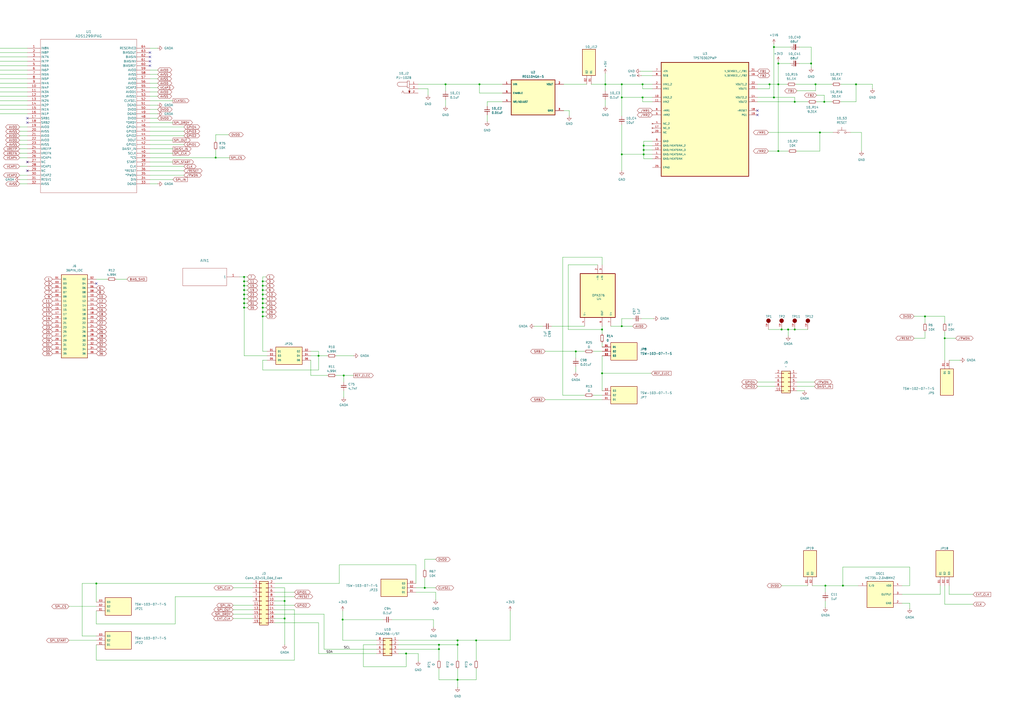
<source format=kicad_sch>
(kicad_sch (version 20231120) (generator "eeschema") (generator_version "8.0")
  (paper "A2")
  (junction (at 501.65 -174.625))
  (junction (at 742.95 180.975))
  (junction (at 547.37 -174.625))
  (junction (at 742.95 172.085))
  (junction (at -81.28 45.085))
  (junction (at 699.77 177.165))
  (junction (at 141.605 160.655))
  (junction (at 223.52 -115.57))
  (junction (at 544.83 -121.92))
  (junction (at -81.28 198.12))
  (junction (at 141.605 170.815))
  (junction (at 184.785 206.375))
  (junction (at 372.745 56.515))
  (junction (at 784.225 342.265))
  (junction (at 745.49 173.99))
  (junction (at 349.25 216.535))
  (junction (at 222.885 -131.445))
  (junction (at 664.21 -121.92))
  (junction (at 222.885 -144.78))
  (junction (at -81.28 274.32))
  (junction (at 668.02 -59.055))
  (junction (at 451.485 48.895))
  (junction (at 478.155 59.055))
  (junction (at 233.68 -86.995))
  (junction (at 152.4 168.275))
  (junction (at -81.28 224.79))
  (junction (at 276.225 371.475))
  (junction (at 349.25 191.135))
  (junction (at 647.7 344.805))
  (junction (at 165.1 348.615))
  (junction (at 784.225 183.515))
  (junction (at 446.405 48.895))
  (junction (at 633.73 177.165))
  (junction (at 141.605 173.355))
  (junction (at 688.975 -74.295))
  (junction (at 265.43 394.335))
  (junction (at 143.51 -46.355))
  (junction (at 199.39 217.805))
  (junction (at 514.35 -59.055))
  (junction (at 186.69 -74.295))
  (junction (at 235.585 379.095))
  (junction (at 373.38 84.455))
  (junction (at 737.87 358.775))
  (junction (at 223.52 -102.87))
  (junction (at 152.4 173.355))
  (junction (at 724.535 183.515))
  (junction (at 536.575 -174.625))
  (junction (at 360.68 56.515))
  (junction (at 152.4 163.195))
  (junction (at 792.48 342.265))
  (junction (at 607.06 -179.705))
  (junction (at -81.28 312.42))
  (junction (at 448.945 56.515))
  (junction (at 710.565 198.12))
  (junction (at 461.01 59.055))
  (junction (at 744.855 342.265))
  (junction (at 688.975 -138.43))
  (junction (at 470.535 36.83))
  (junction (at 607.695 -59.055))
  (junction (at 774.065 330.2))
  (junction (at -81.28 323.85))
  (junction (at 254.635 376.555))
  (junction (at -81.28 236.22))
  (junction (at 604.52 -121.92))
  (junction (at 617.855 -179.705))
  (junction (at 694.055 177.165))
  (junction (at 360.68 189.23))
  (junction (at 781.05 180.975))
  (junction (at -81.28 33.655))
  (junction (at 488.95 339.725))
  (junction (at 152.4 165.735))
  (junction (at 152.4 175.895))
  (junction (at 152.4 180.975))
  (junction (at 658.495 -179.705))
  (junction (at -81.28 71.755))
  (junction (at 55.88 338.455))
  (junction (at -81.28 262.89))
  (junction (at 478.79 339.725))
  (junction (at 530.225 -174.625))
  (junction (at 654.685 360.045))
  (junction (at 125.095 91.44))
  (junction (at 137.795 -102.87))
  (junction (at -81.28 247.65))
  (junction (at 772.795 191.135))
  (junction (at 745.49 183.515))
  (junction (at 245.11 -74.295))
  (junction (at 186.69 -46.99))
  (junction (at 793.115 330.2))
  (junction (at 535.94 -121.92))
  (junction (at 621.03 -59.055))
  (junction (at -81.28 94.615))
  (junction (at 448.945 27.305))
  (junction (at 651.51 -121.92))
  (junction (at 461.01 191.135))
  (junction (at 475.615 76.835))
  (junction (at 233.68 -74.295))
  (junction (at 542.29 -161.925))
  (junction (at 647.7 177.165))
  (junction (at 548.005 196.215))
  (junction (at 180.975 -86.995))
  (junction (at 648.97 -179.705))
  (junction (at -81.28 285.75))
  (junction (at 650.875 -59.055))
  (junction (at 141.605 175.895))
  (junction (at 372.745 48.895))
  (junction (at 610.235 -109.22))
  (junction (at 265.43 371.475))
  (junction (at 152.4 170.815))
  (junction (at 334.01 203.835))
  (junction (at 360.68 48.895))
  (junction (at 648.335 -149.225))
  (junction (at 724.535 205.74))
  (junction (at -81.28 300.99))
  (junction (at 661.035 344.805))
  (junction (at 137.795 -86.995))
  (junction (at 453.39 191.135))
  (junction (at 180.975 -59.69))
  (junction (at 457.2 191.135))
  (junction (at 246.38 340.995))
  (junction (at 473.075 48.895))
  (junction (at -81.28 209.55))
  (junction (at 152.4 178.435))
  (junction (at -81.28 133.35))
  (junction (at 496.57 48.895))
  (junction (at 351.155 48.895))
  (junction (at 451.485 36.83))
  (junction (at 629.92 -149.225))
  (junction (at 373.38 89.535))
  (junction (at 360.68 89.535))
  (junction (at 141.605 168.275))
  (junction (at 758.19 342.265))
  (junction (at 265.43 374.015))
  (junction (at 373.38 86.995))
  (junction (at 143.51 -74.295))
  (junction (at 254.635 374.015))
  (junction (at 613.41 -46.355))
  (junction (at 544.83 -59.055))
  (junction (at 258.445 48.895))
  (junction (at 808.355 329.565))
  (junction (at 137.795 -59.055))
  (junction (at -81.28 171.45))
  (junction (at -81.28 186.69))
  (junction (at -81.28 56.515))
  (junction (at 198.755 359.41))
  (junction (at 278.13 48.895))
  (junction (at 536.575 183.515))
  (junction (at 451.485 87.63))
  (junction (at 141.605 165.735))
  (junction (at 141.605 163.195))
  (junction (at -81.28 148.59))
  (junction (at -81.28 110.49))
  (junction (at -81.28 160.02))
  (junction (at -81.28 121.92))
  (junction (at 617.855 -121.92))
  (junction (at 612.775 -167.005))
  (junction (at 673.735 344.805))
  (junction (at 165.1 358.775))
  (junction (at 137.795 -115.57))
  (junction (at 774.065 158.75))
  (junction (at 224.155 -86.995))
  (junction (at 141.605 178.435))
  (junction (at 180.975 -102.87))
  (junction (at 180.975 -115.57))
  (junction (at 152.4 183.515))
  (junction (at 530.225 -149.225))
  (junction (at -81.28 83.185))
  (no_connect (at 86.995 30.48))
  (no_connect (at 15.875 68.58))
  (no_connect (at 439.42 64.135))
  (no_connect (at 86.995 33.02))
  (no_connect (at 15.875 99.06))
  (no_connect (at 15.875 93.98))
  (no_connect (at 439.42 66.675))
  (no_connect (at 15.875 71.12))
  (no_connect (at 762.635 188.595))
  (no_connect (at 55.88 164.465))
  (no_connect (at 86.995 35.56))
  (no_connect (at 86.995 38.1))
  (wire (pts (xy -88.265 262.89) (xy -81.28 262.89)))
  (wire (pts (xy 91.44 45.72) (xy 86.995 45.72)))
  (wire (pts (xy 545.465 339.725) (xy 545.465 344.805)))
  (wire (pts (xy -81.28 309.245) (xy -81.28 312.42)))
  (wire (pts (xy 135.255 351.155) (xy 146.685 351.155)))
  (wire (pts (xy 607.06 -179.705) (xy 617.855 -179.705)))
  (wire (pts (xy 478.79 352.425) (xy 478.79 348.615)))
  (wire (pts (xy -88.265 56.515) (xy -81.28 56.515)))
  (wire (pts (xy 535.94 -106.68) (xy 535.94 -110.49)))
  (wire (pts (xy 604.52 -121.92) (xy 617.855 -121.92)))
  (wire (pts (xy 446.405 48.895) (xy 451.485 48.895)))
  (wire (pts (xy 192.405 -115.57) (xy 192.405 -111.76)))
  (wire (pts (xy 688.975 -74.295) (xy 695.96 -74.295)))
  (wire (pts (xy -69.85 285.75) (xy -63.5 285.75)))
  (wire (pts (xy 342.9 48.895) (xy 351.155 48.895)))
  (wire (pts (xy 11.43 83.82) (xy 15.875 83.82)))
  (wire (pts (xy 152.4 160.655) (xy 152.4 163.195)))
  (wire (pts (xy 439.42 48.895) (xy 446.405 48.895)))
  (wire (pts (xy -81.28 94.615) (xy -81.28 91.44)))
  (wire (pts (xy -81.28 262.89) (xy -74.93 262.89)))
  (wire (pts (xy 527.685 349.885) (xy 527.685 353.06)))
  (wire (pts (xy -69.85 110.49) (xy -63.5 110.49)))
  (wire (pts (xy 514.35 -45.085) (xy 514.35 -48.895)))
  (wire (pts (xy 745.49 212.725) (xy 745.49 208.28)))
  (wire (pts (xy 626.745 -179.705) (xy 617.855 -179.705)))
  (wire (pts (xy 91.44 55.88) (xy 86.995 55.88)))
  (wire (pts (xy 546.735 -106.68) (xy 546.735 -111.76)))
  (wire (pts (xy 282.575 61.595) (xy 282.575 59.055)))
  (wire (pts (xy 233.68 -86.995) (xy 245.11 -86.995)))
  (wire (pts (xy -81.28 110.49) (xy -74.93 110.49)))
  (wire (pts (xy 224.155 -86.995) (xy 233.68 -86.995)))
  (wire (pts (xy 449.58 221.615) (xy 439.42 221.615)))
  (wire (pts (xy 152.4 173.355) (xy 152.4 175.895)))
  (wire (pts (xy 192.405 -74.295) (xy 192.405 -78.105)))
  (wire (pts (xy 11.43 101.6) (xy 15.875 101.6)))
  (wire (pts (xy 797.56 323.215) (xy 793.115 323.215)))
  (wire (pts (xy 231.14 379.095) (xy 235.585 379.095)))
  (wire (pts (xy 784.225 205.74) (xy 784.225 183.515)))
  (wire (pts (xy -88.265 186.69) (xy -81.28 186.69)))
  (wire (pts (xy 11.43 76.2) (xy 15.875 76.2)))
  (wire (pts (xy 647.7 184.785) (xy 647.7 189.23)))
  (wire (pts (xy 694.055 177.165) (xy 699.77 177.165)))
  (wire (pts (xy 223.52 -111.76) (xy 223.52 -115.57)))
  (wire (pts (xy -81.28 121.92) (xy -81.28 125.095)))
  (wire (pts (xy 351.155 52.705) (xy 351.155 48.895)))
  (wire (pts (xy 223.52 -115.57) (xy 234.95 -115.57)))
  (wire (pts (xy 749.935 186.055) (xy 720.09 186.055)))
  (wire (pts (xy 688.975 -74.295) (xy 665.48 -74.295)))
  (wire (pts (xy 499.745 87.63) (xy 499.745 76.835)))
  (wire (pts (xy 501.65 -161.925) (xy 501.65 -166.37)))
  (wire (pts (xy 152.4 175.895) (xy 152.4 178.435)))
  (wire (pts (xy 734.06 351.155) (xy 734.06 344.805)))
  (wire (pts (xy 330.2 67.31) (xy 330.2 64.135)))
  (wire (pts (xy 184.785 214.63) (xy 184.785 206.375)))
  (wire (pts (xy 252.73 343.535) (xy 252.73 347.98)))
  (wire (pts (xy 139.065 -131.445) (xy 139.065 -135.89)))
  (wire (pts (xy 233.68 -74.295) (xy 245.11 -74.295)))
  (wire (pts (xy 149.225 -46.355) (xy 149.225 -50.165)))
  (wire (pts (xy 11.43 96.52) (xy 15.875 96.52)))
  (wire (pts (xy 372.745 56.515) (xy 378.46 56.515)))
  (wire (pts (xy 329.565 191.135) (xy 329.565 153.67)))
  (wire (pts (xy 757.555 154.94) (xy 774.065 154.94)))
  (wire (pts (xy 547.37 -174.625) (xy 547.37 -171.45)))
  (wire (pts (xy 651.51 -121.92) (xy 664.21 -121.92)))
  (wire (pts (xy 180.975 -102.87) (xy 192.405 -102.87)))
  (wire (pts (xy 234.95 -102.87) (xy 234.95 -106.68)))
  (wire (pts (xy 463.55 27.305) (xy 470.535 27.305)))
  (wire (pts (xy -81.28 71.755) (xy -74.93 71.755)))
  (wire (pts (xy 514.35 -59.055) (xy 514.35 -64.77)))
  (wire (pts (xy 222.885 -140.97) (xy 222.885 -144.78)))
  (wire (pts (xy 523.24 349.885) (xy 527.685 349.885)))
  (wire (pts (xy 234.95 -115.57) (xy 234.95 -111.76)))
  (wire (pts (xy -88.265 224.79) (xy -81.28 224.79)))
  (wire (pts (xy 40.005 351.79) (xy 55.88 351.79)))
  (wire (pts (xy 174.625 -115.57) (xy 180.975 -115.57)))
  (wire (pts (xy 354.33 189.23) (xy 360.68 189.23)))
  (wire (pts (xy 11.43 88.9) (xy 15.875 88.9)))
  (wire (pts (xy 360.68 99.06) (xy 360.68 89.535)))
  (wire (pts (xy 329.565 153.67) (xy 346.71 153.67)))
  (wire (pts (xy 137.795 -83.185) (xy 137.795 -86.995)))
  (wire (pts (xy 135.255 353.695) (xy 146.685 353.695)))
  (wire (pts (xy 542.29 -159.385) (xy 542.29 -161.925)))
  (wire (pts (xy 742.95 172.085) (xy 742.95 180.975)))
  (wire (pts (xy 231.14 374.015) (xy 254.635 374.015)))
  (wire (pts (xy 231.14 371.475) (xy 265.43 371.475)))
  (wire (pts (xy 282.575 59.055) (xy 291.465 59.055)))
  (wire (pts (xy 152.4 165.735) (xy 152.4 168.275)))
  (wire (pts (xy 125.095 91.44) (xy 133.35 91.44)))
  (wire (pts (xy 137.795 -46.355) (xy 143.51 -46.355)))
  (wire (pts (xy 451.485 35.56) (xy 451.485 36.83)))
  (wire (pts (xy -81.28 224.79) (xy -74.93 224.79)))
  (wire (pts (xy 647.7 348.615) (xy 647.7 344.805)))
  (wire (pts (xy -81.28 247.65) (xy -81.28 244.475)))
  (wire (pts (xy 744.855 335.915) (xy 744.855 342.265)))
  (wire (pts (xy 251.46 359.41) (xy 251.46 363.855)))
  (wire (pts (xy 372.745 48.895) (xy 378.46 48.895)))
  (wire (pts (xy 186.69 -46.99) (xy 192.405 -46.99)))
  (wire (pts (xy -88.265 94.615) (xy -81.28 94.615)))
  (wire (pts (xy 106.68 99.06) (xy 86.995 99.06)))
  (wire (pts (xy 706.12 355.6) (xy 700.405 355.6)))
  (wire (pts (xy 647.7 344.805) (xy 647.7 341.63)))
  (wire (pts (xy 314.96 189.23) (xy 309.88 189.23)))
  (wire (pts (xy 360.68 184.785) (xy 360.68 189.23)))
  (wire (pts (xy 648.97 -179.705) (xy 658.495 -179.705)))
  (wire (pts (xy 640.08 -121.92) (xy 651.51 -121.92)))
  (wire (pts (xy 180.975 -115.57) (xy 192.405 -115.57)))
  (wire (pts (xy 462.28 52.705) (xy 473.075 52.705)))
  (wire (pts (xy 617.855 -109.22) (xy 617.855 -113.665)))
  (wire (pts (xy 488.95 328.93) (xy 488.95 339.725)))
  (wire (pts (xy 607.695 -59.055) (xy 621.03 -59.055)))
  (wire (pts (xy 808.355 329.565) (xy 812.8 329.565)))
  (wire (pts (xy 137.795 -111.76) (xy 137.795 -115.57)))
  (wire (pts (xy -81.28 151.765) (xy -81.28 148.59)))
  (wire (pts (xy 135.255 358.775) (xy 146.685 358.775)))
  (wire (pts (xy 527.685 339.725) (xy 527.685 328.93)))
  (wire (pts (xy 252.73 340.995) (xy 246.38 340.995)))
  (wire (pts (xy 654.685 360.045) (xy 661.035 360.045)))
  (wire (pts (xy 184.785 379.095) (xy 218.44 379.095)))
  (wire (pts (xy 222.885 -131.445) (xy 234.315 -131.445)))
  (wire (pts (xy 131.445 -102.87) (xy 137.795 -102.87)))
  (wire (pts (xy 152.4 183.515) (xy 154.305 183.515)))
  (wire (pts (xy -69.85 133.35) (xy -63.5 133.35)))
  (wire (pts (xy 149.225 -59.055) (xy 149.225 -55.245)))
  (wire (pts (xy 542.29 -161.925) (xy 547.37 -161.925)))
  (wire (pts (xy 265.43 371.475) (xy 265.43 374.015)))
  (wire (pts (xy 697.865 344.805) (xy 718.185 344.805)))
  (wire (pts (xy 658.495 -167.005) (xy 658.495 -171.45)))
  (wire (pts (xy 152.4 183.515) (xy 152.4 203.835)))
  (wire (pts (xy 152.4 163.195) (xy 152.4 165.735)))
  (wire (pts (xy -81.28 323.85) (xy -74.93 323.85)))
  (wire (pts (xy 339.09 189.23) (xy 320.04 189.23)))
  (wire (pts (xy 316.23 203.835) (xy 334.01 203.835)))
  (wire (pts (xy 548.005 183.515) (xy 548.005 187.325)))
  (wire (pts (xy 154.305 163.195) (xy 152.4 163.195)))
  (wire (pts (xy 241.3 343.535) (xy 252.73 343.535)))
  (wire (pts (xy 149.225 -115.57) (xy 149.225 -111.76)))
  (wire (pts (xy 248.285 51.435) (xy 248.285 55.245)))
  (wire (pts (xy 445.77 76.835) (xy 475.615 76.835)))
  (wire (pts (xy 378.46 59.055) (xy 372.745 59.055)))
  (wire (pts (xy 165.1 374.015) (xy 165.1 358.775)))
  (wire (pts (xy 159.385 361.315) (xy 184.785 361.315)))
  (wire (pts (xy -69.85 148.59) (xy -63.5 148.59)))
  (wire (pts (xy 688.975 -114.935) (xy 688.975 -74.295)))
  (wire (pts (xy 745.49 208.28) (xy 756.285 208.28)))
  (wire (pts (xy 91.44 68.58) (xy 86.995 68.58)))
  (wire (pts (xy 530.225 183.515) (xy 536.575 183.515)))
  (wire (pts (xy -81.28 148.59) (xy -74.93 148.59)))
  (wire (pts (xy 776.605 342.265) (xy 784.225 342.265)))
  (wire (pts (xy 222.885 -144.78) (xy 234.315 -144.78)))
  (wire (pts (xy 100.33 81.28) (xy 86.995 81.28)))
  (wire (pts (xy 372.11 43.815) (xy 378.46 43.815)))
  (wire (pts (xy 330.2 64.135) (xy 327.025 64.135)))
  (wire (pts (xy 217.805 -86.995) (xy 224.155 -86.995)))
  (wire (pts (xy 141.605 173.355) (xy 143.51 173.355)))
  (wire (pts (xy -81.28 233.045) (xy -81.28 236.22)))
  (wire (pts (xy 795.655 186.055) (xy 814.07 186.055)))
  (wire (pts (xy 547.37 -174.625) (xy 560.705 -174.625)))
  (wire (pts (xy 170.815 343.535) (xy 159.385 343.535)))
  (wire (pts (xy 360.68 184.785) (xy 367.03 184.785)))
  (wire (pts (xy -81.28 227.965) (xy -81.28 224.79)))
  (wire (pts (xy 768.985 205.74) (xy 784.225 205.74)))
  (wire (pts (xy 159.385 340.995) (xy 165.1 340.995)))
  (wire (pts (xy 446.405 51.435) (xy 439.42 51.435)))
  (wire (pts (xy 141.605 206.375) (xy 154.94 206.375)))
  (wire (pts (xy -81.28 247.65) (xy -74.93 247.65)))
  (wire (pts (xy -3.81 60.96) (xy 15.875 60.96)))
  (wire (pts (xy 135.255 340.995) (xy 146.685 340.995)))
  (wire (pts (xy 737.87 358.775) (xy 737.87 362.585)))
  (wire (pts (xy 795.655 173.99) (xy 795.655 186.055)))
  (wire (pts (xy 349.25 189.23) (xy 349.25 191.135)))
  (wire (pts (xy 710.565 183.515) (xy 724.535 183.515)))
  (wire (pts (xy 100.33 58.42) (xy 86.995 58.42)))
  (wire (pts (xy -88.265 110.49) (xy -81.28 110.49)))
  (wire (pts (xy 223.52 -106.68) (xy 223.52 -102.87)))
  (wire (pts (xy 536.575 -174.625) (xy 536.575 -171.45)))
  (wire (pts (xy 612.775 -164.465) (xy 612.775 -167.005)))
  (wire (pts (xy 793.75 183.515) (xy 793.75 188.595)))
  (wire (pts (xy 170.815 351.155) (xy 159.385 351.155)))
  (wire (pts (xy -88.265 133.35) (xy -81.28 133.35)))
  (wire (pts (xy 132.715 78.105) (xy 125.095 78.105)))
  (wire (pts (xy 260.35 -131.445) (xy 266.7 -131.445)))
  (wire (pts (xy 654.685 360.045) (xy 654.685 364.49)))
  (wire (pts (xy 265.43 394.335) (xy 265.43 398.78)))
  (wire (pts (xy 55.88 361.95) (xy 101.6 361.95)))
  (wire (pts (xy 755.015 154.94) (xy 742.95 154.94)))
  (wire (pts (xy 91.44 63.5) (xy 86.995 63.5)))
  (wire (pts (xy 125.095 86.995) (xy 125.095 91.44)))
  (wire (pts (xy 152.4 178.435) (xy 154.305 178.435)))
  (wire (pts (xy 100.33 88.9) (xy 86.995 88.9)))
  (wire (pts (xy 641.985 -179.705) (xy 648.97 -179.705)))
  (wire (pts (xy -88.265 209.55) (xy -81.28 209.55)))
  (wire (pts (xy 100.33 104.14) (xy 86.995 104.14)))
  (wire (pts (xy 651.51 -119.38) (xy 651.51 -121.92)))
  (wire (pts (xy 349.25 206.375) (xy 349.25 216.535)))
  (wire (pts (xy 360.68 56.515) (xy 372.745 56.515)))
  (wire (pts (xy 681.355 -135.89) (xy 663.575 -135.89)))
  (wire (pts (xy 654.05 180.975) (xy 647.7 180.975)))
  (wire (pts (xy -3.81 50.8) (xy 15.875 50.8)))
  (wire (pts (xy 613.41 -46.355) (xy 621.03 -46.355)))
  (wire (pts (xy 242.57 51.435) (xy 248.285 51.435)))
  (wire (pts (xy 453.39 191.135) (xy 457.2 191.135)))
  (wire (pts (xy 106.68 101.6) (xy 86.995 101.6)))
  (wire (pts (xy 139.065 -144.78) (xy 139.065 -140.97)))
  (wire (pts (xy 187.96 376.555) (xy 187.96 356.235)))
  (wire (pts (xy 180.975 -106.68) (xy 180.975 -102.87)))
  (wire (pts (xy -3.81 63.5) (xy 15.875 63.5)))
  (wire (pts (xy 737.87 339.725) (xy 737.87 358.775)))
  (wire (pts (xy 482.6 59.055) (xy 478.155 59.055)))
  (wire (pts (xy 276.225 371.475) (xy 295.91 371.475)))
  (wire (pts (xy 378.46 92.075) (xy 373.38 92.075)))
  (wire (pts (xy 242.57 379.095) (xy 242.57 383.54)))
  (wire (pts (xy 650.875 -59.055) (xy 650.875 -55.88)))
  (wire (pts (xy -88.265 285.75) (xy -81.28 285.75)))
  (wire (pts (xy -81.28 133.35) (xy -74.93 133.35)))
  (wire (pts (xy 351.155 61.595) (xy 351.155 57.785)))
  (wire (pts (xy -3.81 66.04) (xy 15.875 66.04)))
  (wire (pts (xy 179.705 -140.97) (xy 179.705 -144.78)))
  (wire (pts (xy 796.925 336.55) (xy 793.115 336.55)))
  (wire (pts (xy 217.17 -102.87) (xy 223.52 -102.87)))
  (wire (pts (xy 205.105 206.375) (xy 194.945 206.375)))
  (wire (pts (xy -3.81 38.1) (xy 15.875 38.1)))
  (wire (pts (xy 688.34 180.975) (xy 688.34 183.515)))
  (wire (pts (xy 316.23 231.775) (xy 349.25 231.775)))
  (wire (pts (xy 724.535 212.725) (xy 724.535 216.535)))
  (wire (pts (xy 100.33 93.98) (xy 86.995 93.98)))
  (wire (pts (xy 784.225 183.515) (xy 793.75 183.515)))
  (wire (pts (xy 688.975 -120.015) (xy 688.975 -138.43)))
  (wire (pts (xy 62.23 161.925) (xy 55.88 161.925)))
  (wire (pts (xy 55.88 368.935) (xy 47.625 368.935)))
  (wire (pts (xy 546.735 -97.79) (xy 546.735 -101.6)))
  (wire (pts (xy -69.85 171.45) (xy -63.5 171.45)))
  (wire (pts (xy 11.43 86.36) (xy 15.875 86.36)))
  (wire (pts (xy 258.445 61.595) (xy 258.445 57.785)))
  (wire (pts (xy -81.28 41.91) (xy -81.28 45.085)))
  (wire (pts (xy 266.7 -140.97) (xy 266.7 -144.78)))
  (wire (pts (xy -3.81 30.48) (xy 15.875 30.48)))
  (wire (pts (xy 11.43 78.74) (xy 15.875 78.74)))
  (wire (pts (xy 617.855 -179.705) (xy 617.855 -176.53)))
  (wire (pts (xy 784.225 342.265) (xy 792.48 342.265)))
  (wire (pts (xy 473.075 48.895) (xy 461.645 48.895)))
  (wire (pts (xy 650.875 -43.815) (xy 650.875 -50.8)))
  (wire (pts (xy 663.575 -149.225) (xy 663.575 -140.97)))
  (wire (pts (xy 170.815 353.695) (xy 170.815 382.905)))
  (wire (pts (xy 734.06 351.155) (xy 784.225 351.155)))
  (wire (pts (xy 149.225 -102.87) (xy 149.225 -106.68)))
  (wire (pts (xy 617.855 -121.92) (xy 617.855 -118.745)))
  (wire (pts (xy 530.225 -149.225) (xy 629.92 -149.225)))
  (wire (pts (xy -81.28 83.185) (xy -81.28 86.36)))
  (wire (pts (xy 483.235 76.835) (xy 475.615 76.835)))
  (wire (pts (xy 192.405 -102.87) (xy 192.405 -106.68)))
  (wire (pts (xy 180.975 -86.995) (xy 192.405 -86.995)))
  (wire (pts (xy 360.68 89.535) (xy 373.38 89.535)))
  (wire (pts (xy 143.51 -73.025) (xy 143.51 -74.295)))
  (wire (pts (xy 439.42 56.515) (xy 448.945 56.515)))
  (wire (pts (xy 604.52 -109.22) (xy 604.52 -113.665)))
  (wire (pts (xy -81.28 274.32) (xy -81.28 277.495)))
  (wire (pts (xy 198.755 354.33) (xy 198.755 359.41)))
  (wire (pts (xy 349.25 149.225) (xy 349.25 153.67)))
  (wire (pts (xy 258.445 52.705) (xy 258.445 48.895)))
  (wire (pts (xy 781.05 203.2) (xy 781.05 180.975)))
  (wire (pts (xy 461.01 59.055) (xy 468.63 59.055)))
  (wire (pts (xy 180.34 203.835) (xy 184.785 203.835)))
  (wire (pts (xy 699.77 177.165) (xy 699.77 163.195)))
  (wire (pts (xy -88.265 148.59) (xy -81.28 148.59)))
  (wire (pts (xy 165.1 358.775) (xy 159.385 358.775)))
  (wire (pts (xy 265.43 371.475) (xy 276.225 371.475)))
  (wire (pts (xy 548.005 196.215) (xy 548.005 208.915)))
  (wire (pts (xy 152.4 208.915) (xy 152.4 214.63)))
  (wire (pts (xy 633.73 177.165) (xy 633.73 179.705)))
  (wire (pts (xy 647.7 177.165) (xy 654.05 177.165)))
  (wire (pts (xy 246.38 335.28) (xy 246.38 340.995)))
  (wire (pts (xy 143.51 163.195) (xy 141.605 163.195)))
  (wire (pts (xy -69.85 186.69) (xy -63.5 186.69)))
  (wire (pts (xy 545.465 344.805) (xy 523.24 344.805)))
  (wire (pts (xy 544.83 -49.53) (xy 544.83 -51.435)))
  (wire (pts (xy 547.37 -161.925) (xy 547.37 -166.37)))
  (wire (pts (xy 360.68 56.515) (xy 360.68 67.31)))
  (wire (pts (xy 633.73 173.99) (xy 633.73 177.165)))
  (wire (pts (xy 180.34 208.915) (xy 180.34 217.805)))
  (wire (pts (xy 378.46 51.435) (xy 372.745 51.435)))
  (wire (pts (xy 334.01 215.9) (xy 334.01 212.725)))
  (wire (pts (xy 544.83 -121.92) (xy 553.085 -121.92)))
  (wire (pts (xy 658.495 -181.61) (xy 658.495 -179.705)))
  (wire (pts (xy 223.52 -102.87) (xy 234.95 -102.87)))
  (wire (pts (xy 457.2 191.135) (xy 461.01 191.135)))
  (wire (pts (xy 91.44 27.94) (xy 86.995 27.94)))
  (wire (pts (xy 681.355 -135.89) (xy 681.355 -121.92)))
  (wire (pts (xy 536.575 -174.625) (xy 530.225 -174.625)))
  (wire (pts (xy -88.265 33.655) (xy -81.28 33.655)))
  (wire (pts (xy 258.445 48.895) (xy 278.13 48.895)))
  (wire (pts (xy 728.345 180.975) (xy 742.95 180.975)))
  (wire (pts (xy 774.065 323.85) (xy 774.065 330.2)))
  (wire (pts (xy 453.39 339.725) (xy 468.63 339.725)))
  (wire (pts (xy 86.995 91.44) (xy 125.095 91.44)))
  (wire (pts (xy 11.43 106.68) (xy 15.875 106.68)))
  (wire (pts (xy -3.81 58.42) (xy 15.875 58.42)))
  (wire (pts (xy 106.68 76.2) (xy 86.995 76.2)))
  (wire (pts (xy 612.775 -167.005) (xy 617.855 -167.005)))
  (wire (pts (xy 372.11 184.785) (xy 379.095 184.785)))
  (wire (pts (xy 699.77 188.595) (xy 749.935 188.595)))
  (wire (pts (xy -81.28 189.865) (xy -81.28 186.69)))
  (wire (pts (xy 762.635 191.135) (xy 772.795 191.135)))
  (wire (pts (xy 327.025 48.895) (xy 340.36 48.895)))
  (wire (pts (xy 673.735 339.09) (xy 673.735 344.805)))
  (wire (pts (xy 372.745 59.055) (xy 372.745 56.515)))
  (wire (pts (xy 472.44 224.155) (xy 462.28 224.155)))
  (wire (pts (xy 461.01 191.135) (xy 468.63 191.135)))
  (wire (pts (xy 137.795 -86.995) (xy 149.225 -86.995)))
  (wire (pts (xy 668.02 -59.055) (xy 683.895 -59.055)))
  (wire (pts (xy 334.01 203.835) (xy 334.01 207.645)))
  (wire (pts (xy 189.865 206.375) (xy 184.785 206.375)))
  (wire (pts (xy 152.4 170.815) (xy 152.4 173.355)))
  (wire (pts (xy 152.4 170.815) (xy 154.305 170.815)))
  (wire (pts (xy -69.85 56.515) (xy -63.5 56.515)))
  (wire (pts (xy 610.235 -106.68) (xy 610.235 -109.22)))
  (wire (pts (xy 553.085 -59.055) (xy 544.83 -59.055)))
  (wire (pts (xy 445.77 191.135) (xy 453.39 191.135)))
  (wire (pts (xy 184.785 206.375) (xy 180.34 206.375)))
  (wire (pts (xy 137.795 -55.245) (xy 137.795 -59.055)))
  (wire (pts (xy -88.265 300.99) (xy -81.28 300.99)))
  (wire (pts (xy 793.75 188.595) (xy 814.07 188.595)))
  (wire (pts (xy 180.975 -111.76) (xy 180.975 -115.57)))
  (wire (pts (xy 514.35 -53.975) (xy 514.35 -59.055)))
  (wire (pts (xy 633.73 177.165) (xy 647.7 177.165)))
  (wire (pts (xy 445.77 87.63) (xy 451.485 87.63)))
  (wire (pts (xy 154.305 165.735) (xy 152.4 165.735)))
  (wire (pts (xy -81.28 160.02) (xy -85.09 160.02)))
  (wire (pts (xy 91.44 106.68) (xy 86.995 106.68)))
  (wire (pts (xy 265.43 374.015) (xy 265.43 382.905)))
  (wire (pts (xy 180.975 -78.105) (xy 180.975 -74.295)))
  (wire (pts (xy 179.705 -135.89) (xy 179.705 -131.445)))
  (wire (pts (xy 710.565 191.135) (xy 710.565 183.515)))
  (wire (pts (xy 457.2 191.135) (xy 457.2 194.945)))
  (wire (pts (xy -81.28 209.55) (xy -74.93 209.55)))
  (wire (pts (xy -3.81 48.26) (xy 15.875 48.26)))
  (wire (pts (xy -88.265 247.65) (xy -81.28 247.65)))
  (wire (pts (xy 154.94 208.915) (xy 152.4 208.915)))
  (wire (pts (xy -3.81 33.02) (xy 15.875 33.02)))
  (wire (pts (xy 233.68 -83.185) (xy 233.68 -86.995)))
  (wire (pts (xy 199.39 226.695) (xy 199.39 230.505)))
  (wire (pts (xy 621.03 -59.055) (xy 621.03 -55.88)))
  (wire (pts (xy -69.85 209.55) (xy -63.5 209.55)))
  (wire (pts (xy 326.39 149.225) (xy 349.25 149.225)))
  (wire (pts (xy 165.1 348.615) (xy 165.1 358.775)))
  (wire (pts (xy -81.28 118.745) (xy -81.28 121.92)))
  (wire (pts (xy 461.01 59.055) (xy 439.42 59.055)))
  (wire (pts (xy 473.71 55.245) (xy 478.155 55.245)))
  (wire (pts (xy 779.78 212.725) (xy 779.78 208.28)))
  (wire (pts (xy 141.605 175.895) (xy 143.51 175.895)))
  (wire (pts (xy 216.535 -131.445) (xy 222.885 -131.445)))
  (wire (pts (xy 607.695 -46.355) (xy 613.41 -46.355)))
  (wire (pts (xy 91.44 66.04) (xy 86.995 66.04)))
  (wire (pts (xy 742.95 154.94) (xy 742.95 172.085)))
  (wire (pts (xy 555.625 -183.515) (xy 553.085 -183.515)))
  (wire (pts (xy 793.115 330.2) (xy 793.115 336.55)))
  (wire (pts (xy 628.65 -59.055) (xy 621.03 -59.055)))
  (wire (pts (xy 131.445 -131.445) (xy 139.065 -131.445)))
  (wire (pts (xy 198.755 359.41) (xy 198.755 371.475)))
  (wire (pts (xy 101.6 361.95) (xy 101.6 346.075)))
  (wire (pts (xy 799.465 172.085) (xy 742.95 172.085)))
  (wire (pts (xy 199.39 221.615) (xy 199.39 217.805)))
  (wire (pts (xy 125.095 78.105) (xy 125.095 81.915)))
  (wire (pts (xy -69.85 262.89) (xy -63.5 262.89)))
  (wire (pts (xy 810.26 193.675) (xy 810.26 196.215)))
  (wire (pts (xy 135.255 356.235) (xy 146.685 356.235)))
  (wire (pts (xy 143.51 -74.295) (xy 149.225 -74.295)))
  (wire (pts (xy 554.355 196.215) (xy 548.005 196.215)))
  (wire (pts (xy 91.44 43.18) (xy 86.995 43.18)))
  (wire (pts (xy -69.85 33.655) (xy -63.5 33.655)))
  (wire (pts (xy 373.38 89.535) (xy 378.46 89.535)))
  (wire (pts (xy 478.79 339.725) (xy 488.95 339.725)))
  (wire (pts (xy 344.17 229.235) (xy 349.25 229.235)))
  (wire (pts (xy 720.09 198.12) (xy 710.565 198.12)))
  (wire (pts (xy 774.065 330.2) (xy 793.115 330.2)))
  (wire (pts (xy 772.795 191.135) (xy 814.07 191.135)))
  (wire (pts (xy 478.79 343.535) (xy 478.79 339.725)))
  (wire (pts (xy 278.13 53.975) (xy 278.13 48.895)))
  (wire (pts (xy 360.68 48.895) (xy 360.68 56.515)))
  (wire (pts (xy 11.43 73.66) (xy 15.875 73.66)))
  (wire (pts (xy 706.755 163.195) (xy 706.755 165.735)))
  (wire (pts (xy 254.635 376.555) (xy 254.635 382.905)))
  (wire (pts (xy 688.975 355.6) (xy 695.325 355.6)))
  (wire (pts (xy 180.975 -83.185) (xy 180.975 -86.995)))
  (wire (pts (xy 724.535 205.74) (xy 724.535 207.645)))
  (wire (pts (xy 734.06 344.805) (xy 730.885 344.805)))
  (wire (pts (xy 550.545 344.805) (xy 564.515 344.805)))
  (wire (pts (xy 514.35 -59.055) (xy 544.83 -59.055)))
  (wire (pts (xy 152.4 178.435) (xy 152.4 180.975)))
  (wire (pts (xy -69.85 300.99) (xy -63.5 300.99)))
  (wire (pts (xy 196.85 338.455) (xy 196.85 327.66)))
  (wire (pts (xy 448.945 25.4) (xy 448.945 27.305)))
  (wire (pts (xy 137.795 -50.165) (xy 137.795 -46.355)))
  (wire (pts (xy 728.345 203.2) (xy 728.345 180.975)))
  (wire (pts (xy 47.625 338.455) (xy 55.88 338.455)))
  (wire (pts (xy 607.695 -59.055) (xy 607.695 -55.88)))
  (wire (pts (xy 165.1 348.615) (xy 159.385 348.615)))
  (wire (pts (xy 544.83 -183.515) (xy 548.005 -183.515)))
  (wire (pts (xy 710.565 198.12) (xy 710.565 196.215)))
  (wire (pts (xy 523.24 339.725) (xy 527.685 339.725)))
  (wire (pts (xy 544.83 -116.84) (xy 544.83 -121.92)))
  (wire (pts (xy -81.28 304.165) (xy -81.28 300.99)))
  (wire (pts (xy 451.485 48.895) (xy 451.485 87.63)))
  (wire (pts (xy 141.605 175.895) (xy 141.605 178.435)))
  (wire (pts (xy 349.25 191.135) (xy 329.565 191.135)))
  (wire (pts (xy 590.55 -101.6) (xy 590.55 -106.68)))
  (wire (pts (xy 647.7 180.975) (xy 647.7 177.165)))
  (wire (pts (xy 339.09 203.835) (xy 334.01 203.835)))
  (wire (pts (xy 544.83 -56.515) (xy 553.085 -56.515)))
  (wire (pts (xy 536.575 -161.925) (xy 536.575 -166.37)))
  (wire (pts (xy 349.25 198.755) (xy 349.25 201.295)))
  (wire (pts (xy 149.225 -74.295) (xy 149.225 -78.105)))
  (wire (pts (xy -81.28 33.655) (xy -74.93 33.655)))
  (wire (pts (xy 222.885 -135.89) (xy 222.885 -131.445)))
  (wire (pts (xy 199.39 217.805) (xy 194.945 217.805)))
  (wire (pts (xy -88.265 323.85) (xy -81.28 323.85)))
  (wire (pts (xy 141.605 160.655) (xy 141.605 163.195)))
  (wire (pts (xy 141.605 168.275) (xy 141.605 170.815)))
  (wire (pts (xy 245.11 -86.995) (xy 245.11 -83.185)))
  (wire (pts (xy 55.88 338.455) (xy 146.685 338.455)))
  (wire (pts (xy 774.065 158.75) (xy 774.065 163.83)))
  (wire (pts (xy -81.28 171.45) (xy -81.28 168.275)))
  (wire (pts (xy 106.68 73.66) (xy 86.995 73.66)))
  (wire (pts (xy 378.46 86.995) (xy 373.38 86.995)))
  (wire (pts (xy 724.535 183.515) (xy 724.535 205.74)))
  (wire (pts (xy 131.445 -144.78) (xy 139.065 -144.78)))
  (wire (pts (xy 470.535 36.83) (xy 463.55 36.83)))
  (wire (pts (xy 496.57 59.055) (xy 496.57 48.895)))
  (wire (pts (xy 173.355 -131.445) (xy 179.705 -131.445)))
  (wire (pts (xy 647.7 353.695) (xy 647.7 360.045)))
  (wire (pts (xy -81.28 194.945) (xy -81.28 198.12)))
  (wire (pts (xy 339.09 229.235) (xy 326.39 229.235)))
  (wire (pts (xy 624.84 -121.92) (xy 617.855 -121.92)))
  (wire (pts (xy 536.575 183.515) (xy 548.005 183.515)))
  (wire (pts (xy -81.28 83.185) (xy -85.09 83.185)))
  (wire (pts (xy 710.565 200.025) (xy 710.565 198.12)))
  (wire (pts (xy 790.575 186.055) (xy 790.575 196.215)))
  (wire (pts (xy 661.035 344.805) (xy 647.7 344.805)))
  (wire (pts (xy 544.83 -44.45) (xy 544.83 -42.545)))
  (wire (pts (xy 91.44 40.64) (xy 86.995 40.64)))
  (wire (pts (xy 210.82 374.015) (xy 210.82 386.715)))
  (wire (pts (xy 373.38 92.075) (xy 373.38 89.535)))
  (wire (pts (xy 180.34 217.805) (xy 189.865 217.805)))
  (wire (pts (xy 607.06 -167.005) (xy 607.06 -171.45)))
  (wire (pts (xy 699.77 188.595) (xy 699.77 177.165)))
  (wire (pts (xy 695.325 344.805) (xy 673.735 344.805)))
  (wire (pts (xy 137.795 -115.57) (xy 149.225 -115.57)))
  (wire (pts (xy 745.49 173.99) (xy 795.655 173.99)))
  (wire (pts (xy -3.81 53.34) (xy 15.875 53.34)))
  (wire (pts (xy 530.225 -149.225) (xy 530.225 -121.92)))
  (wire (pts (xy -81.28 94.615) (xy -74.93 94.615)))
  (wire (pts (xy 478.155 59.055) (xy 473.71 59.055)))
  (wire (pts (xy 218.44 376.555) (xy 187.96 376.555)))
  (wire (pts (xy -69.85 323.85) (xy -63.5 323.85)))
  (wire (pts (xy 360.68 189.23) (xy 367.03 189.23)))
  (wire (pts (xy 669.925 -81.915) (xy 669.925 -76.835)))
  (wire (pts (xy 55.88 349.25) (xy 55.88 338.455)))
  (wire (pts (xy 475.615 87.63) (xy 462.28 87.63)))
  (wire (pts (xy 265.43 394.335) (xy 276.225 394.335)))
  (wire (pts (xy 439.42 224.155) (xy 449.58 224.155)))
  (wire (pts (xy 757.555 163.83) (xy 774.065 163.83)))
  (wire (pts (xy -81.28 113.665) (xy -81.28 110.49)))
  (wire (pts (xy -81.28 285.75) (xy -81.28 282.575)))
  (wire (pts (xy 548.005 339.725) (xy 548.005 350.52)))
  (wire (pts (xy 373.38 84.455) (xy 373.38 86.995)))
  (wire (pts (xy 143.51 165.735) (xy 141.605 165.735)))
  (wire (pts (xy 278.13 48.895) (xy 291.465 48.895)))
  (wire (pts (xy 170.815 382.905) (xy 55.88 382.905)))
  (wire (pts (xy 555.625 -179.705) (xy 555.625 -183.515)))
  (wire (pts (xy 808.355 323.215) (xy 802.64 323.215)))
  (wire (pts (xy 241.3 327.66) (xy 241.3 338.455)))
  (wire (pts (xy 536.575 192.405) (xy 536.575 196.215)))
  (wire (pts (xy 706.755 173.355) (xy 706.755 170.815)))
  (wire (pts (xy 470.535 39.37) (xy 470.535 36.83)))
  (wire (pts (xy 590.55 -106.68) (xy 588.645 -106.68)))
  (wire (pts (xy 360.68 89.535) (xy 360.68 72.39)))
  (wire (pts (xy 448.945 56.515) (xy 461.01 56.515)))
  (wire (pts (xy 556.895 208.915) (xy 550.545 208.915)))
  (wire (pts (xy 792.48 342.265) (xy 798.195 342.265)))
  (wire (pts (xy 143.51 -45.085) (xy 143.51 -46.355)))
  (wire (pts (xy 661.035 344.805) (xy 673.735 344.805)))
  (wire (pts (xy 180.975 -74.295) (xy 186.69 -74.295)))
  (wire (pts (xy 758.19 342.265) (xy 771.525 342.265)))
  (wire (pts (xy 536.575 187.325) (xy 536.575 183.515)))
  (wire (pts (xy -3.81 45.72) (xy 15.875 45.72)))
  (wire (pts (xy 629.92 -149.225) (xy 648.335 -149.225)))
  (wire (pts (xy 784.225 342.265) (xy 784.225 351.155)))
  (wire (pts (xy 472.44 221.615) (xy 462.28 221.615)))
  (wire (pts (xy 15.875 81.28) (xy 11.43 81.28)))
  (wire (pts (xy 451.485 36.83) (xy 458.47 36.83)))
  (wire (pts (xy -69.85 247.65) (xy -63.5 247.65)))
  (wire (pts (xy 265.43 394.335) (xy 265.43 387.985)))
  (wire (pts (xy 254.635 394.335) (xy 265.43 394.335)))
  (wire (pts (xy 246.38 340.995) (xy 241.3 340.995)))
  (wire (pts (xy 371.475 41.275) (xy 378.46 41.275)))
  (wire (pts (xy 106.68 96.52) (xy 86.995 96.52)))
  (wire (pts (xy 810.26 193.675) (xy 814.07 193.675)))
  (wire (pts (xy 210.82 386.715) (xy 235.585 386.715)))
  (wire (pts (xy 152.4 173.355) (xy 154.305 173.355)))
  (wire (pts (xy 530.225 -174.625) (xy 530.225 -149.225)))
  (wire (pts (xy -81.28 312.42) (xy -85.09 312.42)))
  (wire (pts (xy 180.975 -50.8) (xy 180.975 -46.99)))
  (wire (pts (xy 730.885 342.265) (xy 744.855 342.265)))
  (wire (pts (xy 496.57 48.895) (xy 487.68 48.895)))
  (wire (pts (xy 613.41 -43.815) (xy 613.41 -46.355)))
  (wire (pts (xy -69.85 94.615) (xy -63.5 94.615)))
  (wire (pts (xy 159.385 356.235) (xy 187.96 356.235)))
  (wire (pts (xy 774.065 330.2) (xy 774.065 342.265)))
  (wire (pts (xy 218.44 374.015) (xy 210.82 374.015)))
  (wire (pts (xy 604.52 -121.92) (xy 604.52 -118.745)))
  (wire (pts (xy -81.28 236.22) (xy -85.09 236.22)))
  (wire (pts (xy 266.7 -135.89) (xy 266.7 -131.445)))
  (wire (pts (xy 217.805 -74.295) (xy 233.68 -74.295)))
  (wire (pts (xy 762.635 183.515) (xy 784.225 183.515)))
  (wire (pts (xy -81.28 209.55) (xy -81.28 206.375)))
  (wire (pts (xy 451.485 48.895) (xy 456.565 48.895)))
  (wire (pts (xy -3.81 43.18) (xy 15.875 43.18)))
  (wire (pts (xy -81.28 45.085) (xy -81.28 48.26)))
  (wire (pts (xy 373.38 81.915) (xy 373.38 84.455)))
  (wire (pts (xy 661.035 349.25) (xy 661.035 344.805)))
  (wire (pts (xy 617.855 -167.005) (xy 617.855 -171.45)))
  (wire (pts (xy -81.28 198.12) (xy -81.28 201.295)))
  (wire (pts (xy -81.28 274.32) (xy -85.09 274.32)))
  (wire (pts (xy 291.465 53.975) (xy 278.13 53.975)))
  (wire (pts (xy 808.355 329.565) (xy 808.355 323.215)))
  (wire (pts (xy -81.28 186.69) (xy -74.93 186.69)))
  (wire (pts (xy -88.265 71.755) (xy -81.28 71.755)))
  (wire (pts (xy 749.935 191.135) (xy 735.33 191.135)))
  (wire (pts (xy 742.95 180.975) (xy 749.935 180.975)))
  (wire (pts (xy 536.575 -161.925) (xy 542.29 -161.925)))
  (wire (pts (xy 184.785 361.315) (xy 184.785 379.095)))
  (wire (pts (xy 471.17 339.725) (xy 478.79 339.725)))
  (wire (pts (xy 15.875 27.94) (xy -3.81 27.94)))
  (wire (pts (xy -81.28 271.145) (xy -81.28 274.32)))
  (wire (pts (xy 633.73 189.23) (xy 633.73 184.785)))
  (wire (pts (xy 282.575 70.485) (xy 282.575 66.675)))
  (wire (pts (xy 373.38 86.995) (xy 373.38 89.535)))
  (wire (pts (xy 506.095 51.435) (xy 506.095 48.895)))
  (wire (pts (xy 663.575 -138.43) (xy 688.975 -138.43)))
  (wire (pts (xy 470.535 27.305) (xy 470.535 36.83)))
  (wire (pts (xy 100.33 71.12) (xy 86.995 71.12)))
  (wire (pts (xy 378.46 84.455) (xy 373.38 84.455)))
  (wire (pts (xy 650.875 -59.055) (xy 668.02 -59.055)))
  (wire (pts (xy 159.385 338.455) (xy 196.85 338.455)))
  (wire (pts (xy -81.28 156.845) (xy -81.28 160.02)))
  (wire (pts (xy 607.06 -179.705) (xy 607.06 -176.53)))
  (wire (pts (xy 779.78 208.28) (xy 768.985 208.28)))
  (wire (pts (xy 744.855 342.265) (xy 758.19 342.265)))
  (wire (pts (xy 536.575 -174.625) (xy 547.37 -174.625)))
  (wire (pts (xy -81.28 236.22) (xy -81.28 239.395)))
  (wire (pts (xy -81.28 45.085) (xy -85.09 45.085)))
  (wire (pts (xy 165.1 340.995) (xy 165.1 348.615)))
  (wire (pts (xy 591.82 -40.005) (xy 591.82 -46.355)))
  (wire (pts (xy -81.28 133.35) (xy -81.28 130.175)))
  (wire (pts (xy 141.605 170.815) (xy 141.605 173.355)))
  (wire (pts (xy 661.035 360.045) (xy 661.035 354.33)))
  (wire (pts (xy 174.625 -86.995) (xy 180.975 -86.995)))
  (wire (pts (xy 560.705 -179.705) (xy 555.625 -179.705)))
  (wire (pts (xy 349.25 216.535) (xy 377.825 216.535)))
  (wire (pts (xy 192.405 -59.69) (xy 192.405 -55.88)))
  (wire (pts (xy 152.4 180.975) (xy 154.305 180.975)))
  (wire (pts (xy -81.28 160.02) (xy -81.28 163.195)))
  (wire (pts (xy 814.07 183.515) (xy 799.465 183.515)))
  (wire (pts (xy 648.335 -149.225) (xy 663.575 -149.225)))
  (wire (pts (xy 451.485 87.63) (xy 457.2 87.63)))
  (wire (pts (xy -81.28 323.85) (xy -81.28 320.675)))
  (wire (pts (xy 506.095 48.895) (xy 496.57 48.895)))
  (wire (pts (xy 808.355 336.55) (xy 808.355 329.565)))
  (wire (pts (xy -3.81 40.64) (xy 15.875 40.64)))
  (wire (pts (xy 448.945 27.305) (xy 448.945 56.515)))
  (wire (pts (xy 227.33 359.41) (xy 251.46 359.41)))
  (wire (pts (xy 360.68 48.895) (xy 372.745 48.895)))
  (wire (pts (xy 141.605 163.195) (xy 141.605 165.735)))
  (wire (pts (xy 799.465 183.515) (xy 799.465 172.085)))
  (wire (pts (xy 91.44 50.8) (xy 86.995 50.8)))
  (wire (pts (xy -81.28 56.515) (xy -81.28 53.34)))
  (wire (pts (xy 774.065 154.94) (xy 774.065 158.75)))
  (wire (pts (xy 131.445 -115.57) (xy 137.795 -115.57)))
  (wire (pts (xy 745.49 183.515) (xy 745.49 173.99)))
  (wire (pts (xy -81.28 198.12) (xy -85.09 198.12)))
  (wire (pts (xy 186.69 -74.295) (xy 192.405 -74.295)))
  (wire (pts (xy 159.385 353.695) (xy 170.815 353.695)))
  (wire (pts (xy 669.925 -76.835) (xy 665.48 -76.835)))
  (wire (pts (xy 106.68 78.74) (xy 86.995 78.74)))
  (wire (pts (xy 544.83 -51.435) (xy 553.085 -51.435)))
  (wire (pts (xy 654.05 184.785) (xy 647.7 184.785)))
  (wire (pts (xy 781.05 180.975) (xy 762.635 180.975)))
  (wire (pts (xy 174.625 -102.87) (xy 180.975 -102.87)))
  (wire (pts (xy 186.69 -73.025) (xy 186.69 -74.295)))
  (wire (pts (xy 180.975 -59.69) (xy 192.405 -59.69)))
  (wire (pts (xy 720.09 186.055) (xy 720.09 198.12)))
  (wire (pts (xy 152.4 175.895) (xy 154.305 175.895)))
  (wire (pts (xy 141.605 168.275) (xy 143.51 168.275)))
  (wire (pts (xy 91.44 53.34) (xy 86.995 53.34)))
  (wire (pts (xy 245.11 -74.295) (xy 245.11 -78.105)))
  (wire (pts (xy 694.055 173.355) (xy 694.055 177.165)))
  (wire (pts (xy 724.535 205.74) (xy 756.285 205.74)))
  (wire (pts (xy 235.585 379.095) (xy 242.57 379.095)))
  (wire (pts (xy 152.4 168.275) (xy 154.305 168.275)))
  (wire (pts (xy 706.12 359.41) (xy 706.12 355.6)))
  (wire (pts (xy 482.6 48.895) (xy 473.075 48.895)))
  (wire (pts (xy 775.335 158.75) (xy 774.065 158.75)))
  (wire (pts (xy 530.225 -121.92) (xy 535.94 -121.92)))
  (wire (pts (xy 141.605 165.735) (xy 141.605 168.275)))
  (wire (pts (xy 755.015 163.83) (xy 745.49 163.83)))
  (wire (pts (xy -81.28 121.92) (xy -85.09 121.92)))
  (wire (pts (xy 233.68 -78.105) (xy 233.68 -74.295)))
  (wire (pts (xy 131.445 -86.995) (xy 137.795 -86.995)))
  (wire (pts (xy 745.49 163.83) (xy 745.49 173.99)))
  (wire (pts (xy -81.28 285.75) (xy -74.93 285.75)))
  (wire (pts (xy 170.815 346.075) (xy 159.385 346.075)))
  (wire (pts (xy -3.81 35.56) (xy 15.875 35.56)))
  (wire (pts (xy 234.315 -144.78) (xy 234.315 -140.97)))
  (wire (pts (xy 548.005 192.405) (xy 548.005 196.215)))
  (wire (pts (xy 11.43 91.44) (xy 15.875 91.44)))
  (wire (pts (xy 152.4 214.63) (xy 184.785 214.63)))
  (wire (pts (xy 683.895 -59.055) (xy 683.895 -71.755)))
  (wire (pts (xy 730.885 339.725) (xy 737.87 339.725)))
  (wire (pts (xy 446.405 48.895) (xy 446.405 51.435)))
  (wire (pts (xy 141.605 160.655) (xy 139.065 160.655)))
  (wire (pts (xy 143.51 160.655) (xy 141.605 160.655)))
  (wire (pts (xy 91.44 60.96) (xy 86.995 60.96)))
  (wire (pts (xy 217.17 -115.57) (xy 223.52 -115.57)))
  (wire (pts (xy 326.39 229.235) (xy 326.39 149.225)))
  (wire (pts (xy 100.33 86.36) (xy 86.995 86.36)))
  (wire (pts (xy 231.14 376.555) (xy 254.635 376.555)))
  (wire (pts (xy 466.725 226.695) (xy 462.28 226.695)))
  (wire (pts (xy 174.625 -59.69) (xy 180.975 -59.69)))
  (wire (pts (xy 473.075 52.705) (xy 473.075 48.895)))
  (wire (pts (xy -81.28 36.83) (xy -81.28 33.655)))
  (wire (pts (xy 607.06 -179.705) (xy 596.265 -179.705)))
  (wire (pts (xy 173.355 -144.78) (xy 179.705 -144.78)))
  (wire (pts (xy 548.005 350.52) (xy 564.515 350.52)))
  (wire (pts (xy 351.155 42.545) (xy 351.155 48.895)))
  (wire (pts (xy 254.635 374.015) (xy 265.43 374.015)))
  (wire (pts (xy 604.52 -109.22) (xy 610.235 -109.22)))
  (wire (pts (xy 141.605 173.355) (xy 141.605 175.895)))
  (wire (pts (xy 192.405 -86.995) (xy 192.405 -83.185)))
  (wire (pts (xy -81.28 266.065) (xy -81.28 262.89)))
  (wire (pts (xy 560.705 -177.165) (xy 544.83 -177.165)))
  (wire (pts (xy 141.605 170.815) (xy 143.51 170.815)))
  (wire (pts (xy 588.645 -121.92) (xy 604.52 -121.92)))
  (wire (pts (xy 254.635 394.335) (xy 254.635 387.985)))
  (wire (pts (xy 499.745 76.835) (xy 493.395 76.835)))
  (wire (pts (xy 137.795 -102.87) (xy 149.225 -102.87)))
  (wire (pts (xy 510.54 -174.625) (xy 501.65 -174.625)))
  (wire (pts (xy 235.585 386.715) (xy 235.585 379.095)))
  (wire (pts (xy 137.795 -106.68) (xy 137.795 -102.87)))
  (wire (pts (xy 184.785 203.835) (xy 184.785 206.375)))
  (wire (pts (xy 621.03 -46.355) (xy 621.03 -50.8)))
  (wire (pts (xy 756.285 203.2) (xy 728.345 203.2)))
  (wire (pts (xy 591.82 -46.355) (xy 588.645 -46.355)))
  (wire (pts (xy 535.94 -115.57) (xy 535.94 -121.92)))
  (wire (pts (xy 351.155 48.895) (xy 360.68 48.895)))
  (wire (pts (xy 349.25 191.135) (xy 349.25 193.675)))
  (wire (pts (xy 137.795 -59.055) (xy 149.225 -59.055)))
  (wire (pts (xy 658.495 -179.705) (xy 658.495 -176.53)))
  (wire (pts (xy 141.605 178.435) (xy 143.51 178.435)))
  (wire (pts (xy 216.535 -144.78) (xy 222.885 -144.78)))
  (wire (pts (xy 501.65 -174.625) (xy 501.65 -171.45)))
  (wire (pts (xy -69.85 71.755) (xy -63.5 71.755)))
  (wire (pts (xy 488.95 339.725) (xy 497.84 339.725)))
  (wire (pts (xy 607.06 -167.005) (xy 612.775 -167.005)))
  (wire (pts (xy 73.66 161.925) (xy 67.31 161.925)))
  (wire (pts (xy 610.235 -109.22) (xy 617.855 -109.22)))
  (wire (pts (xy 478.155 55.245) (xy 478.155 59.055)))
  (wire (pts (xy 544.83 -59.055) (xy 544.83 -56.515)))
  (wire (pts (xy -81.28 312.42) (xy -81.28 315.595)))
  (wire (pts (xy -69.85 224.79) (xy -63.5 224.79)))
  (wire (pts (xy 451.485 36.83) (xy 451.485 48.895)))
  (wire (pts (xy 137.795 -78.105) (xy 137.795 -74.295)))
  (wire (pts (xy 196.85 327.66) (xy 241.3 327.66)))
  (wire (pts (xy 683.895 -71.755) (xy 665.48 -71.755)))
  (wire (pts (xy 15.875 104.14) (xy 11.43 104.14)))
  (wire (pts (xy 781.05 180.975) (xy 814.07 180.975)))
  (wire (pts (xy 55.88 382.905) (xy 55.88 374.015)))
  (wire (pts (xy 152.4 168.275) (xy 152.4 170.815)))
  (wire (pts (xy 344.17 203.835) (xy 349.25 203.835)))
  (wire (pts (xy -81.28 80.01) (xy -81.28 83.185)))
  (wire (pts (xy 192.405 -46.99) (xy 192.405 -50.8)))
  (wire (pts (xy 802.005 336.55) (xy 808.355 336.55)))
  (wire (pts (xy 218.44 371.475) (xy 198.755 371.475)))
  (wire (pts (xy 251.46 -74.295) (xy 245.11 -74.295)))
  (wire (pts (xy 461.01 56.515) (xy 461.01 59.055)))
  (wire (pts (xy 260.35 -144.78) (xy 266.7 -144.78)))
  (wire (pts (xy 152.4 180.975) (xy 152.4 183.515)))
  (wire (pts (xy 699.77 163.195) (xy 706.755 163.195)))
  (wire (pts (xy 546.735 -111.76) (xy 553.085 -111.76)))
  (wire (pts (xy 487.68 59.055) (xy 496.57 59.055)))
  (wire (pts (xy 743.585 358.775) (xy 737.87 358.775)))
  (wire (pts (xy 588.645 -59.055) (xy 607.695 -59.055)))
  (wire (pts (xy 475.615 76.835) (xy 475.615 87.63)))
  (wire (pts (xy 276.225 394.335) (xy 276.225 387.985)))
  (wire (pts (xy 530.225 196.215) (xy 536.575 196.215)))
  (wire (pts (xy 141.605 178.435) (xy 141.605 206.375)))
  (wire (pts (xy 793.115 323.215) (xy 793.115 330.2)))
  (wire (pts (xy 154.305 160.655) (xy 152.4 160.655)))
  (wire (pts (xy 553.085 -116.84) (xy 544.83 -116.84)))
  (wire (pts (xy 198.755 359.41) (xy 222.25 359.41)))
  (wire (pts (xy 544.83 -177.165) (xy 544.83 -183.515)))
  (wire (pts (xy 664.21 -121.92) (xy 681.355 -121.92)))
  (wire (pts (xy -81.28 300.99) (xy -74.93 300.99)))
  (wire (pts (xy 254.635 376.555) (xy 254.635 374.015)))
  (wire (pts (xy -81.28 171.45) (xy -74.93 171.45)))
  (wire (pts (xy 131.445 -59.055) (xy 137.795 -59.055)))
  (wire (pts (xy 688.34 193.04) (xy 688.34 188.595)))
  (wire (pts (xy 186.69 -45.72) (xy 186.69 -46.99)))
  (wire (pts (xy 550.545 339.725) (xy 550.545 344.805)))
  (wire (pts (xy 378.46 81.915) (xy 373.38 81.915)))
  (wire (pts (xy 762.635 186.055) (xy 790.575 186.055)))
  (wire (pts (xy 101.6 346.075) (xy 146.685 346.075)))
  (wire (pts (xy 143.51 -46.355) (xy 149.225 -46.355)))
  (wire (pts (xy 106.68 83.82) (xy 86.995 83.82)))
  (wire (pts (xy -88.265 171.45) (xy -81.28 171.45)))
  (wire (pts (xy 724.535 183.515) (xy 745.49 183.515)))
  (wire (pts (xy 180.975 -55.88) (xy 180.975 -59.69)))
  (wire (pts (xy 246.38 324.485) (xy 246.38 330.2)))
  (wire (pts (xy 651.51 -107.315) (xy 651.51 -114.3)))
  (wire (pts (xy 40.005 371.475) (xy 55.88 371.475)))
  (wire (pts (xy 47.625 368.935) (xy 47.625 338.455)))
  (wire (pts (xy 501.65 -177.165) (xy 501.65 -174.625)))
  (wire (pts (xy 152.4 203.835) (xy 154.94 203.835)))
  (wire (pts (xy 258.445 48.895) (xy 242.57 48.895)))
  (wire (pts (xy 688.34 180.975) (xy 684.53 180.975)))
  (wire (pts (xy 349.25 216.535) (xy 349.25 226.695)))
  (wire (pts (xy -81.28 74.93) (xy -81.28 71.755)))
  (wire (pts (xy -3.81 55.88) (xy 15.875 55.88)))
  (wire (pts (xy 688.975 -138.43) (xy 695.96 -138.43)))
  (wire (pts (xy 276.225 371.475) (xy 276.225 382.905)))
  (wire (pts (xy 372.745 51.435) (xy 372.745 48.895)))
  (wire (pts (xy 530.225 -174.625) (xy 525.78 -174.625)))
  (wire (pts (xy 684.53 177.165) (xy 694.055 177.165)))
  (wire (pts (xy 607.695 -46.355) (xy 607.695 -50.8)))
  (wire (pts (xy 137.795 -74.295) (xy 143.51 -74.295)))
  (wire (pts (xy 91.44 48.26) (xy 86.995 48.26)))
  (wire (pts (xy -81.28 56.515) (xy -74.93 56.515)))
  (wire (pts (xy 647.7 360.045) (xy 654.685 360.045)))
  (wire (pts (xy 650.875 -59.055) (xy 643.89 -59.055)))
  (wire (pts (xy 448.945 27.305) (xy 458.47 27.305)))
  (wire (pts (xy 745.49 183.515) (xy 749.935 183.515)))
  (wire (pts (xy 55.88 354.33) (xy 55.88 361.95)))
  (wire (pts (xy 535.94 -121.92) (xy 544.83 -121.92)))
  (wire (pts (xy 295.91 354.33) (xy 295.91 371.475)))
  (wire (pts (xy 149.225 -86.995) (xy 149.225 -83.185)))
  (wire (pts (xy 234.315 -131.445) (xy 234.315 -135.89)))
  (wire (pts (xy 527.685 328.93) (xy 488.95 328.93)))
  (wire (pts (xy 768.985 203.2) (xy 781.05 203.2)))
  (wire (pts (xy 205.105 217.805) (xy 199.39 217.805)))
  (wire (pts (xy 180.975 -46.99) (xy 186.69 -46.99)))
  (wire (pts (xy 252.73 324.485) (xy 246.38 324.485)))
  (wire (pts (xy 688.975 359.41) (xy 688.975 355.6)))
  (label "+VA" (at 745.49 203.2 0))
  (label "+5VA" (at 733.425 183.515 0))
  (label "AGND" (at 770.255 186.055 0))
  (label "SCL" (at 199.39 376.555 0))
  (label "+5VA" (at 746.125 205.74 0))
  (label "+1.8VD" (at 734.695 188.595 0))
  (label "-5VA" (at 770.89 183.515 0))
  (label "AGND" (at 777.24 208.28 180))
  (label "VBG" (at 139.065 -144.78 180))
  (label "DGND" (at 734.06 186.055 0))
  (label "+VA" (at 732.79 180.975 0))
  (label "-5VA" (at 772.16 205.74 0))
  (label "SDA" (at 189.23 379.095 0))
  (label "AGND" (at 748.03 208.28 0))
  (label "+3.3VD" (at 735.33 191.135 0))
  (label "-VA" (at 774.065 180.975 0))
  (global_label "AIN5N" (shape input) (at -3.81 43.18 180) (property "Intersheetrefs" "${INTERSHEET_REFS}" (effects (hide yes))))
  (global_label "21" (shape bidirectional) (at 154.305 175.895 0) (property "Intersheetrefs" "${INTERSHEET_REFS}" (effects (hide yes))))
  (global_label "AIN6N" (shape output) (at -88.265 110.49 180) (property "Intersheetrefs" "${INTERSHEET_REFS}" (effects (hide yes))))
  (global_label "AVSS" (shape bidirectional) (at 91.44 45.72 0) (property "Intersheetrefs" "${INTERSHEET_REFS}" (effects (hide yes))))
  (global_label "VCAP2" (shape bidirectional) (at 11.43 101.6 180) (property "Intersheetrefs" "${INTERSHEET_REFS}" (effects (hide yes))))
  (global_label "31" (shape bidirectional) (at 143.51 175.895 0) (property "Intersheetrefs" "${INTERSHEET_REFS}" (effects (hide yes))))
  (global_label "DVDD" (shape bidirectional) (at 132.715 78.105 0) (property "Intersheetrefs" "${INTERSHEET_REFS}" (effects (hide yes))))
  (global_label "{slash}RESET" (shape bidirectional) (at 170.815 346.075 0) (property "Intersheetrefs" "${INTERSHEET_REFS}" (effects (hide yes))))
  (global_label "6" (shape bidirectional) (at 55.88 167.005 0) (property "Intersheetrefs" "${INTERSHEET_REFS}" (effects (hide yes))))
  (global_label "VREFP" (shape bidirectional) (at 11.43 86.36 180) (property "Intersheetrefs" "${INTERSHEET_REFS}" (effects (hide yes))))
  (global_label "20" (shape bidirectional) (at -63.5 171.45 0) (property "Intersheetrefs" "${INTERSHEET_REFS}" (effects (hide yes))))
  (global_label "GPIO2" (shape bidirectional) (at 170.815 351.155 0) (property "Intersheetrefs" "${INTERSHEET_REFS}" (effects (hide yes))))
  (global_label "35" (shape bidirectional) (at 30.48 205.105 180) (property "Intersheetrefs" "${INTERSHEET_REFS}" (effects (hide yes))))
  (global_label "FB2" (shape bidirectional) (at 473.71 55.245 180) (property "Intersheetrefs" "${INTERSHEET_REFS}" (effects (hide yes))))
  (global_label "AVSS" (shape bidirectional) (at 173.355 -131.445 180) (property "Intersheetrefs" "${INTERSHEET_REFS}" (effects (hide yes))))
  (global_label "VREFP" (shape bidirectional) (at 217.805 -86.995 180) (property "Intersheetrefs" "${INTERSHEET_REFS}" (effects (hide yes))))
  (global_label "25" (shape bidirectional) (at 30.48 192.405 180) (property "Intersheetrefs" "${INTERSHEET_REFS}" (effects (hide yes))))
  (global_label "14" (shape bidirectional) (at -63.5 110.49 0) (property "Intersheetrefs" "${INTERSHEET_REFS}" (effects (hide yes))))
  (global_label "SPI_DRDY" (shape output) (at 100.33 71.12 0) (property "Intersheetrefs" "${INTERSHEET_REFS}" (effects (hide yes))))
  (global_label "24" (shape bidirectional) (at -63.5 209.55 0) (property "Intersheetrefs" "${INTERSHEET_REFS}" (effects (hide yes))))
  (global_label "23" (shape bidirectional) (at 143.51 170.815 0) (property "Intersheetrefs" "${INTERSHEET_REFS}" (effects (hide yes))))
  (global_label "20" (shape bidirectional) (at 55.88 184.785 0) (property "Intersheetrefs" "${INTERSHEET_REFS}" (effects (hide yes))))
  (global_label "AVDD" (shape bidirectional) (at 91.44 53.34 0) (property "Intersheetrefs" "${INTERSHEET_REFS}" (effects (hide yes))))
  (global_label "AVSS" (shape bidirectional) (at 174.625 -102.87 180) (property "Intersheetrefs" "${INTERSHEET_REFS}" (effects (hide yes))))
  (global_label "AVDD" (shape bidirectional) (at 11.43 81.28 180) (property "Intersheetrefs" "${INTERSHEET_REFS}" (effects (hide yes))))
  (global_label "3" (shape bidirectional) (at 30.48 164.465 180) (property "Intersheetrefs" "${INTERSHEET_REFS}" (effects (hide yes))))
  (global_label "SPI_OUT" (shape output) (at 100.33 81.28 0) (property "Intersheetrefs" "${INTERSHEET_REFS}" (effects (hide yes))))
  (global_label "33" (shape bidirectional) (at 30.48 202.565 180) (property "Intersheetrefs" "${INTERSHEET_REFS}" (effects (hide yes))))
  (global_label "AVSS" (shape bidirectional) (at 131.445 -131.445 180) (property "Intersheetrefs" "${INTERSHEET_REFS}" (effects (hide yes))))
  (global_label "DAISY_IN" (shape input) (at 472.44 224.155 0) (property "Intersheetrefs" "${INTERSHEET_REFS}" (effects (hide yes))))
  (global_label "VCAP3" (shape bidirectional) (at 91.44 50.8 0) (property "Intersheetrefs" "${INTERSHEET_REFS}" (effects (hide yes))))
  (global_label "AIN4P" (shape input) (at -3.81 50.8 180) (property "Intersheetrefs" "${INTERSHEET_REFS}" (effects (hide yes))))
  (global_label "AIN5N" (shape output) (at -88.265 148.59 180) (property "Intersheetrefs" "${INTERSHEET_REFS}" (effects (hide yes))))
  (global_label "18" (shape bidirectional) (at 55.88 182.245 0) (property "Intersheetrefs" "${INTERSHEET_REFS}" (effects (hide yes))))
  (global_label "VCAP4" (shape bidirectional) (at 11.43 91.44 180) (property "Intersheetrefs" "${INTERSHEET_REFS}" (effects (hide yes))))
  (global_label "{slash}PWDN" (shape bidirectional) (at 472.44 221.615 0) (property "Intersheetrefs" "${INTERSHEET_REFS}" (effects (hide yes))))
  (global_label "AVSS" (shape bidirectional) (at 251.46 -74.295 0) (property "Intersheetrefs" "${INTERSHEET_REFS}" (effects (hide yes))))
  (global_label "VCAP1" (shape bidirectional) (at 131.445 -144.78 180) (property "Intersheetrefs" "${INTERSHEET_REFS}" (effects (hide yes))))
  (global_label "VCAP1" (shape bidirectional) (at 11.43 96.52 180) (property "Intersheetrefs" "${INTERSHEET_REFS}" (effects (hide yes))))
  (global_label "AVSS" (shape bidirectional) (at 91.44 43.18 0) (property "Intersheetrefs" "${INTERSHEET_REFS}" (effects (hide yes))))
  (global_label "AVSS" (shape bidirectional) (at 260.35 -131.445 180) (property "Intersheetrefs" "${INTERSHEET_REFS}" (effects (hide yes))))
  (global_label "12" (shape bidirectional) (at 55.88 174.625 0) (property "Intersheetrefs" "${INTERSHEET_REFS}" (effects (hide yes))))
  (global_label "GPIO4" (shape bidirectional) (at 106.68 73.66 0) (property "Intersheetrefs" "${INTERSHEET_REFS}" (effects (hide yes))))
  (global_label "CLK" (shape bidirectional) (at 564.515 350.52 0) (property "Intersheetrefs" "${INTERSHEET_REFS}" (effects (hide yes))))
  (global_label "18" (shape bidirectional) (at -63.5 148.59 0) (property "Intersheetrefs" "${INTERSHEET_REFS}" (effects (hide yes))))
  (global_label "AVSS" (shape bidirectional) (at 11.43 106.68 180) (property "Intersheetrefs" "${INTERSHEET_REFS}" (effects (hide yes))))
  (global_label "CLKSEL" (shape bidirectional) (at 252.73 340.995 0) (property "Intersheetrefs" "${INTERSHEET_REFS}" (effects (hide yes))))
  (global_label "AIN8N" (shape output) (at -88.265 33.655 180) (property "Intersheetrefs" "${INTERSHEET_REFS}" (effects (hide yes))))
  (global_label "EXT_CLK" (shape input) (at 564.515 344.805 0) (property "Intersheetrefs" "${INTERSHEET_REFS}" (effects (hide yes))))
  (global_label "AIN1P" (shape input) (at -3.81 66.04 180) (property "Intersheetrefs" "${INTERSHEET_REFS}" (effects (hide yes))))
  (global_label "CLK" (shape bidirectional) (at 106.68 96.52 0) (property "Intersheetrefs" "${INTERSHEET_REFS}" (effects (hide yes))))
  (global_label "9" (shape bidirectional) (at 154.305 168.275 0) (property "Intersheetrefs" "${INTERSHEET_REFS}" (effects (hide yes))))
  (global_label "AVSS" (shape bidirectional) (at 217.17 -102.87 180) (property "Intersheetrefs" "${INTERSHEET_REFS}" (effects (hide yes))))
  (global_label "34" (shape bidirectional) (at 55.88 202.565 0) (property "Intersheetrefs" "${INTERSHEET_REFS}" (effects (hide yes))))
  (global_label "AIN3P" (shape input) (at -3.81 55.88 180) (property "Intersheetrefs" "${INTERSHEET_REFS}" (effects (hide yes))))
  (global_label "AIN2P" (shape input) (at -3.81 60.96 180) (property "Intersheetrefs" "${INTERSHEET_REFS}" (effects (hide yes))))
  (global_label "VREFN" (shape bidirectional) (at 217.805 -74.295 180) (property "Intersheetrefs" "${INTERSHEET_REFS}" (effects (hide yes))))
  (global_label "AIN6P" (shape output) (at -88.265 133.35 180) (property "Intersheetrefs" "${INTERSHEET_REFS}" (effects (hide yes))))
  (global_label "3" (shape bidirectional) (at 154.305 163.195 0) (property "Intersheetrefs" "${INTERSHEET_REFS}" (effects (hide yes))))
  (global_label "AVSS" (shape bidirectional) (at 91.44 55.88 0) (property "Intersheetrefs" "${INTERSHEET_REFS}" (effects (hide yes))))
  (global_label "AIN5P" (shape output) (at -88.265 171.45 180) (property "Intersheetrefs" "${INTERSHEET_REFS}" (effects (hide yes))))
  (global_label "34" (shape bidirectional) (at -63.5 300.99 0) (property "Intersheetrefs" "${INTERSHEET_REFS}" (effects (hide yes))))
  (global_label "30" (shape bidirectional) (at -63.5 262.89 0) (property "Intersheetrefs" "${INTERSHEET_REFS}" (effects (hide yes))))
  (global_label "21" (shape bidirectional) (at 30.48 187.325 180) (property "Intersheetrefs" "${INTERSHEET_REFS}" (effects (hide yes))))
  (global_label "27" (shape bidirectional) (at 30.48 194.945 180) (property "Intersheetrefs" "${INTERSHEET_REFS}" (effects (hide yes))))
  (global_label "16" (shape bidirectional) (at -63.5 133.35 0) (property "Intersheetrefs" "${INTERSHEET_REFS}" (effects (hide yes))))
  (global_label "30" (shape bidirectional) (at 55.88 197.485 0) (property "Intersheetrefs" "${INTERSHEET_REFS}" (effects (hide yes))))
  (global_label "{slash}MR1" (shape bidirectional) (at 378.46 64.135 180) (property "Intersheetrefs" "${INTERSHEET_REFS}" (effects (hide yes))))
  (global_label "GPIO2" (shape bidirectional) (at 106.68 78.74 0) (property "Intersheetrefs" "${INTERSHEET_REFS}" (effects (hide yes))))
  (global_label "AIN3N" (shape input) (at -3.81 53.34 180) (property "Intersheetrefs" "${INTERSHEET_REFS}" (effects (hide yes))))
  (global_label "AIN8P" (shape input) (at -3.81 30.48 180) (property "Intersheetrefs" "${INTERSHEET_REFS}" (effects (hide yes))))
  (global_label "AIN3N" (shape output) (at -88.265 224.79 180) (property "Intersheetrefs" "${INTERSHEET_REFS}" (effects (hide yes))))
  (global_label "14" (shape bidirectional) (at 55.88 177.165 0) (property "Intersheetrefs" "${INTERSHEET_REFS}" (effects (hide yes))))
  (global_label "SPI_IN" (shape input) (at 100.33 104.14 0) (property "Intersheetrefs" "${INTERSHEET_REFS}" (effects (hide yes))))
  (global_label "DVDD" (shape bidirectional) (at 91.44 68.58 0) (property "Intersheetrefs" "${INTERSHEET_REFS}" (effects (hide yes))))
  (global_label "AVDD" (shape bidirectional) (at 91.44 40.64 0) (property "Intersheetrefs" "${INTERSHEET_REFS}" (effects (hide yes))))
  (global_label "GPIO3" (shape bidirectional) (at 439.42 224.155 180) (property "Intersheetrefs" "${INTERSHEET_REFS}" (effects (hide yes))))
  (global_label "AVSS" (shape bidirectional) (at 695.96 -74.295 0) (property "Intersheetrefs" "${INTERSHEET_REFS}" (effects (hide yes))))
  (global_label "AVDD" (shape bidirectional) (at 695.96 -138.43 0) (property "Intersheetrefs" "${INTERSHEET_REFS}" (effects (hide yes))))
  (global_label "7" (shape bidirectional) (at 30.48 169.545 180) (property "Intersheetrefs" "${INTERSHEET_REFS}" (effects (hide yes))))
  (global_label "DVDD" (shape bidirectional) (at 530.225 183.515 180) (property "Intersheetrefs" "${INTERSHEET_REFS}" (effects (hide yes))))
  (global_label "VCAP2" (shape bidirectional) (at 173.355 -144.78 180) (property "Intersheetrefs" "${INTERSHEET_REFS}" (effects (hide yes))))
  (global_label "AIN7N" (shape input) (at -3.81 33.02 180) (property "Intersheetrefs" "${INTERSHEET_REFS}" (effects (hide yes))))
  (global_label "AVDD" (shape bidirectional) (at 11.43 73.66 180) (property "Intersheetrefs" "${INTERSHEET_REFS}" (effects (hide yes))))
  (global_label "{slash}MR2" (shape bidirectional) (at 378.46 66.675 180) (property "Intersheetrefs" "${INTERSHEET_REFS}" (effects (hide yes))))
  (global_label "SPI_START" (shape output) (at 100.33 93.98 0) (property "Intersheetrefs" "${INTERSHEET_REFS}" (effects (hide yes))))
  (global_label "11" (shape bidirectional) (at 30.48 174.625 180) (property "Intersheetrefs" "${INTERSHEET_REFS}" (effects (hide yes))))
  (global_label "27" (shape bidirectional) (at 143.51 173.355 0) (property "Intersheetrefs" "${INTERSHEET_REFS}" (effects (hide yes))))
  (global_label "AIN1N" (shape input) (at -3.81 63.5 180) (property "Intersheetrefs" "${INTERSHEET_REFS}" (effects (hide yes))))
  (global_label "10" (shape bidirectional) (at -63.5 71.755 0) (property "Intersheetrefs" "${INTERSHEET_REFS}" (effects (hide yes))))
  (global_label "AVDD" (shape bidirectional) (at 91.44 48.26 0) (property "Intersheetrefs" "${INTERSHEET_REFS}" (effects (hide yes))))
  (global_label "AVDD" (shape bidirectional) (at 131.445 -86.995 180) (property "Intersheetrefs" "${INTERSHEET_REFS}" (effects (hide yes))))
  (global_label "SPI_IN" (shape bidirectional) (at 135.255 351.155 180) (property "Intersheetrefs" "${INTERSHEET_REFS}" (effects (hide yes))))
  (global_label "FB1" (shape bidirectional) (at 439.42 41.275 0) (property "Intersheetrefs" "${INTERSHEET_REFS}" (effects (hide yes))))
  (global_label "{slash}RESET" (shape bidirectional) (at 106.68 99.06 0) (property "Intersheetrefs" "${INTERSHEET_REFS}" (effects (hide yes))))
  (global_label "DVDD" (shape bidirectional) (at 453.39 339.725 180) (property "Intersheetrefs" "${INTERSHEET_REFS}" (effects (hide yes))))
  (global_label "26" (shape bidirectional) (at -63.5 224.79 0) (property "Intersheetrefs" "${INTERSHEET_REFS}" (effects (hide yes))))
  (global_label "REF_ELEC" (shape input) (at 377.825 216.535 0) (property "Intersheetrefs" "${INTERSHEET_REFS}" (effects (hide yes))))
  (global_label "DVDD" (shape bidirectional) (at 91.44 63.5 0) (property "Intersheetrefs" "${INTERSHEET_REFS}" (effects (hide yes))))
  (global_label "{slash}RESET" (shape bidirectional) (at 530.225 196.215 180) (property "Intersheetrefs" "${INTERSHEET_REFS}" (effects (hide yes))))
  (global_label "SPI_OUT" (shape bidirectional) (at 135.255 353.695 180) (property "Intersheetrefs" "${INTERSHEET_REFS}" (effects (hide yes))))
  (global_label "10" (shape bidirectional) (at 55.88 172.085 0) (property "Intersheetrefs" "${INTERSHEET_REFS}" (effects (hide yes))))
  (global_label "AIN1P" (shape output) (at -88.265 323.85 180) (property "Intersheetrefs" "${INTERSHEET_REFS}" (effects (hide yes))))
  (global_label "AVDD" (shape bidirectional) (at 174.625 -86.995 180) (property "Intersheetrefs" "${INTERSHEET_REFS}" (effects (hide yes))))
  (global_label "AIN2N" (shape input) (at -3.81 58.42 180) (property "Intersheetrefs" "${INTERSHEET_REFS}" (effects (hide yes))))
  (global_label "SRB1" (shape bidirectional) (at 316.23 203.835 180) (property "Intersheetrefs" "${INTERSHEET_REFS}" (effects (hide yes))))
  (global_label "AVSS" (shape bidirectional) (at 131.445 -102.87 180) (property "Intersheetrefs" "${INTERSHEET_REFS}" (effects (hide yes))))
  (global_label "AVDD" (shape bidirectional) (at 217.17 -115.57 180) (property "Intersheetrefs" "${INTERSHEET_REFS}" (effects (hide yes))))
  (global_label "33" (shape bidirectional) (at 154.305 183.515 0) (property "Intersheetrefs" "${INTERSHEET_REFS}" (effects (hide yes))))
  (global_label "5" (shape bidirectional) (at 154.305 165.735 0) (property "Intersheetrefs" "${INTERSHEET_REFS}" (effects (hide yes))))
  (global_label "VREFN" (shape bidirectional) (at 11.43 88.9 180) (property "Intersheetrefs" "${INTERSHEET_REFS}" (effects (hide yes))))
  (global_label "AVSS" (shape bidirectional) (at 216.535 -131.445 180) (property "Intersheetrefs" "${INTERSHEET_REFS}" (effects (hide yes))))
  (global_label "AVDD" (shape bidirectional) (at 367.03 189.23 0) (property "Intersheetrefs" "${INTERSHEET_REFS}" (effects (hide yes))))
  (global_label "{slash}MR1" (shape bidirectional) (at 445.77 76.835 180) (property "Intersheetrefs" "${INTERSHEET_REFS}" (effects (hide yes))))
  (global_label "AIN7N" (shape output) (at -88.265 71.755 180) (property "Intersheetrefs" "${INTERSHEET_REFS}" (effects (hide yes))))
  (global_label "SRB2" (shape bidirectional) (at 316.23 231.775 180) (property "Intersheetrefs" "${INTERSHEET_REFS}" (effects (hide yes))))
  (global_label "35" (shape bidirectional) (at 143.51 178.435 0) (property "Intersheetrefs" "${INTERSHEET_REFS}" (effects (hide yes))))
  (global_label "17" (shape bidirectional) (at 30.48 182.245 180) (property "Intersheetrefs" "${INTERSHEET_REFS}" (effects (hide yes))))
  (global_label "AIN7P" (shape input) (at -3.81 35.56 180) (property "Intersheetrefs" "${INTERSHEET_REFS}" (effects (hide yes))))
  (global_label "1" (shape bidirectional) (at 154.305 160.655 0) (property "Intersheetrefs" "${INTERSHEET_REFS}" (effects (hide yes))))
  (global_label "1" (shape bidirectional) (at 30.48 161.925 180) (property "Intersheetrefs" "${INTERSHEET_REFS}" (effects (hide yes))))
  (global_label "26" (shape bidirectional) (at 55.88 192.405 0) (property "Intersheetrefs" "${INTERSHEET_REFS}" (effects (hide yes))))
  (global_label "8" (shape bidirectional) (at -63.5 56.515 0) (property "Intersheetrefs" "${INTERSHEET_REFS}" (effects (hide yes))))
  (global_label "22" (shape bidirectional) (at 55.88 187.325 0) (property "Intersheetrefs" "${INTERSHEET_REFS}" (effects (hide yes))))
  (global_label "SPI_CLK" (shape output) (at 100.33 88.9 0) (property "Intersheetrefs" "${INTERSHEET_REFS}" (effects (hide yes))))
  (global_label "16" (shape bidirectional) (at 55.88 179.705 0) (property "Intersheetrefs" "${INTERSHEET_REFS}" (effects (hide yes))))
  (global_label "7" (shape bidirectional) (at 143.51 160.655 0) (property "Intersheetrefs" "${INTERSHEET_REFS}" (effects (hide yes))))
  (global_label "AVSS" (shape bidirectional) (at 131.445 -59.055 180) (property "Intersheetrefs" "${INTERSHEET_REFS}" (effects (hide yes))))
  (global_label "REF_ELEC" (shape output) (at 205.105 217.805 0) (property "Intersheetrefs" "${INTERSHEET_REFS}" (effects (hide yes))))
  (global_label "AIN4P" (shape output) (at -88.265 209.55 180) (property "Intersheetrefs" "${INTERSHEET_REFS}" (effects (hide yes))))
  (global_label "GPIO1" (shape bidirectional) (at 106.68 83.82 0) (property "Intersheetrefs" "${INTERSHEET_REFS}" (effects (hide yes))))
  (global_label "AIN5P" (shape input) (at -3.81 45.72 180) (property "Intersheetrefs" "${INTERSHEET_REFS}" (effects (hide yes))))
  (global_label "AVSS" (shape bidirectional) (at 11.43 83.82 180) (property "Intersheetrefs" "${INTERSHEET_REFS}" (effects (hide yes))))
  (global_label "DAISY_IN" (shape output) (at 100.33 86.36 0) (property "Intersheetrefs" "${INTERSHEET_REFS}" (effects (hide yes))))
  (global_label "BIAS_SHD" (shape input) (at 73.66 161.925 0) (property "Intersheetrefs" "${INTERSHEET_REFS}" (effects (hide yes))))
  (global_label "AIN8P" (shape output) (at -88.265 56.515 180) (property "Intersheetrefs" "${INTERSHEET_REFS}" (effects (hide yes))))
  (global_label "8" (shape bidirectional) (at 55.88 169.545 0) (property "Intersheetrefs" "${INTERSHEET_REFS}" (effects (hide yes))))
  (global_label "GPIO1" (shape bidirectional) (at 170.815 343.535 0) (property "Intersheetrefs" "${INTERSHEET_REFS}" (effects (hide yes))))
  (global_label "17" (shape bidirectional) (at 154.305 173.355 0) (property "Intersheetrefs" "${INTERSHEET_REFS}" (effects (hide yes))))
  (global_label "23" (shape bidirectional) (at 30.48 189.865 180) (property "Intersheetrefs" "${INTERSHEET_REFS}" (effects (hide yes))))
  (global_label "AIN2N" (shape output) (at -88.265 262.89 180) (property "Intersheetrefs" "${INTERSHEET_REFS}" (effects (hide yes))))
  (global_label "SPI_CS" (shape bidirectional) (at 40.005 351.79 180) (property "Intersheetrefs" "${INTERSHEET_REFS}" (effects (hide yes))))
  (global_label "AIN7P" (shape output) (at -88.265 94.615 180) (property "Intersheetrefs" "${INTERSHEET_REFS}" (effects (hide yes))))
  (global_label "FB1" (shape bidirectional) (at 462.28 52.705 180) (property "Intersheetrefs" "${INTERSHEET_REFS}" (effects (hide yes))))
  (global_label "29" (shape bidirectional) (at 30.48 197.485 180) (property "Intersheetrefs" "${INTERSHEET_REFS}" (effects (hide yes))))
  (global_label "AVDD" (shape bidirectional) (at 174.625 -115.57 180) (property "Intersheetrefs" "${INTERSHEET_REFS}" (effects (hide yes))))
  (global_label "{slash}MR2" (shape bidirectional) (at 445.77 87.63 180) (property "Intersheetrefs" "${INTERSHEET_REFS}" (effects (hide yes))))
  (global_label "VCAP3" (shape bidirectional) (at 216.535 -144.78 180) (property "Intersheetrefs" "${INTERSHEET_REFS}" (effects (hide yes))))
  (global_label "AIN2P" (shape output) (at -88.265 285.75 180) (property "Intersheetrefs" "${INTERSHEET_REFS}" (effects (hide yes))))
  (global_label "DVDD" (shape bidirectional) (at 774.065 323.85 90) (property "Intersheetrefs" "${INTERSHEET_REFS}" (effects (hide yes))))
  (global_label "12" (shape bidirectional) (at -63.5 94.615 0) (property "Intersheetrefs" "${INTERSHEET_REFS}" (effects (hide yes))))
  (global_label "13" (shape bidirectional) (at 30.48 177.165 180) (property "Intersheetrefs" "${INTERSHEET_REFS}" (effects (hide yes))))
  (global_label "{slash}PWDN" (shape bidirectional) (at 106.68 101.6 0) (property "Intersheetrefs" "${INTERSHEET_REFS}" (effects (hide yes))))
  (global_label "22" (shape bidirectional) (at -63.5 186.69 0) (property "Intersheetrefs" "${INTERSHEET_REFS}" (effects (hide yes))))
  (global_label "FB2" (shape bidirectional) (at 439.42 43.815 0) (property "Intersheetrefs" "${INTERSHEET_REFS}" (effects (hide yes))))
  (global_label "AIN4N" (shape input) (at -3.81 48.26 180) (property "Intersheetrefs" "${INTERSHEET_REFS}" (effects (hide yes))))
  (global_label "DVDD" (shape bidirectional) (at 252.73 324.485 0) (property "Intersheetrefs" "${INTERSHEET_REFS}" (effects (hide yes))))
  (global_label "SPI_CS" (shape output) (at 133.35 91.44 0) (property "Intersheetrefs" "${INTERSHEET_REFS}" (effects (hide yes))))
  (global_label "AVDD" (shape bidirectional) (at 131.445 -115.57 180) (property "Intersheetrefs" "${INTERSHEET_REFS}" (effects (hide yes))))
  (global_label "AIN6P" (shape input) (at -3.81 40.64 180) (property "Intersheetrefs" "${INTERSHEET_REFS}" (effects (hide yes))))
  (global_label "SPI_CLK" (shape bidirectional) (at 135.255 340.995 180) (property "Intersheetrefs" "${INTERSHEET_REFS}" (effects (hide yes))))
  (global_label "15" (shape bidirectional) (at 143.51 165.735 0) (property "Intersheetrefs" "${INTERSHEET_REFS}" (effects (hide yes))))
  (global_label "AIN8N" (shape input) (at -3.81 27.94 180) (property "Intersheetrefs" "${INTERSHEET_REFS}" (effects (hide yes))))
  (global_label "AVSS" (shape bidirectional) (at 11.43 76.2 180) (property "Intersheetrefs" "${INTERSHEET_REFS}" (effects (hide yes))))
  (global_label "28" (shape bidirectional) (at -63.5 247.65 0) (property "Intersheetrefs" "${INTERSHEET_REFS}" (effects (hide yes))))
  (global_label "VCAP4" (shape bidirectional) (at 260.35 -144.78 180) (property "Intersheetrefs" "${INTERSHEET_REFS}" (effects (hide yes))))
  (global_label "36" (shape bidirectional) (at -63.5 323.85 0) (property "Intersheetrefs" "${INTERSHEET_REFS}" (effects (hide yes))))
  (global_label "6" (shape bidirectional) (at -63.5 33.655 0) (property "Intersheetrefs" "${INTERSHEET_REFS}" (effects (hide yes))))
  (global_label "11" (shape bidirectional) (at 143.51 163.195 0) (property "Intersheetrefs" "${INTERSHEET_REFS}" (effects (hide yes))))
  (global_label "32" (shape bidirectional) (at 55.88 200.025 0) (property "Intersheetrefs" "${INTERSHEET_REFS}" (effects (hide yes))))
  (global_label "19" (shape bidirectional) (at 143.51 168.275 0) (property "Intersheetrefs" "${INTERSHEET_REFS}" (effects (hide yes))))
  (global_label "CLKSEL" (shape output) (at 100.33 58.42 0) (property "Intersheetrefs" "${INTERSHEET_REFS}" (effects (hide yes))))
  (global_label "36" (shape bidirectional) (at 55.88 205.105 0) (property "Intersheetrefs" "${INTERSHEET_REFS}" (effects (hide yes))))
  (global_label "32" (shape bidirectional) (at -63.5 285.75 0) (property "Intersheetrefs" "${INTERSHEET_REFS}" (effects (hide yes))))
  (global_label "AVDD" (shape bidirectional) (at 11.43 78.74 180) (property "Intersheetrefs" "${INTERSHEET_REFS}" (effects (hide yes))))
  (global_label "SPI_DRDY" (shape bidirectional) (at 135.255 356.235 180) (property "Intersheetrefs" "${INTERSHEET_REFS}" (effects (hide yes))))
  (global_label "13" (shape bidirectional) (at 154.305 170.815 0) (property "Intersheetrefs" "${INTERSHEET_REFS}" (effects (hide yes))))
  (global_label "GPIO3" (shape bidirectional) (at 106.68 76.2 0) (property "Intersheetrefs" "${INTERSHEET_REFS}" (effects (hide yes))))
  (global_label "{slash}PWDN" (shape bidirectional) (at 554.355 196.215 0) (property "Intersheetrefs" "${INTERSHEET_REFS}" (effects (hide yes))))
  (global_label "9" (shape bidirectional) (at 30.48 172.085 180) (property "Intersheetrefs" "${INTERSHEET_REFS}" (effects (hide yes))))
  (global_label "AIN3P" (shape output) (at -88.265 247.65 180) (property "Intersheetrefs" "${INTERSHEET_REFS}" (effects (hide yes))))
  (global_label "28" (shape bidirectional) (at 55.88 194.945 0) (property "Intersheetrefs" "${INTERSHEET_REFS}" (effects (hide yes))))
  (global_label "EXT_CLK" (shape bidirectional) (at 135.255 358.775 180) (property "Intersheetrefs" "${INTERSHEET_REFS}" (effects (hide yes))))
  (global_label "19" (shape bidirectional) (at 30.48 184.785 180) (property "Intersheetrefs" "${INTERSHEET_REFS}" (effects (hide yes))))
  (global_label "29" (shape bidirectional) (at 154.305 180.975 0) (property "Intersheetrefs" "${INTERSHEET_REFS}" (effects (hide yes))))
  (global_label "24" (shape bidirectional) (at 55.88 189.865 0) (property "Intersheetrefs" "${INTERSHEET_REFS}" (effects (hide yes))))
  (global_label "AIN1N" (shape output) (at -88.265 300.99 180) (property "Intersheetrefs" "${INTERSHEET_REFS}" (effects (hide yes))))
  (global_label "AIN4N" (shape output) (at -88.265 186.69 180) (property "Intersheetrefs" "${INTERSHEET_REFS}" (effects (hide yes))))
  (global_label "31" (shape bidirectional) (at 30.48 200.025 180) (property "Intersheetrefs" "${INTERSHEET_REFS}" (effects (hide yes))))
  (global_label "GPIO4" (shape bidirectional) (at 439.42 221.615 180) (property "Intersheetrefs" "${INTERSHEET_REFS}" (effects (hide yes))))
  (global_label "5" (shape bidirectional) (at 30.48 167.005 180) (property "Intersheetrefs" "${INTERSHEET_REFS}" (effects (hide yes))))
  (global_label "15" (shape bidirectional) (at 30.48 179.705 180) (property "Intersheetrefs" "${INTERSHEET_REFS}" (effects (hide yes))))
  (global_label "25" (shape bidirectional) (at 154.305 178.435 0) (property "Intersheetrefs" "${INTERSHEET_REFS}" (effects (hide yes))))
  (global_label "AIN6N" (shape input) (at -3.81 38.1 180) (property "Intersheetrefs" "${INTERSHEET_REFS}" (effects (hide yes))))
  (global_label "DVDD" (shape bidirectional) (at 174.625 -59.69 180) (property "Intersheetrefs" "${INTERSHEET_REFS}" (effects (hide yes))))
  (global_label "SPI_START" (shape bidirectional) (at 40.005 371.475 180) (property "Intersheetrefs" "${INTERSHEET_REFS}" (effects (hide yes))))
  (symbol (lib_id "Device:C_Small") (at 514.35 -51.435 0) (unit 1)
    (property "Reference" "C63" (at 517.525 -52.6988 0) (effects (justify left)))
    (property "Value" "2.2uF" (at 517.525 -50.1588 0) (effects (justify left)))
    (property "Description" "Unpolarized capacitor, small symbol" (effects (hide yes)))
  )
  (symbol (lib_id "power:GND") (at 242.57 383.54 0) (mirror y) (unit 1)
    (property "Reference" "#PWR038" (effects (hide yes)))
    (property "Value" "GND" (at 242.57 388.62 0))
    (property "Description" "Power symbol creates a global label with name \"GND\" , ground" (effects (hide yes)))
  )
  (symbol (lib_id "Device:C_Small") (at -81.28 88.9 0) (unit 1)
    (property "Reference" "C83" (at -77.47 87.6362 0) (effects (justify left)))
    (property "Value" "4.7nF" (at -77.47 90.1762 0) (effects (justify left)))
    (property "Footprint" "GRM188R71H472KA01D:CAPC1608X90N" (effects (hide yes)))
    (property "Description" "Unpolarized capacitor, small symbol" (effects (hide yes)))
  )
  (symbol (lib_id "Device:C_Small") (at -81.28 127.635 0) (unit 1)
    (property "Reference" "C85" (at -77.47 126.3712 0) (effects (justify left)))
    (property "Value" "4.7nF" (at -77.47 128.9112 0) (effects (justify left)))
    (property "Footprint" "GRM188R71H472KA01D:CAPC1608X90N" (effects (hide yes)))
    (property "Description" "Unpolarized capacitor, small symbol" (effects (hide yes)))
  )
  (symbol (lib_id "5001:5001") (at 468.63 186.055 90) (unit 1)
    (property "Reference" "TP12" (at 466.979 183.642 90) (effects (justify right)))
    (property "Value" "5001" (effects (hide yes)))
    (property "Footprint" "5001:KEYSTONE_5001" (effects (hide yes)))
    (property "MF" "Keystone Electronics Corp." (effects (hide yes)))
    (property "MAXIMUM_PACKAGE_HEIGHT" "4.57 mm" (effects (hide yes)))
    (property "Package" "None" (effects (hide yes)))
    (property "Price" "None" (effects (hide yes)))
    (property "Check_prices" "https://www.snapeda.com/parts/5001/Keystone/view-part/?ref=eda" (effects (hide yes)))
    (property "STANDARD" "Manufacturer Recommendations" (effects (hide yes)))
    (property "PARTREV" "H" (effects (hide yes)))
    (property "SnapEDA_Link" "https://www.snapeda.com/parts/5001/Keystone/view-part/?ref=snap" (effects (hide yes)))
    (property "MP" "5001" (effects (hide yes)))
    (property "Description_1" "\n                        \n                            Test Point Miniature THM H .300 Nylon 46 Insulated Black PhosBronze/Silver | Keystone Electronics 5001\n                        \n" (effects (hide yes)))
    (property "MANUFACTURER" "Keystone" (effects (hide yes)))
    (property "Availability" "In Stock" (effects (hide yes)))
    (property "SNAPEDA_PN" "5000" (effects (hide yes)))
  )
  (symbol (lib_id "Device:R_Small") (at 192.405 206.375 90) (unit 1)
    (property "Reference" "R10" (at 192.405 201.295 90))
    (property "Value" "4.99K" (at 192.405 203.835 90))
    (property "Footprint" "RC0603FR-074K99L:RESC1608X60N" (effects (hide yes)))
    (property "Description" "Resistor, small symbol" (effects (hide yes)))
  )
  (symbol (lib_id "power:GNDA") (at -85.09 45.085 270) (unit 1)
    (property "Reference" "#PWR024" (effects (hide yes)))
    (property "Value" "GNDA" (at -89.535 45.085 0))
    (property "Description" "Power symbol creates a global label with name \"GNDA\" , analog ground" (effects (hide yes)))
  )
  (symbol (lib_id "Device:C_Small") (at 199.39 224.155 0) (unit 1)
    (property "Reference" "C75" (at 201.93 222.8912 0) (effects (justify left)))
    (property "Value" "4.7nF" (at 201.93 225.4312 0) (effects (justify left)))
    (property "Footprint" "GRM188R71H472KA01D:CAPC1608X90N" (effects (hide yes)))
    (property "Description" "Unpolarized capacitor, small symbol" (effects (hide yes)))
  )
  (symbol (lib_id "Device:R_Small") (at 276.225 385.445 180) (unit 1)
    (property "Reference" "R73" (at 270.51 385.445 90))
    (property "Value" "0" (at 273.05 385.445 90))
    (property "Footprint" "RC0402JR-070RL:RESC1005X40" (effects (hide yes)))
    (property "Description" "Resistor, small symbol" (effects (hide yes)))
  )
  (symbol (lib_id "TSW-103-07-T-S:TSW-103-07-T-S") (at 228.6 340.995 180) (unit 1)
    (property "Reference" "JP23" (at 219.075 342.2651 0) (effects (justify left)))
    (property "Value" "TSW-103-07-T-S" (at 219.075 339.7251 0) (effects (justify left)))
    (property "Footprint" "TSW-103-07-T-S:SAMTEC_TSW-103-07-T-S" (effects (hide yes)))
    (property "MF" "Samtec" (effects (hide yes)))
    (property "Description_1" "\n                        \n                            TSW - Samtec 2.54mm Pin Header  10.92mm Overall Pin Length (07) - Fast Stock\n                        \n" (effects (hide yes)))
    (property "Package" "None" (effects (hide yes)))
    (property "Price" "None" (effects (hide yes)))
    (property "Check_prices" "https://www.snapeda.com/parts/TSW-103-07-T-S/Samtec/view-part/?ref=eda" (effects (hide yes)))
    (property "STANDARD" "Manufacturer Recommendations" (effects (hide yes)))
    (property "PARTREV" "R" (effects (hide yes)))
    (property "SnapEDA_Link" "https://www.snapeda.com/parts/TSW-103-07-T-S/Samtec/view-part/?ref=snap" (effects (hide yes)))
    (property "MP" "TSW-103-07-T-S" (effects (hide yes)))
    (property "Availability" "In Stock" (effects (hide yes)))
    (property "MANUFACTURER" "Samtec" (effects (hide yes)))
  )
  (symbol (lib_id "5001:5001") (at 453.39 186.055 90) (unit 1)
    (property "Reference" "TP2" (at 451.739 183.642 90) (effects (justify right)))
    (property "Value" "5001" (effects (hide yes)))
    (property "Footprint" "5001:KEYSTONE_5001" (effects (hide yes)))
    (property "MF" "Keystone Electronics Corp." (effects (hide yes)))
    (property "MAXIMUM_PACKAGE_HEIGHT" "4.57 mm" (effects (hide yes)))
    (property "Package" "None" (effects (hide yes)))
    (property "Price" "None" (effects (hide yes)))
    (property "Check_prices" "https://www.snapeda.com/parts/5001/Keystone/view-part/?ref=eda" (effects (hide yes)))
    (property "STANDARD" "Manufacturer Recommendations" (effects (hide yes)))
    (property "PARTREV" "H" (effects (hide yes)))
    (property "SnapEDA_Link" "https://www.snapeda.com/parts/5001/Keystone/view-part/?ref=snap" (effects (hide yes)))
    (property "MP" "5001" (effects (hide yes)))
    (property "Description_1" "\n                        \n                            Test Point Miniature THM H .300 Nylon 46 Insulated Black PhosBronze/Silver | Keystone Electronics 5001\n                        \n" (effects (hide yes)))
    (property "MANUFACTURER" "Keystone" (effects (hide yes)))
    (property "Availability" "In Stock" (effects (hide yes)))
    (property "SNAPEDA_PN" "5000" (effects (hide yes)))
  )
  (symbol (lib_id "TSW-102-07-T-S:TSW-102-07-T-S") (at 697.865 332.105 90) (unit 1)
    (property "Reference" "JP4" (at 689.356 325.755 90) (effects (justify left)))
    (property "Value" "TSW-102-07-T-S" (at 689.356 328.295 90) (effects (justify left)))
    (property "Footprint" "TSW-102-07-T-S:SAMTEC_TSW-102-07-T-S" (effects (hide yes)))
    (property "MF" "Samtec" (effects (hide yes)))
    (property "Description_1" "\n                        \n                            TSW - Samtec 2.54mm Pin Header  10.92mm Overall Pin Length (07) - Fast Stock\n                        \n" (effects (hide yes)))
    (property "Package" "None" (effects (hide yes)))
    (property "Price" "None" (effects (hide yes)))
    (property "Check_prices" "https://www.snapeda.com/parts/TSW-102-07-T-S/Samtec/view-part/?ref=eda" (effects (hide yes)))
    (property "STANDARD" "Manufacturer Recommendations" (effects (hide yes)))
    (property "PARTREV" "R" (effects (hide yes)))
    (property "SnapEDA_Link" "https://www.snapeda.com/parts/TSW-102-07-T-S/Samtec/view-part/?ref=snap" (effects (hide yes)))
    (property "MP" "TSW-102-07-T-S" (effects (hide yes)))
    (property "Availability" "In Stock" (effects (hide yes)))
    (property "MANUFACTURER" "Samtec" (effects (hide yes)))
  )
  (symbol (lib_id "Device:C_Small") (at 607.06 -173.99 0) (unit 1)
    (property "Reference" "C49" (at 610.235 -175.2538 0) (effects (justify left)))
    (property "Value" "1uF" (at 610.235 -172.7138 0) (effects (justify left)))
    (property "Description" "Unpolarized capacitor, small symbol" (effects (hide yes)))
  )
  (symbol (lib_id "Device:R_Small") (at 536.575 189.865 0) (unit 1)
    (property "Reference" "R6" (at 538.48 188.5949 0) (effects (justify left)))
    (property "Value" "10K" (at 538.48 191.1349 0) (effects (justify left)))
    (property "Footprint" "RC0603FR-0710KL:RESC1607X60N" (effects (hide yes)))
    (property "Description" "Resistor, small symbol" (effects (hide yes)))
  )
  (symbol (lib_id "Device:C_Small") (at -81.28 306.705 0) (unit 1)
    (property "Reference" "C72" (at -77.47 305.4412 0) (effects (justify left)))
    (property "Value" "4.7nF" (at -77.47 307.9812 0) (effects (justify left)))
    (property "Footprint" "GRM188R71H472KA01D:CAPC1608X90N" (effects (hide yes)))
    (property "Description" "Unpolarized capacitor, small symbol" (effects (hide yes)))
  )
  (symbol (lib_id "power:GNDA") (at 669.925 -81.915 180) (unit 1)
    (property "Reference" "#PWR087" (effects (hide yes)))
    (property "Value" "GNDA" (at 669.925 -85.09 0))
    (property "Description" "Power symbol creates a global label with name \"GNDA\" , analog ground" (effects (hide yes)))
  )
  (symbol (lib_id "power:GNDA") (at 165.1 374.015 0) (unit 1)
    (property "Reference" "#PWR035" (effects (hide yes)))
    (property "Value" "GNDA" (at 165.1 378.46 0))
    (property "Description" "Power symbol creates a global label with name \"GNDA\" , analog ground" (effects (hide yes)))
  )
  (symbol (lib_id "OPA376AID:OPA376AID") (at 346.71 171.45 270) (unit 1)
    (property "Reference" "U4" (at 348.869 173.355 90) (effects (justify right)))
    (property "Value" "OPA376" (at 350.901 171.323 90) (effects (justify right)))
    (property "Footprint" "OPA376AID:SOIC127P599X175-8N" (effects (hide yes)))
    (property "MF" "Texas Instruments" (effects (hide yes)))
    (property "Description_1" "\n                        \n                            Precision (0.025mV), low noise (7.5nV/rtHz), low quiescent current (760uA) op amp\n                        \n" (effects (hide yes)))
    (property "Package" "SOIC-8 Texas Instruments" (effects (hide yes)))
    (property "Price" "None" (effects (hide yes)))
    (property "SnapEDA_Link" "https://www.snapeda.com/parts/OPA376AID/Texas+Instruments/view-part/?ref=snap" (effects (hide yes)))
    (property "MP" "OPA376AID" (effects (hide yes)))
    (property "Availability" "In Stock" (effects (hide yes)))
    (property "Check_prices" "https://www.snapeda.com/parts/OPA376AID/Texas+Instruments/view-part/?ref=eda" (effects (hide yes)))
  )
  (symbol (lib_id "MLZ2012A3R3W:MLZ2012A3R3W") (at 518.16 -174.625 0) (unit 1)
    (property "Reference" "L1" (at 518.16 -179.07 0))
    (property "Value" "3.3uH" (at 518.16 -176.53 0))
    (property "Footprint" "MLZ2012A3R3W:INDC2012X87N" (effects (hide yes)))
    (property "MF" "TDK" (effects (hide yes)))
    (property "Description_1" "\n                        \n                            3.3 µH Shielded Multilayer Inductor 450 mA 340mOhm 0805 (2012 Metric)\n                        \n" (effects (hide yes)))
    (property "Package" "0805 TDK" (effects (hide yes)))
    (property "Price" "None" (effects (hide yes)))
    (property "SnapEDA_Link" "https://www.snapeda.com/parts/MLZ2012A3R3W/TDK/view-part/?ref=snap" (effects (hide yes)))
    (property "MP" "MLZ2012A3R3W" (effects (hide yes)))
    (property "Availability" "In Stock" (effects (hide yes)))
    (property "Check_prices" "https://www.snapeda.com/parts/MLZ2012A3R3W/TDK/view-part/?ref=eda" (effects (hide yes)))
  )
  (symbol (lib_id "Device:C_Small") (at -81.28 268.605 0) (unit 1)
    (property "Reference" "C92" (at -77.47 267.3412 0) (effects (justify left)))
    (property "Value" "4.7nF" (at -77.47 269.8812 0) (effects (justify left)))
    (property "Footprint" "GRM188R71H472KA01D:CAPC1608X90N" (effects (hide yes)))
    (property "Description" "Unpolarized capacitor, small symbol" (effects (hide yes)))
  )
  (symbol (lib_id "Device:C_Small") (at 351.155 55.245 0) (unit 1)
    (property "Reference" "10_C3" (at 353.695 53.9812 0) (effects (justify left)))
    (property "Value" "0.1uF" (at 353.695 56.5212 0) (effects (justify left)))
    (property "Footprint" "GRM188R71H104KA93D:CAPC1608X90N" (effects (hide yes)))
    (property "Description" "Unpolarized capacitor, small symbol" (effects (hide yes)))
  )
  (symbol (lib_id "power:GNDA") (at 514.35 -45.085 0) (unit 1)
    (property "Reference" "#PWR083" (effects (hide yes)))
    (property "Value" "GNDA" (at 514.35 -40.005 0))
    (property "Description" "Power symbol creates a global label with name \"GNDA\" , analog ground" (effects (hide yes)))
  )
  (symbol (lib_id "power:GNDA") (at 186.69 -45.72 0) (unit 1)
    (property "Reference" "#PWR09" (effects (hide yes)))
    (property "Value" "GNDA" (at 186.69 -41.275 0))
    (property "Description" "Power symbol creates a global label with name \"GNDA\" , analog ground" (effects (hide yes)))
  )
  (symbol (lib_id "power:+1V5") (at 448.945 25.4 0) (unit 1)
    (property "Reference" "#PWR050" (effects (hide yes)))
    (property "Value" "+1V6" (at 448.945 20.32 0))
    (property "Description" "Power symbol creates a global label with name \"+1V5\"" (effects (hide yes)))
  )
  (symbol (lib_id "Device:C_Small") (at -81.28 165.735 0) (unit 1)
    (property "Reference" "C87" (at -77.47 164.4712 0) (effects (justify left)))
    (property "Value" "4.7nF" (at -77.47 167.0112 0) (effects (justify left)))
    (property "Footprint" "GRM188R71H472KA01D:CAPC1608X90N" (effects (hide yes)))
    (property "Description" "Unpolarized capacitor, small symbol" (effects (hide yes)))
  )
  (symbol (lib_id "Device:R_Small") (at 697.865 355.6 90) (unit 1)
    (property "Reference" "R74" (at 697.865 349.885 90))
    (property "Value" "0" (at 697.865 352.425 90))
    (property "Footprint" "RC0402JR-070RL:RESC1005X40" (effects (hide yes)))
    (property "Description" "Resistor, small symbol" (effects (hide yes)))
  )
  (symbol (lib_id "power:GNDA") (at -85.09 312.42 270) (unit 1)
    (property "Reference" "#PWR031" (effects (hide yes)))
    (property "Value" "GNDA" (at -89.535 312.42 0))
    (property "Description" "Power symbol creates a global label with name \"GNDA\" , analog ground" (effects (hide yes)))
  )
  (symbol (lib_id "MLZ2012A3R3W:MLZ2012A3R3W") (at 699.77 169.545 0) (unit 1)
    (property "Reference" "L3" (at 699.77 165.1 0))
    (property "Value" "3.3uH" (at 699.77 167.64 0))
    (property "Footprint" "MLZ2012A3R3W:INDC2012X87N" (effects (hide yes)))
    (property "MF" "TDK" (effects (hide yes)))
    (property "Description_1" "\n                        \n                            3.3 µH Shielded Multilayer Inductor 450 mA 340mOhm 0805 (2012 Metric)\n                        \n" (effects (hide yes)))
    (property "Package" "0805 TDK" (effects (hide yes)))
    (property "Price" "None" (effects (hide yes)))
    (property "SnapEDA_Link" "https://www.snapeda.com/parts/MLZ2012A3R3W/TDK/view-part/?ref=snap" (effects (hide yes)))
    (property "MP" "MLZ2012A3R3W" (effects (hide yes)))
    (property "Availability" "In Stock" (effects (hide yes)))
    (property "Check_prices" "https://www.snapeda.com/parts/MLZ2012A3R3W/TDK/view-part/?ref=eda" (effects (hide yes)))
  )
  (symbol (lib_id "Device:R_Small") (at 349.25 196.215 180) (unit 1)
    (property "Reference" "R14" (at 351.79 194.9449 0) (effects (justify right)))
    (property "Value" "0" (at 351.79 197.4849 0) (effects (justify right)))
    (property "Footprint" "RC0402JR-070RL:RESC1005X40" (effects (hide yes)))
    (property "Description" "Resistor, small symbol" (effects (hide yes)))
  )
  (symbol (lib_id "TPS70302PWP:TPS70302PWP") (at 408.94 66.675 0) (unit 1)
    (property "Reference" "U3" (at 408.94 31.115 0))
    (property "Value" "TPS70302PWP" (at 408.94 33.655 0))
    (property "Footprint" "TPS70302PWP:SOP65P640X120-25N" (effects (hide yes)))
    (property "SUPPLIER" "Texas Instruments" (effects (hide yes)))
    (property "MPN" "TPS70302PWP" (effects (hide yes)))
    (property "OC_NEWARK" "73K4045" (effects (hide yes)))
    (property "OC_FARNELL" "1470473" (effects (hide yes)))
    (property "PACKAGE" "HTSSOP-24" (effects (hide yes)))
  )
  (symbol (lib_id "Device:C_Small") (at 536.575 -168.91 0) (unit 1)
    (property "Reference" "C46" (at 539.75 -170.1738 0) (effects (justify left)))
    (property "Value" "10uF" (at 539.75 -167.6338 0) (effects (justify left)))
    (property "Description" "Unpolarized capacitor, small symbol" (effects (hide yes)))
  )
  (symbol (lib_id "power:GND") (at 248.285 55.245 0) (unit 1)
    (property "Reference" "#PWR010" (effects (hide yes)))
    (property "Value" "GND" (at 248.285 60.325 0))
    (property "Description" "Power symbol creates a global label with name \"GND\" , ground" (effects (hide yes)))
  )
  (symbol (lib_id "Device:C_Small") (at 360.68 69.85 0) (unit 1)
    (property "Reference" "10_C4" (at 363.22 68.5862 0) (effects (justify left)))
    (property "Value" "10uF" (at 363.22 71.1262 0) (effects (justify left)))
    (property "Footprint" "GRM219R61A106KE44D:CAPC2012X95N" (effects (hide yes)))
    (property "Description" "Unpolarized capacitor, small symbol" (effects (hide yes)))
  )
  (symbol (lib_id "power:GNDA") (at 610.235 -106.68 0) (unit 1)
    (property "Reference" "#PWR079" (effects (hide yes)))
    (property "Value" "GNDA" (at 610.235 -101.6 0))
    (property "Description" "Power symbol creates a global label with name \"GNDA\" , analog ground" (effects (hide yes)))
  )
  (symbol (lib_id "Device:R_Small") (at -72.39 186.69 90) (unit 1)
    (property "Reference" "R88" (at -72.39 181.61 90))
    (property "Value" "4.99K" (at -72.39 184.15 90))
    (property "Footprint" "RC0603FR-074K99L:RESC1608X60N" (effects (hide yes)))
    (property "Description" "Resistor, small symbol" (effects (hide yes)))
  )
  (symbol (lib_id "MLZ2012A3R3W:MLZ2012A3R3W") (at 632.46 -121.92 0) (unit 1)
    (property "Reference" "L5" (at 632.46 -126.365 0))
    (property "Value" "3.3uH" (at 632.46 -123.825 0))
    (property "Footprint" "MLZ2012A3R3W:INDC2012X87N" (effects (hide yes)))
    (property "MF" "TDK" (effects (hide yes)))
    (property "Description_1" "\n                        \n                            3.3 µH Shielded Multilayer Inductor 450 mA 340mOhm 0805 (2012 Metric)\n                        \n" (effects (hide yes)))
    (property "Package" "0805 TDK" (effects (hide yes)))
    (property "Price" "None" (effects (hide yes)))
    (property "SnapEDA_Link" "https://www.snapeda.com/parts/MLZ2012A3R3W/TDK/view-part/?ref=snap" (effects (hide yes)))
    (property "MP" "MLZ2012A3R3W" (effects (hide yes)))
    (property "Availability" "In Stock" (effects (hide yes)))
    (property "Check_prices" "https://www.snapeda.com/parts/MLZ2012A3R3W/TDK/view-part/?ref=eda" (effects (hide yes)))
  )
  (symbol (lib_id "Device:C_Small") (at 621.03 -53.34 0) (unit 1)
    (property "Reference" "C65" (at 624.205 -54.6038 0) (effects (justify left)))
    (property "Value" "10uF" (at 624.205 -52.0638 0) (effects (justify left)))
    (property "Description" "Unpolarized capacitor, small symbol" (effects (hide yes)))
  )
  (symbol (lib_id "Device:C_Small") (at 192.405 -109.22 0) (unit 1)
    (property "Reference" "C14" (at 194.945 -110.4838 0) (effects (justify left)))
    (property "Value" "0.1uF" (at 194.945 -107.9438 0) (effects (justify left)))
    (property "Footprint" "GRM188R71H104KA93D:CAPC1608X90N" (effects (hide yes)))
    (property "Description" "Unpolarized capacitor, small symbol" (effects (hide yes)))
  )
  (symbol (lib_id "power:GNDA") (at 478.79 352.425 0) (unit 1)
    (property "Reference" "#PWR014" (effects (hide yes)))
    (property "Value" "GNDA" (at 478.79 356.87 0))
    (property "Description" "Power symbol creates a global label with name \"GNDA\" , analog ground" (effects (hide yes)))
  )
  (symbol (lib_id "Device:R_Small") (at -72.39 300.99 90) (unit 1)
    (property "Reference" "R94" (at -72.39 295.91 90))
    (property "Value" "4.99K" (at -72.39 298.45 90))
    (property "Footprint" "RC0603FR-074K99L:RESC1608X60N" (effects (hide yes)))
    (property "Description" "Resistor, small symbol" (effects (hide yes)))
  )
  (symbol (lib_id "power:GNDA") (at -85.09 160.02 270) (unit 1)
    (property "Reference" "#PWR027" (effects (hide yes)))
    (property "Value" "GNDA" (at -89.535 160.02 0))
    (property "Description" "Power symbol creates a global label with name \"GNDA\" , analog ground" (effects (hide yes)))
  )
  (symbol (lib_id "Device:R_Small") (at 341.63 229.235 90) (unit 1)
    (property "Reference" "R13" (at 341.63 224.155 90))
    (property "Value" "0" (at 341.63 226.695 90))
    (property "Footprint" "RC0402JR-070RL:RESC1005X40" (effects (hide yes)))
    (property "Description" "Resistor, small symbol" (effects (hide yes)))
  )
  (symbol (lib_id "Device:C_Small") (at 369.57 184.785 90) (mirror x) (unit 1)
    (property "Reference" "C97" (at 367.919 178.689 0) (effects (justify left)))
    (property "Value" "1uF" (at 370.459 178.689 0) (effects (justify left)))
    (property "Footprint" "GRM188R61E105KA12D:CAPC1608X90N" (effects (hide yes)))
    (property "Description" "Unpolarized capacitor, small symbol" (effects (hide yes)))
  )
  (symbol (lib_id "Device:C_Small") (at -81.28 203.835 0) (unit 1)
    (property "Reference" "C89" (at -77.47 202.5712 0) (effects (justify left)))
    (property "Value" "4.7nF" (at -77.47 205.1112 0) (effects (justify left)))
    (property "Footprint" "GRM188R71H472KA01D:CAPC1608X90N" (effects (hide yes)))
    (property "Description" "Unpolarized capacitor, small symbol" (effects (hide yes)))
  )
  (symbol (lib_id "Device:R_Small") (at 459.105 48.895 90) (unit 1)
    (property "Reference" "10_R15" (at 459.105 43.18 90))
    (property "Value" "51.1K" (at 459.105 45.72 90))
    (property "Footprint" "RC0603FR_0751K1L:RC0603N_YAG" (effects (hide yes)))
    (property "Description" "Resistor, small symbol" (effects (hide yes)))
  )
  (symbol (lib_id "Device:C_Polarized_Small") (at 710.565 193.675 0) (unit 1)
    (property "Reference" "10_C38" (at 713.105 191.8588 0) (effects (justify left)))
    (property "Value" "68uF" (at 713.105 194.3988 0) (effects (justify left)))
    (property "Description" "Polarized capacitor, small symbol" (effects (hide yes)))
  )
  (symbol (lib_id "power:GNDA") (at 466.725 226.695 0) (unit 1)
    (property "Reference" "#PWR023" (effects (hide yes)))
    (property "Value" "GNDA" (at 466.725 231.14 0))
    (property "Description" "Power symbol creates a global label with name \"GNDA\" , analog ground" (effects (hide yes)))
  )
  (symbol (lib_id "Device:R_Small") (at -72.39 56.515 90) (mirror x) (unit 1)
    (property "Reference" "R81" (at -72.39 61.595 90))
    (property "Value" "4.99K" (at -72.39 59.055 90))
    (property "Footprint" "RC0603FR-074K99L:RESC1608X60N" (effects (hide yes)))
    (property "Description" "Resistor, small symbol" (effects (hide yes)))
  )
  (symbol (lib_id "Device:C_Small") (at 137.795 -80.645 0) (unit 1)
    (property "Reference" "C7" (at 140.335 -81.9088 0) (effects (justify left)))
    (property "Value" "1uF" (at 140.335 -79.3688 0) (effects (justify left)))
    (property "Footprint" "GRM188R61E105KA12D:CAPC1608X90N" (effects (hide yes)))
    (property "Description" "Unpolarized capacitor, small symbol" (effects (hide yes)))
  )
  (symbol (lib_id "power:+1V8") (at 694.055 173.355 0) (unit 1)
    (property "Reference" "#PWR066" (effects (hide yes)))
    (property "Value" "+1V8" (at 694.055 168.91 0))
    (property "Description" "Power symbol creates a global label with name \"+1V8\"" (effects (hide yes)))
  )
  (symbol (lib_id "5001:5001") (at 648.335 -154.305 90) (unit 1)
    (property "Reference" "TP5" (at 646.684 -156.718 90) (effects (justify right)))
    (property "Value" "5001" (effects (hide yes)))
    (property "Footprint" "5001:KEYSTONE_5001" (effects (hide yes)))
    (property "MF" "Keystone Electronics Corp." (effects (hide yes)))
    (property "MAXIMUM_PACKAGE_HEIGHT" "4.57 mm" (effects (hide yes)))
    (property "Package" "None" (effects (hide yes)))
    (property "Price" "None" (effects (hide yes)))
    (property "Check_prices" "https://www.snapeda.com/parts/5001/Keystone/view-part/?ref=eda" (effects (hide yes)))
    (property "STANDARD" "Manufacturer Recommendations" (effects (hide yes)))
    (property "PARTREV" "H" (effects (hide yes)))
    (property "SnapEDA_Link" "https://www.snapeda.com/parts/5001/Keystone/view-part/?ref=snap" (effects (hide yes)))
    (property "MP" "5001" (effects (hide yes)))
    (property "Description_1" "\n                        \n                            Test Point Miniature THM H .300 Nylon 46 Insulated Black PhosBronze/Silver | Keystone Electronics 5001\n                        \n" (effects (hide yes)))
    (property "MANUFACTURER" "Keystone" (effects (hide yes)))
    (property "Availability" "In Stock" (effects (hide yes)))
    (property "SNAPEDA_PN" "5000" (effects (hide yes)))
  )
  (symbol (lib_id "power:GND") (at 265.43 398.78 0) (mirror y) (unit 1)
    (property "Reference" "#PWR039" (effects (hide yes)))
    (property "Value" "GND" (at 265.43 403.86 0))
    (property "Description" "Power symbol creates a global label with name \"GND\" , ground" (effects (hide yes)))
  )
  (symbol (lib_id "power:GNDA") (at -85.09 198.12 270) (unit 1)
    (property "Reference" "#PWR028" (effects (hide yes)))
    (property "Value" "GNDA" (at -89.535 198.12 0))
    (property "Description" "Power symbol creates a global label with name \"GNDA\" , analog ground" (effects (hide yes)))
  )
  (symbol (lib_id "power:+5V") (at 633.73 173.99 0) (unit 1)
    (property "Reference" "#PWR061" (effects (hide yes)))
    (property "Value" "+5V" (at 633.73 168.91 0))
    (property "Description" "Power symbol creates a global label with name \"+5V\"" (effects (hide yes)))
  )
  (symbol (lib_id "Device:C_Small") (at -81.28 230.505 0) (unit 1)
    (property "Reference" "C90" (at -77.47 229.2412 0) (effects (justify left)))
    (property "Value" "4.7nF" (at -77.47 231.7812 0) (effects (justify left)))
    (property "Footprint" "GRM188R71H472KA01D:CAPC1608X90N" (effects (hide yes)))
    (property "Description" "Unpolarized capacitor, small symbol" (effects (hide yes)))
  )
  (symbol (lib_id "SSW-118-21-F-D:SSW-118-21-F-D") (at 43.18 184.785 0) (unit 1)
    (property "Reference" "J6" (at 43.18 154.305 0))
    (property "Value" "36PIN_IDC" (at 43.18 156.845 0))
    (property "Footprint" "SSW-118-21-F-D:SAMTEC_SSW-118-21-F-D" (effects (hide yes)))
    (property "MF" "Samtec" (effects (hide yes)))
    (property "Description_1" "\n                        \n                            36 Position Receptacle Connector 0.100 (2.54mm) Through Hole Gold\n                        \n" (effects (hide yes)))
    (property "Package" "None" (effects (hide yes)))
    (property "Price" "None" (effects (hide yes)))
    (property "Check_prices" "https://www.snapeda.com/parts/SSW-118-21-F-D/Samtec/view-part/?ref=eda" (effects (hide yes)))
    (property "STANDARD" "Manufacturer Recommendations" (effects (hide yes)))
    (property "PARTREV" "R" (effects (hide yes)))
    (property "SnapEDA_Link" "https://www.snapeda.com/parts/SSW-118-21-F-D/Samtec/view-part/?ref=snap" (effects (hide yes)))
    (property "MP" "SSW-118-21-F-D" (effects (hide yes)))
    (property "Availability" "In Stock" (effects (hide yes)))
    (property "MANUFACTURER" "Samtec" (effects (hide yes)))
  )
  (symbol (lib_id "Device:R_Small") (at -72.39 148.59 90) (unit 1)
    (property "Reference" "R86" (at -72.39 143.51 90))
    (property "Value" "4.99K" (at -72.39 146.05 90))
    (property "Footprint" "RC0603FR-074K99L:RESC1608X60N" (effects (hide yes)))
    (property "Description" "Resistor, small symbol" (effects (hide yes)))
  )
  (symbol (lib_id "Device:C_Small") (at 647.7 351.155 0) (unit 1)
    (property "Reference" "C68" (at 650.875 349.8912 0) (effects (justify left)))
    (property "Value" "100uF" (at 650.875 352.4312 0) (effects (justify left)))
    (property "Footprint" "LMK325BJ107MM_T:CAPC3225X280N" (effects (hide yes)))
    (property "Description" "Unpolarized capacitor, small symbol" (effects (hide yes)))
  )
  (symbol (lib_id "Device:C_Small") (at 149.225 -109.22 0) (unit 1)
    (property "Reference" "C16" (at 151.765 -110.4838 0) (effects (justify left)))
    (property "Value" "0.1uF" (at 151.765 -107.9438 0) (effects (justify left)))
    (property "Footprint" "GRM188R71H104KA93D:CAPC1608X90N" (effects (hide yes)))
    (property "Description" "Unpolarized capacitor, small symbol" (effects (hide yes)))
  )
  (symbol (lib_id "5001:5001") (at 445.77 186.055 90) (unit 1)
    (property "Reference" "TP1" (at 444.119 183.642 90) (effects (justify right)))
    (property "Value" "5001" (effects (hide yes)))
    (property "Footprint" "5001:KEYSTONE_5001" (effects (hide yes)))
    (property "MF" "Keystone Electronics Corp." (effects (hide yes)))
    (property "MAXIMUM_PACKAGE_HEIGHT" "4.57 mm" (effects (hide yes)))
    (property "Package" "None" (effects (hide yes)))
    (property "Price" "None" (effects (hide yes)))
    (property "Check_prices" "https://www.snapeda.com/parts/5001/Keystone/view-part/?ref=eda" (effects (hide yes)))
    (property "STANDARD" "Manufacturer Recommendations" (effects (hide yes)))
    (property "PARTREV" "H" (effects (hide yes)))
    (property "SnapEDA_Link" "https://www.snapeda.com/parts/5001/Keystone/view-part/?ref=snap" (effects (hide yes)))
    (property "MP" "5001" (effects (hide yes)))
    (property "Description_1" "\n                        \n                            Test Point Miniature THM H .300 Nylon 46 Insulated Black PhosBronze/Silver | Keystone Electronics 5001\n                        \n" (effects (hide yes)))
    (property "MANUFACTURER" "Keystone" (effects (hide yes)))
    (property "Availability" "In Stock" (effects (hide yes)))
    (property "SNAPEDA_PN" "5000" (effects (hide yes)))
  )
  (symbol (lib_id "Device:C_Small") (at 617.855 -116.205 0) (unit 1)
    (property "Reference" "C60" (at 621.03 -117.4688 0) (effects (justify left)))
    (property "Value" "10uF" (at 621.03 -114.9288 0) (effects (justify left)))
    (property "Description" "Unpolarized capacitor, small symbol" (effects (hide yes)))
  )
  (symbol (lib_id "Device:C_Small") (at 535.94 -113.03 0) (unit 1)
    (property "Reference" "C58" (at 539.115 -114.2938 0) (effects (justify left)))
    (property "Value" "1uF" (at 539.115 -111.7538 0) (effects (justify left)))
    (property "Description" "Unpolarized capacitor, small symbol" (effects (hide yes)))
  )
  (symbol (lib_id "Device:C_Polarized_Small") (at 461.01 27.305 90) (unit 1)
    (property "Reference" "10_C40" (at 460.883 21.59 90))
    (property "Value" "68uF" (at 460.883 24.13 90))
    (property "Description" "Polarized capacitor, small symbol" (effects (hide yes)))
  )
  (symbol (lib_id "Device:R_Small") (at -72.39 33.655 90) (unit 1)
    (property "Reference" "R80" (at -72.39 28.575 90))
    (property "Value" "4.99K" (at -72.39 31.115 90))
    (property "Footprint" "RC0603FR-074K99L:RESC1608X60N" (effects (hide yes)))
    (property "Description" "Resistor, small symbol" (effects (hide yes)))
  )
  (symbol (lib_id "Connector_Generic:Conn_01x02") (at 755.015 149.86 90) (unit 1)
    (property "Reference" "10_J13A" (at 760.095 148.5899 90) (effects (justify right)))
    (property "Value" "Conn_01x02" (effects (hide yes)))
    (property "Description" "Generic connector, single row, 01x02, script generated (kicad-library-utils/schlib/autogen/connector/)" (effects (hide yes)))
  )
  (symbol (lib_id "power:GNDA") (at 651.51 -107.315 0) (unit 1)
    (property "Reference" "#PWR080" (effects (hide yes)))
    (property "Value" "GNDA" (at 651.51 -102.235 0))
    (property "Description" "Power symbol creates a global label with name \"GNDA\" , analog ground" (effects (hide yes)))
  )
  (symbol (lib_id "power:GNDA") (at 457.2 194.945 0) (unit 1)
    (property "Reference" "#PWR022" (effects (hide yes)))
    (property "Value" "GNDA" (at 457.2 199.39 0))
    (property "Description" "Power symbol creates a global label with name \"GNDA\" , analog ground" (effects (hide yes)))
  )
  (symbol (lib_id "power:GNDA") (at 688.34 193.04 0) (unit 1)
    (property "Reference" "#PWR064" (effects (hide yes)))
    (property "Value" "GNDA" (at 688.34 198.12 0))
    (property "Description" "Power symbol creates a global label with name \"GNDA\" , analog ground" (effects (hide yes)))
  )
  (symbol (lib_id "5001:5001") (at 648.97 -184.785 90) (unit 1)
    (property "Reference" "TP4" (at 647.319 -187.198 90) (effects (justify right)))
    (property "Value" "5001" (effects (hide yes)))
    (property "Footprint" "5001:KEYSTONE_5001" (effects (hide yes)))
    (property "MF" "Keystone Electronics Corp." (effects (hide yes)))
    (property "MAXIMUM_PACKAGE_HEIGHT" "4.57 mm" (effects (hide yes)))
    (property "Package" "None" (effects (hide yes)))
    (property "Price" "None" (effects (hide yes)))
    (property "Check_prices" "https://www.snapeda.com/parts/5001/Keystone/view-part/?ref=eda" (effects (hide yes)))
    (property "STANDARD" "Manufacturer Recommendations" (effects (hide yes)))
    (property "PARTREV" "H" (effects (hide yes)))
    (property "SnapEDA_Link" "https://www.snapeda.com/parts/5001/Keystone/view-part/?ref=snap" (effects (hide yes)))
    (property "MP" "5001" (effects (hide yes)))
    (property "Description_1" "\n                        \n                            Test Point Miniature THM H .300 Nylon 46 Insulated Black PhosBronze/Silver | Keystone Electronics 5001\n                        \n" (effects (hide yes)))
    (property "MANUFACTURER" "Keystone" (effects (hide yes)))
    (property "Availability" "In Stock" (effects (hide yes)))
    (property "SNAPEDA_PN" "5000" (effects (hide yes)))
  )
  (symbol (lib_id "5000:5000") (at 224.155 -81.915 270) (unit 1)
    (property "Reference" "TP3" (at 226.695 -83.1851 90) (effects (justify left)))
    (property "Value" "5000" (effects (hide yes)))
    (property "Footprint" "5000:KEYSTONE_5000" (effects (hide yes)))
    (property "MF" "Keystone Electronics" (effects (hide yes)))
    (property "MAXIMUM_PACKAGE_HEIGHT" "4.57 mm" (effects (hide yes)))
    (property "Package" "Test Point Keystone Electronics" (effects (hide yes)))
    (property "Price" "None" (effects (hide yes)))
    (property "Check_prices" "https://www.snapeda.com/parts/5000/Keystone/view-part/?ref=eda" (effects (hide yes)))
    (property "STANDARD" "Manufacturer Recommendations" (effects (hide yes)))
    (property "PARTREV" "H" (effects (hide yes)))
    (property "SnapEDA_Link" "https://www.snapeda.com/parts/5000/Keystone/view-part/?ref=snap" (effects (hide yes)))
    (property "MP" "5000" (effects (hide yes)))
    (property "Description_1" "\n                        \n                            Test Point Miniature THM H .300 Nylon 46 Insulated Red PhosBronze/Silver | Keystone Electronics 5000\n                        \n" (effects (hide yes)))
    (property "MANUFACTURER" "Keystone Electronics" (effects (hide yes)))
    (property "Availability" "In Stock" (effects (hide yes)))
    (property "SNAPEDA_PN" "5000" (effects (hide yes)))
  )
  (symbol (lib_id "power:GND") (at 688.975 359.41 0) (unit 1)
    (property "Reference" "#PWR033" (effects (hide yes)))
    (property "Value" "GND" (at 688.975 363.855 0))
    (property "Description" "Power symbol creates a global label with name \"GND\" , ground" (effects (hide yes)))
  )
  (symbol (lib_id "Device:C_Small") (at 234.315 -138.43 0) (unit 1)
    (property "Reference" "C13" (at 236.855 -139.6938 0) (effects (justify left)))
    (property "Value" "0.1uF" (at 236.855 -137.1538 0) (effects (justify left)))
    (property "Footprint" "GRM188R71H104KA93D:CAPC1608X90N" (effects (hide yes)))
    (property "Description" "Unpolarized capacitor, small symbol" (effects (hide yes)))
  )
  (symbol (lib_id "TPS73225DBVT:TPS73225DBVT") (at 570.865 -114.3 0) (unit 1)
    (property "Reference" "U6" (at 570.865 -128.905 0))
    (property "Value" "TPS73225DBVT" (at 570.865 -126.365 0))
    (property "Footprint" "TPS73225DBVT:SOT95P280X145-5N" (effects (hide yes)))
    (property "MF" "Texas Instruments" (effects (hide yes)))
    (property "Description_1" "\n                        \n                            250-mA, high-accuracy, ultra-low-dropout voltage regulator with reverse current protection & enable\n                        \n" (effects (hide yes)))
    (property "Package" "SOT-23-5 Texas Instruments" (effects (hide yes)))
    (property "Price" "None" (effects (hide yes)))
    (property "SnapEDA_Link" "https://www.snapeda.com/parts/TPS73225DBVT/Texas+Instruments/view-part/?ref=snap" (effects (hide yes)))
    (property "MP" "TPS73225DBVT" (effects (hide yes)))
    (property "Availability" "In Stock" (effects (hide yes)))
    (property "Check_prices" "https://www.snapeda.com/parts/TPS73225DBVT/Texas+Instruments/view-part/?ref=eda" (effects (hide yes)))
  )
  (symbol (lib_id "Device:C_Small") (at -81.28 241.935 0) (unit 1)
    (property "Reference" "C91" (at -77.47 240.6712 0) (effects (justify left)))
    (property "Value" "4.7nF" (at -77.47 243.2112 0) (effects (justify left)))
    (property "Footprint" "GRM188R71H472KA01D:CAPC1608X90N" (effects (hide yes)))
    (property "Description" "Unpolarized capacitor, small symbol" (effects (hide yes)))
  )
  (symbol (lib_id "power:GNDA") (at 556.895 208.915 90) (unit 1)
    (property "Reference" "#PWR016" (effects (hide yes)))
    (property "Value" "GNDA" (at 560.705 208.9149 90) (effects (justify right)))
    (property "Description" "Power symbol creates a global label with name \"GNDA\" , analog ground" (effects (hide yes)))
  )
  (symbol (lib_id "power:GNDA") (at 199.39 230.505 0) (unit 1)
    (property "Reference" "#PWR032" (effects (hide yes)))
    (property "Value" "GNDA" (at 199.39 234.95 0))
    (property "Description" "Power symbol creates a global label with name \"GNDA\" , analog ground" (effects (hide yes)))
  )
  (symbol (lib_id "power:+3V3") (at 295.91 354.33 0) (mirror y) (unit 1)
    (property "Reference" "#PWR040" (effects (hide yes)))
    (property "Value" "+3V3" (at 295.91 349.25 0))
    (property "Description" "Power symbol creates a global label with name \"+3V3\"" (effects (hide yes)))
  )
  (symbol (lib_id "Switch:SW_Push") (at 488.315 76.835 0) (unit 1)
    (property "Reference" "10_S3" (at 488.315 68.58 0))
    (property "Value" "RESET" (at 488.315 71.12 0))
    (property "Description" "Push button switch, generic, two pins" (effects (hide yes)))
  )
  (symbol (lib_id "5001:5001") (at 803.275 342.265 0) (unit 1)
    (property "Reference" "TP10" (at 805.688 340.614 90) (effects (justify right)))
    (property "Value" "5001" (effects (hide yes)))
    (property "Footprint" "5000:KEYSTONE_5000" (effects (hide yes)))
    (property "MF" "Keystone Electronics Corp." (effects (hide yes)))
    (property "MAXIMUM_PACKAGE_HEIGHT" "4.57 mm" (effects (hide yes)))
    (property "Package" "None" (effects (hide yes)))
    (property "Price" "None" (effects (hide yes)))
    (property "Check_prices" "https://www.snapeda.com/parts/5001/Keystone/view-part/?ref=eda" (effects (hide yes)))
    (property "STANDARD" "Manufacturer Recommendations" (effects (hide yes)))
    (property "PARTREV" "H" (effects (hide yes)))
    (property "SnapEDA_Link" "https://www.snapeda.com/parts/5001/Keystone/view-part/?ref=snap" (effects (hide yes)))
    (property "MP" "5001" (effects (hide yes)))
    (property "Description_1" "\n                        \n                            Test Point Miniature THM H .300 Nylon 46 Insulated Black PhosBronze/Silver | Keystone Electronics 5001\n                        \n" (effects (hide yes)))
    (property "MANUFACTURER" "Keystone" (effects (hide yes)))
    (property "Availability" "In Stock" (effects (hide yes)))
    (property "SNAPEDA_PN" "5000" (effects (hide yes)))
  )
  (symbol (lib_id "Device:R_Small") (at -72.39 262.89 90) (unit 1)
    (property "Reference" "R92" (at -72.39 257.81 90))
    (property "Value" "4.99K" (at -72.39 260.35 90))
    (property "Footprint" "RC0603FR-074K99L:RESC1608X60N" (effects (hide yes)))
    (property "Description" "Resistor, small symbol" (effects (hide yes)))
  )
  (symbol (lib_id "5001:5001") (at 673.735 334.01 90) (unit 1)
    (property "Reference" "TP7" (at 672.084 331.597 90) (effects (justify right)))
    (property "Value" "5001" (effects (hide yes)))
    (property "Footprint" "5000:KEYSTONE_5000" (effects (hide yes)))
    (property "MF" "Keystone Electronics Corp." (effects (hide yes)))
    (property "MAXIMUM_PACKAGE_HEIGHT" "4.57 mm" (effects (hide yes)))
    (property "Package" "None" (effects (hide yes)))
    (property "Price" "None" (effects (hide yes)))
    (property "Check_prices" "https://www.snapeda.com/parts/5001/Keystone/view-part/?ref=eda" (effects (hide yes)))
    (property "STANDARD" "Manufacturer Recommendations" (effects (hide yes)))
    (property "PARTREV" "H" (effects (hide yes)))
    (property "SnapEDA_Link" "https://www.snapeda.com/parts/5001/Keystone/view-part/?ref=snap" (effects (hide yes)))
    (property "MP" "5001" (effects (hide yes)))
    (property "Description_1" "\n                        \n                            Test Point Miniature THM H .300 Nylon 46 Insulated Black PhosBronze/Silver | Keystone Electronics 5001\n                        \n" (effects (hide yes)))
    (property "MANUFACTURER" "Keystone" (effects (hide yes)))
    (property "Availability" "In Stock" (effects (hide yes)))
    (property "SNAPEDA_PN" "5000" (effects (hide yes)))
  )
  (symbol (lib_id "Device:R_Small") (at 265.43 385.445 180) (unit 1)
    (property "Reference" "R72" (at 259.715 385.445 90))
    (property "Value" "0" (at 262.255 385.445 90))
    (property "Footprint" "RC0402JR-070RL:RESC1005X40" (effects (hide yes)))
    (property "Description" "Resistor, small symbol" (effects (hide yes)))
  )
  (symbol (lib_id "Device:R_Small") (at -72.39 247.65 90) (mirror x) (unit 1)
    (property "Reference" "R91" (at -72.39 252.73 90))
    (property "Value" "4.99K" (at -72.39 250.19 90))
    (property "Footprint" "RC0603FR-074K99L:RESC1608X60N" (effects (hide yes)))
    (property "Description" "Resistor, small symbol" (effects (hide yes)))
  )
  (symbol (lib_id "power:GNDA") (at 790.575 196.215 0) (unit 1)
    (property "Reference" "#PWR070" (effects (hide yes)))
    (property "Value" "GNDA" (at 790.575 201.295 0))
    (property "Description" "Power symbol creates a global label with name \"GNDA\" , analog ground" (effects (hide yes)))
  )
  (symbol (lib_id "power:GNDA") (at 379.095 184.785 90) (mirror x) (unit 1)
    (property "Reference" "#PWR021" (effects (hide yes)))
    (property "Value" "GNDA" (at 382.905 184.7851 90) (effects (justify right)))
    (property "Description" "Power symbol creates a global label with name \"GNDA\" , analog ground" (effects (hide yes)))
  )
  (symbol (lib_id "Device:C_Small") (at 617.855 -173.99 0) (unit 1)
    (property "Reference" "C50" (at 621.03 -175.2538 0) (effects (justify left)))
    (property "Value" "10uF" (at 621.03 -172.7138 0) (effects (justify left)))
    (property "Description" "Unpolarized capacitor, small symbol" (effects (hide yes)))
  )
  (symbol (lib_id "power:+5V") (at 775.335 158.75 270) (unit 1)
    (property "Reference" "#PWR074" (effects (hide yes)))
    (property "Value" "+5V" (at 779.145 158.7499 90) (effects (justify left)))
    (property "Description" "Power symbol creates a global label with name \"+5V\"" (effects (hide yes)))
  )
  (symbol (lib_id "power:GND") (at 330.2 67.31 0) (unit 1)
    (property "Reference" "#PWR012" (effects (hide yes)))
    (property "Value" "GND" (at 330.2 71.755 0))
    (property "Description" "Power symbol creates a global label with name \"GND\" , ground" (effects (hide yes)))
  )
  (symbol (lib_id "MLZ2012A3R3W:MLZ2012A3R3W") (at 636.27 -59.055 0) (unit 1)
    (property "Reference" "L4" (at 636.27 -63.5 0))
    (property "Value" "3.3uH" (at 636.27 -60.96 0))
    (property "Footprint" "MLZ2012A3R3W:INDC2012X87N" (effects (hide yes)))
    (property "MF" "TDK" (effects (hide yes)))
    (property "Description_1" "\n                        \n                            3.3 µH Shielded Multilayer Inductor 450 mA 340mOhm 0805 (2012 Metric)\n                        \n" (effects (hide yes)))
    (property "Package" "0805 TDK" (effects (hide yes)))
    (property "Price" "None" (effects (hide yes)))
    (property "SnapEDA_Link" "https://www.snapeda.com/parts/MLZ2012A3R3W/TDK/view-part/?ref=snap" (effects (hide yes)))
    (property "MP" "MLZ2012A3R3W" (effects (hide yes)))
    (property "Availability" "In Stock" (effects (hide yes)))
    (property "Check_prices" "https://www.snapeda.com/parts/MLZ2012A3R3W/TDK/view-part/?ref=eda" (effects (hide yes)))
  )
  (symbol (lib_id "TPS60403DBVT:TPS60403DBVT") (at 578.485 -172.085 0) (unit 1)
    (property "Reference" "U5" (at 578.485 -187.325 0))
    (property "Value" "TPS60403DBVT" (at 578.485 -184.785 0))
    (property "Footprint" "TPS60403DBVT:SOT95P280X145-5N" (effects (hide yes)))
    (property "MF" "Texas Instruments" (effects (hide yes)))
    (property "Description_1" "\n                        \n                            60mA Charge Pump Voltage Inverter with Fixed 250kHz Operation\n                        \n" (effects (hide yes)))
    (property "Package" "SOT-23-5 Texas Instruments" (effects (hide yes)))
    (property "Price" "None" (effects (hide yes)))
    (property "SnapEDA_Link" "https://www.snapeda.com/parts/TPS60403DBVT/Texas+Instruments/view-part/?ref=snap" (effects (hide yes)))
    (property "MP" "TPS60403DBVT" (effects (hide yes)))
    (property "Availability" "In Stock" (effects (hide yes)))
    (property "Check_prices" "https://www.snapeda.com/parts/TPS60403DBVT/Texas+Instruments/view-part/?ref=eda" (effects (hide yes)))
  )
  (symbol (lib_id "Device:C_Small") (at 222.885 -138.43 0) (unit 1)
    (property "Reference" "C3" (at 225.425 -139.6938 0) (effects (justify left)))
    (property "Value" "1uF" (at 225.425 -137.1538 0) (effects (justify left)))
    (property "Footprint" "GRM188R61E105KA12D:CAPC1608X90N" (effects (hide yes)))
    (property "Description" "Unpolarized capacitor, small symbol" (effects (hide yes)))
  )
  (symbol (lib_id "power:GNDA") (at 91.44 27.94 90) (unit 1)
    (property "Reference" "#PWR01" (effects (hide yes)))
    (property "Value" "GNDA" (at 95.25 27.9399 90) (effects (justify right)))
    (property "Description" "Power symbol creates a global label with name \"GNDA\" , analog ground" (effects (hide yes)))
  )
  (symbol (lib_id "power:-5V") (at 658.495 -181.61 0) (unit 1)
    (property "Reference" "#PWR060" (effects (hide yes)))
    (property "Value" "-5V" (at 658.495 -186.69 0))
    (property "Description" "Power symbol creates a global label with name \"-5V\"" (effects (hide yes)))
  )
  (symbol (lib_id "Device:R_Small") (at 485.14 48.895 90) (unit 1)
    (property "Reference" "10_R17" (at 485.14 43.18 90))
    (property "Value" "30.1K" (at 485.14 45.72 90))
    (property "Footprint" "RC0603FR-0730K1L:RC0603N_YAG" (effects (hide yes)))
    (property "Description" "Resistor, small symbol" (effects (hide yes)))
  )
  (symbol (lib_id "Device:R_Small") (at -72.39 133.35 90) (mirror x) (unit 1)
    (property "Reference" "R85" (at -72.39 138.43 90))
    (property "Value" "4.99K" (at -72.39 135.89 90))
    (property "Footprint" "RC0603FR-074K99L:RESC1608X60N" (effects (hide yes)))
    (property "Description" "Resistor, small symbol" (effects (hide yes)))
  )
  (symbol (lib_id "power:GND") (at 282.575 70.485 0) (unit 1)
    (property "Reference" "#PWR018" (effects (hide yes)))
    (property "Value" "GND" (at 282.575 75.565 0))
    (property "Description" "Power symbol creates a global label with name \"GND\" , ground" (effects (hide yes)))
  )
  (symbol (lib_id "Device:C_Small") (at 224.79 359.41 90) (unit 1)
    (property "Reference" "C94" (at 224.7963 353.06 90))
    (property "Value" "0.1uF" (at 224.7963 355.6 90))
    (property "Footprint" "GRM188R71H104KA93D:CAPC1608X90N" (effects (hide yes)))
    (property "Description" "Unpolarized capacitor, small symbol" (effects (hide yes)))
  )
  (symbol (lib_id "power:GNDA") (at 633.73 189.23 0) (unit 1)
    (property "Reference" "#PWR062" (effects (hide yes)))
    (property "Value" "GNDA" (at 633.73 194.31 0))
    (property "Description" "Power symbol creates a global label with name \"GNDA\" , analog ground" (effects (hide yes)))
  )
  (symbol (lib_id "2025-01-15_01-01-09:132134") (at 139.065 160.655 0) (unit 1)
    (property "Reference" "AIN1" (at 118.745 151.13 0) (effects (font (size 1.524 1.524))))
    (property "Value" "AIN1" (effects (hide yes)))
    (property "Footprint" "132134:132134_AMP" (effects (hide yes)))
    (property "Datasheet" "132134" (effects (hide yes)))
  )
  (symbol (lib_id "5001:5001") (at 744.855 330.835 90) (unit 1)
    (property "Reference" "TP9" (at 743.204 328.422 90) (effects (justify right)))
    (property "Value" "5001" (effects (hide yes)))
    (property "Footprint" "5000:KEYSTONE_5000" (effects (hide yes)))
    (property "MF" "Keystone Electronics Corp." (effects (hide yes)))
    (property "MAXIMUM_PACKAGE_HEIGHT" "4.57 mm" (effects (hide yes)))
    (property "Package" "None" (effects (hide yes)))
    (property "Price" "None" (effects (hide yes)))
    (property "Check_prices" "https://www.snapeda.com/parts/5001/Keystone/view-part/?ref=eda" (effects (hide yes)))
    (property "STANDARD" "Manufacturer Recommendations" (effects (hide yes)))
    (property "PARTREV" "H" (effects (hide yes)))
    (property "SnapEDA_Link" "https://www.snapeda.com/parts/5001/Keystone/view-part/?ref=snap" (effects (hide yes)))
    (property "MP" "5001" (effects (hide yes)))
    (property "Description_1" "\n                        \n                            Test Point Miniature THM H .300 Nylon 46 Insulated Black PhosBronze/Silver | Keystone Electronics 5001\n                        \n" (effects (hide yes)))
    (property "MANUFACTURER" "Keystone" (effects (hide yes)))
    (property "Availability" "In Stock" (effects (hide yes)))
    (property "SNAPEDA_PN" "5000" (effects (hide yes)))
  )
  (symbol (lib_id "power:GNDA") (at 810.26 196.215 0) (unit 1)
    (property "Reference" "#PWR073" (effects (hide yes)))
    (property "Value" "GNDA" (at 810.26 201.295 0))
    (property "Description" "Power symbol creates a global label with name \"GNDA\" , analog ground" (effects (hide yes)))
  )
  (symbol (lib_id "Device:R_Small") (at 125.095 84.455 0) (unit 1)
    (property "Reference" "R75" (at 127 83.1849 0) (effects (justify left)))
    (property "Value" "10K" (at 127 85.7249 0) (effects (justify left)))
    (property "Footprint" "RC0603FR-0710KL:RESC1607X60N" (effects (hide yes)))
    (property "Description" "Resistor, small symbol" (effects (hide yes)))
  )
  (symbol (lib_id "power:+3V3") (at 735.33 191.135 90) (unit 1)
    (property "Reference" "#PWR067" (effects (hide yes)))
    (property "Value" "+3V3" (at 731.52 191.1349 90) (effects (justify left)))
    (property "Description" "Power symbol creates a global label with name \"+3V3\"" (effects (hide yes)))
  )
  (symbol (lib_id "power:GND") (at 470.535 39.37 0) (unit 1)
    (property "Reference" "#PWR051" (effects (hide yes)))
    (property "Value" "GND" (at 470.535 44.45 0))
    (property "Description" "Power symbol creates a global label with name \"GND\" , ground" (effects (hide yes)))
  )
  (symbol (lib_id "5001:5001") (at 668.02 -64.135 90) (unit 1)
    (property "Reference" "TP6" (at 666.369 -66.548 90) (effects (justify right)))
    (property "Value" "5001" (effects (hide yes)))
    (property "Footprint" "5001:KEYSTONE_5001" (effects (hide yes)))
    (property "MF" "Keystone Electronics Corp." (effects (hide yes)))
    (property "MAXIMUM_PACKAGE_HEIGHT" "4.57 mm" (effects (hide yes)))
    (property "Package" "None" (effects (hide yes)))
    (property "Price" "None" (effects (hide yes)))
    (property "Check_prices" "https://www.snapeda.com/parts/5001/Keystone/view-part/?ref=eda" (effects (hide yes)))
    (property "STANDARD" "Manufacturer Recommendations" (effects (hide yes)))
    (property "PARTREV" "H" (effects (hide yes)))
    (property "SnapEDA_Link" "https://www.snapeda.com/parts/5001/Keystone/view-part/?ref=snap" (effects (hide yes)))
    (property "MP" "5001" (effects (hide yes)))
    (property "Description_1" "\n                        \n                            Test Point Miniature THM H .300 Nylon 46 Insulated Black PhosBronze/Silver | Keystone Electronics 5001\n                        \n" (effects (hide yes)))
    (property "MANUFACTURER" "Keystone" (effects (hide yes)))
    (property "Availability" "In Stock" (effects (hide yes)))
    (property "SNAPEDA_PN" "5000" (effects (hide yes)))
  )
  (symbol (lib_id "Device:C_Small") (at 180.975 -80.645 0) (unit 1)
    (property "Reference" "C17" (at 183.515 -81.9088 0) (effects (justify left)))
    (property "Value" "1uF" (at 183.515 -79.3688 0) (effects (justify left)))
    (property "Footprint" "GRM188R61E105KA12D:CAPC1608X90N" (effects (hide yes)))
    (property "Description" "Unpolarized capacitor, small symbol" (effects (hide yes)))
  )
  (symbol (lib_id "TSW-102-07-T-S:TSW-102-07-T-S") (at 550.545 221.615 90) (mirror x) (unit 1)
    (property "Reference" "JP5" (at 542.036 227.965 90) (effects (justify left)))
    (property "Value" "TSW-102-07-T-S" (at 542.036 225.425 90) (effects (justify left)))
    (property "Footprint" "TSW-102-07-T-S:SAMTEC_TSW-102-07-T-S" (effects (hide yes)))
    (property "MF" "Samtec" (effects (hide yes)))
    (property "Description_1" "\n                        \n                            TSW - Samtec 2.54mm Pin Header  10.92mm Overall Pin Length (07) - Fast Stock\n                        \n" (effects (hide yes)))
    (property "Package" "None" (effects (hide yes)))
    (property "Price" "None" (effects (hide yes)))
    (property "Check_prices" "https://www.snapeda.com/parts/TSW-102-07-T-S/Samtec/view-part/?ref=eda" (effects (hide yes)))
    (property "STANDARD" "Manufacturer Recommendations" (effects (hide yes)))
    (property "PARTREV" "R" (effects (hide yes)))
    (property "SnapEDA_Link" "https://www.snapeda.com/parts/TSW-102-07-T-S/Samtec/view-part/?ref=snap" (effects (hide yes)))
    (property "MP" "TSW-102-07-T-S" (effects (hide yes)))
    (property "Availability" "In Stock" (effects (hide yes)))
    (property "MANUFACTURER" "Samtec" (effects (hide yes)))
  )
  (symbol (lib_id "Device:C_Small") (at 550.545 -183.515 270) (unit 1)
    (property "Reference" "C48" (at 550.5386 -189.865 90))
    (property "Value" "1uF" (at 550.5386 -187.325 90))
    (property "Description" "Unpolarized capacitor, small symbol" (effects (hide yes)))
  )
  (symbol (lib_id "Device:R_Small") (at -72.39 209.55 90) (mirror x) (unit 1)
    (property "Reference" "R89" (at -72.39 214.63 90))
    (property "Value" "4.99K" (at -72.39 212.09 90))
    (property "Footprint" "RC0603FR-074K99L:RESC1608X60N" (effects (hide yes)))
    (property "Description" "Resistor, small symbol" (effects (hide yes)))
  )
  (symbol (lib_id "Connector_Generic:Conn_01x03") (at 660.4 -74.295 180) (unit 1)
    (property "Reference" "JP20" (at 660.4 -81.915 0))
    (property "Value" "Conn_01x03" (effects (hide yes)))
    (property "Description" "Generic connector, single row, 01x03, script generated (kicad-library-utils/schlib/autogen/connector/)" (effects (hide yes)))
  )
  (symbol (lib_id "Device:C_Small") (at -81.28 77.47 0) (unit 1)
    (property "Reference" "C82" (at -77.47 76.2062 0) (effects (justify left)))
    (property "Value" "4.7nF" (at -77.47 78.7462 0) (effects (justify left)))
    (property "Footprint" "GRM188R71H472KA01D:CAPC1608X90N" (effects (hide yes)))
    (property "Description" "Unpolarized capacitor, small symbol" (effects (hide yes)))
  )
  (symbol (lib_id "Device:C_Small") (at -81.28 318.135 0) (unit 1)
    (property "Reference" "C73" (at -77.47 316.8712 0) (effects (justify left)))
    (property "Value" "4.7nF" (at -77.47 319.4112 0) (effects (justify left)))
    (property "Footprint" "GRM188R71H472KA01D:CAPC1608X90N" (effects (hide yes)))
    (property "Description" "Unpolarized capacitor, small symbol" (effects (hide yes)))
  )
  (symbol (lib_id "Connector_Generic:Conn_01x02") (at 755.015 158.75 90) (unit 1)
    (property "Reference" "10_J13B" (at 760.095 157.4799 90) (effects (justify right)))
    (property "Value" "Conn_01x02" (effects (hide yes)))
    (property "Description" "Generic connector, single row, 01x02, script generated (kicad-library-utils/schlib/autogen/connector/)" (effects (hide yes)))
  )
  (symbol (lib_id "power:GNDA") (at 590.55 -101.6 0) (unit 1)
    (property "Reference" "#PWR077" (effects (hide yes)))
    (property "Value" "GNDA" (at 590.55 -96.52 0))
    (property "Description" "Power symbol creates a global label with name \"GNDA\" , analog ground" (effects (hide yes)))
  )
  (symbol (lib_id "Device:C_Small") (at -81.28 192.405 0) (unit 1)
    (property "Reference" "C88" (at -77.47 191.1412 0) (effects (justify left)))
    (property "Value" "4.7nF" (at -77.47 193.6812 0) (effects (justify left)))
    (property "Footprint" "GRM188R71H472KA01D:CAPC1608X90N" (effects (hide yes)))
    (property "Description" "Unpolarized capacitor, small symbol" (effects (hide yes)))
  )
  (symbol (lib_id "power:GNDA") (at -85.09 274.32 270) (unit 1)
    (property "Reference" "#PWR030" (effects (hide yes)))
    (property "Value" "GNDA" (at -89.535 274.32 0))
    (property "Description" "Power symbol creates a global label with name \"GNDA\" , analog ground" (effects (hide yes)))
  )
  (symbol (lib_id "Device:C_Small") (at 192.405 -53.34 0) (unit 1)
    (property "Reference" "C5" (at 194.945 -54.6038 0) (effects (justify left)))
    (property "Value" "1uF" (at 194.945 -52.0638 0) (effects (justify left)))
    (property "Footprint" "GRM188R61E105KA12D:CAPC1608X90N" (effects (hide yes)))
    (property "Description" "Unpolarized capacitor, small symbol" (effects (hide yes)))
  )
  (symbol (lib_id "power:+3V3") (at 792.48 342.265 0) (unit 1)
    (property "Reference" "#PWR090" (effects (hide yes)))
    (property "Value" "+3V3" (at 792.48 337.82 0))
    (property "Description" "Power symbol creates a global label with name \"+3V3\"" (effects (hide yes)))
  )
  (symbol (lib_id "Device:C_Small") (at 137.795 -109.22 0) (unit 1)
    (property "Reference" "C6" (at 140.335 -110.4838 0) (effects (justify left)))
    (property "Value" "1uF" (at 140.335 -107.9438 0) (effects (justify left)))
    (property "Footprint" "GRM188R61E105KA12D:CAPC1608X90N" (effects (hide yes)))
    (property "Description" "Unpolarized capacitor, small symbol" (effects (hide yes)))
  )
  (symbol (lib_id "power:+5V") (at 629.92 -149.225 0) (unit 1)
    (property "Reference" "#PWR081" (effects (hide yes)))
    (property "Value" "+5V" (at 629.92 -154.305 0))
    (property "Description" "Power symbol creates a global label with name \"+5V\"" (effects (hide yes)))
  )
  (symbol (lib_id "Device:C_Small") (at 233.68 -80.645 0) (unit 1)
    (property "Reference" "C10" (at 236.22 -81.9088 0) (effects (justify left)))
    (property "Value" "10uF" (at 236.22 -79.3688 0) (effects (justify left)))
    (property "Footprint" "GRM219R61A106KE44D:CAPC2012X95N" (effects (hide yes)))
    (property "Description" "Unpolarized capacitor, small symbol" (effects (hide yes)))
  )
  (symbol (lib_id "Device:R_Small") (at 64.77 161.925 90) (unit 1)
    (property "Reference" "R12" (at 64.77 156.845 90))
    (property "Value" "4.99K" (at 64.77 159.385 90))
    (property "Footprint" "RC0603FR-074K99L:RESC1608X60N" (effects (hide yes)))
    (property "Description" "Resistor, small symbol" (effects (hide yes)))
  )
  (symbol (lib_id "Device:R_Small") (at 548.005 189.865 0) (unit 1)
    (property "Reference" "R7" (at 549.91 188.5949 0) (effects (justify left)))
    (property "Value" "10K" (at 549.91 191.1349 0) (effects (justify left)))
    (property "Footprint" "RC0603FR-0710KL:RESC1607X60N" (effects (hide yes)))
    (property "Description" "Resistor, small symbol" (effects (hide yes)))
  )
  (symbol (lib_id "Device:C_Small") (at 317.5 189.23 270) (unit 1)
    (property "Reference" "C99" (at 318.7638 191.77 0) (effects (justify left)))
    (property "Value" "1uF" (at 316.2238 191.77 0) (effects (justify left)))
    (property "Footprint" "GRM188R61E105KA12D:CAPC1608X90N" (effects (hide yes)))
    (property "Description" "Unpolarized capacitor, small symbol" (effects (hide yes)))
  )
  (symbol (lib_id "Device:R_Small") (at 485.14 59.055 90) (unit 1)
    (property "Reference" "10_R16" (at 485.14 53.34 90))
    (property "Value" "30.1K" (at 485.14 55.88 90))
    (property "Footprint" "RC0603FR-0730K1L:RC0603N_YAG" (effects (hide yes)))
    (property "Description" "Resistor, small symbol" (effects (hide yes)))
  )
  (symbol (lib_id "Device:C_Small") (at 180.975 -53.34 0) (unit 1)
    (property "Reference" "C12" (at 183.515 -54.6038 0) (effects (justify left)))
    (property "Value" "0.1uF" (at 183.515 -52.0638 0) (effects (justify left)))
    (property "Footprint" "GRM188R71H104KA93D:CAPC1608X90N" (effects (hide yes)))
    (property "Description" "Unpolarized capacitor, small symbol" (effects (hide yes)))
  )
  (symbol (lib_id "Device:C_Small") (at 706.755 168.275 0) (unit 1)
    (property "Reference" "10_C25" (at 709.93 167.0112 0) (effects (justify left)))
    (property "Value" "10uF" (at 709.93 169.5512 0) (effects (justify left)))
    (property "Description" "Unpolarized capacitor, small symbol" (effects (hide yes)))
  )
  (symbol (lib_id "power:GND") (at 737.87 362.585 0) (mirror y) (unit 1)
    (property "Reference" "#PWR043" (effects (hide yes)))
    (property "Value" "GND" (at 737.87 367.665 0))
    (property "Description" "Power symbol creates a global label with name \"GND\" , ground" (effects (hide yes)))
  )
  (symbol (lib_id "power:GND") (at 252.73 347.98 0) (mirror y) (unit 1)
    (property "Reference" "#PWR017" (effects (hide yes)))
    (property "Value" "GND" (at 252.73 353.06 0))
    (property "Description" "Power symbol creates a global label with name \"GND\" , ground" (effects (hide yes)))
  )
  (symbol (lib_id "Connector_Generic:Conn_02x05_Odd_Even") (at 755.015 186.055 0) (unit 1)
    (property "Reference" "J1" (at 756.285 175.26 0))
    (property "Value" "Conn_02x05_Odd_Even" (at 756.285 177.8 0))
    (property "Description" "Generic connector, double row, 02x05, odd/even pin numbering scheme (row 1 odd numbers, row 2 even numbers), script generated (kicad-library-utils/schlib/autogen/connector/)" (effects (hide yes)))
  )
  (symbol (lib_id "TSW-103-07-T-S:TSW-103-07-T-S") (at 361.95 203.835 0) (unit 1)
    (property "Reference" "JP8" (at 371.475 202.5649 0) (effects (justify left)))
    (property "Value" "TSW-103-07-T-S" (at 371.475 205.1049 0) (effects (justify left)))
    (property "Footprint" "TSW-103-07-T-S:SAMTEC_TSW-103-07-T-S" (effects (hide yes)))
    (property "MF" "Samtec" (effects (hide yes)))
    (property "Description_1" "\n                        \n                            TSW - Samtec 2.54mm Pin Header  10.92mm Overall Pin Length (07) - Fast Stock\n                        \n" (effects (hide yes)))
    (property "Package" "None" (effects (hide yes)))
    (property "Price" "None" (effects (hide yes)))
    (property "Check_prices" "https://www.snapeda.com/parts/TSW-103-07-T-S/Samtec/view-part/?ref=eda" (effects (hide yes)))
    (property "STANDARD" "Manufacturer Recommendations" (effects (hide yes)))
    (property "PARTREV" "R" (effects (hide yes)))
    (property "SnapEDA_Link" "https://www.snapeda.com/parts/TSW-103-07-T-S/Samtec/view-part/?ref=snap" (effects (hide yes)))
    (property "MP" "TSW-103-07-T-S" (effects (hide yes)))
    (property "Availability" "In Stock" (effects (hide yes)))
    (property "MANUFACTURER" "Samtec" (effects (hide yes)))
  )
  (symbol (lib_id "PH_TPS79618DCQ:TS5205CX525_RFG") (at 669.29 180.975 0) (unit 1)
    (property "Reference" "10_U7" (at 669.29 168.91 0))
    (property "Value" "TPS79618DCQ" (at 669.29 171.45 0))
    (property "Footprint" "TPS79618DCQ:SOT127P706X180-6N" (effects (hide yes)))
    (property "MF" "Taiwan Semiconductor Corporation" (effects (hide yes)))
    (property "MAXIMUM_PACKAGE_HEIGHT" "1.25mm" (effects (hide yes)))
    (property "Package" "SOT-25-5 Taiwan Semiconductor" (effects (hide yes)))
    (property "Price" "None" (effects (hide yes)))
    (property "Check_prices" "https://www.snapeda.com/parts/TS5205CX525%20RFG/taiwan/view-part/?ref=eda" (effects (hide yes)))
    (property "STANDARD" "IPC-7351B" (effects (hide yes)))
    (property "PARTREV" "I15" (effects (hide yes)))
    (property "SnapEDA_Link" "https://www.snapeda.com/parts/TS5205CX525%20RFG/taiwan/view-part/?ref=snap" (effects (hide yes)))
    (property "MP" "TS5205CX525 RFG" (effects (hide yes)))
    (property "Description_1" "\n                        \n                            150MA 2.5V ULTRA LOW DROPOUT VOLTAGE REGULATOR WITH ENABLE\n                        \n" (effects (hide yes)))
    (property "Availability" "In Stock" (effects (hide yes)))
    (property "MANUFACTURER" "Taiwan Semiconductor" (effects (hide yes)))
  )
  (symbol (lib_id "power:GNDA") (at 501.65 -161.925 0) (unit 1)
    (property "Reference" "#PWR056" (effects (hide yes)))
    (property "Value" "GNDA" (at 501.65 -156.845 0))
    (property "Description" "Power symbol creates a global label with name \"GNDA\" , analog ground" (effects (hide yes)))
  )
  (symbol (lib_id "power:GNDA") (at 91.44 66.04 90) (unit 1)
    (property "Reference" "#PWR05" (effects (hide yes)))
    (property "Value" "GNDA" (at 95.25 66.0399 90) (effects (justify right)))
    (property "Description" "Power symbol creates a global label with name \"GNDA\" , analog ground" (effects (hide yes)))
  )
  (symbol (lib_id "power:GND") (at 258.445 61.595 0) (unit 1)
    (property "Reference" "#PWR011" (effects (hide yes)))
    (property "Value" "GND" (at 258.445 66.675 0))
    (property "Description" "Power symbol creates a global label with name \"GND\" , ground" (effects (hide yes)))
  )
  (symbol (lib_id "Device:C_Small") (at 546.735 -104.14 0) (unit 1)
    (property "Reference" "C62" (at 549.91 -105.4038 0) (effects (justify left)))
    (property "Value" "1uF" (at 549.91 -102.8638 0) (effects (justify left)))
    (property "Description" "Unpolarized capacitor, small symbol" (effects (hide yes)))
  )
  (symbol (lib_id "Device:C_Small") (at 245.11 -80.645 0) (unit 1)
    (property "Reference" "C95" (at 247.65 -81.9088 0) (effects (justify left)))
    (property "Value" "0.1uF" (at 247.65 -79.3688 0) (effects (justify left)))
    (property "Footprint" "GRM188R71H104KA93D:CAPC1608X90N" (effects (hide yes)))
    (property "Description" "Unpolarized capacitor, small symbol" (effects (hide yes)))
  )
  (symbol (lib_id "power:+5V") (at 351.155 42.545 0) (unit 1)
    (property "Reference" "#PWR054" (effects (hide yes)))
    (property "Value" "+5V" (at 351.1551 39.37 90) (effects (justify left)))
    (property "Description" "Power symbol creates a global label with name \"+5V\"" (effects (hide yes)))
  )
  (symbol (lib_id "Device:C_Polarized_Small") (at 724.535 210.185 0) (unit 1)
    (property "Reference" "10_C30" (at 727.075 208.3688 0) (effects (justify left)))
    (property "Value" "68uF" (at 727.075 210.9088 0) (effects (justify left)))
    (property "Description" "Polarized capacitor, small symbol" (effects (hide yes)))
  )
  (symbol (lib_id "Device:C_Small") (at 800.1 323.215 90) (unit 1)
    (property "Reference" "C71" (at 798.8362 320.04 0) (effects (justify left)))
    (property "Value" "100uF" (at 801.3762 320.04 0) (effects (justify left)))
    (property "Footprint" "LMK325BJ107MM_T:CAPC3225X280N" (effects (hide yes)))
    (property "Description" "Unpolarized capacitor, small symbol" (effects (hide yes)))
  )
  (symbol (lib_id "Device:C_Small") (at 266.7 -138.43 0) (unit 1)
    (property "Reference" "C1" (at 269.24 -139.6938 0) (effects (justify left)))
    (property "Value" "1uF" (at 269.24 -137.1538 0) (effects (justify left)))
    (property "Footprint" "GRM188R61E105KA12D:CAPC1608X90N" (effects (hide yes)))
    (property "Description" "Unpolarized capacitor, small symbol" (effects (hide yes)))
  )
  (symbol (lib_id "Device:C_Small") (at 501.65 -168.91 0) (unit 1)
    (property "Reference" "C45" (at 504.825 -170.1738 0) (effects (justify left)))
    (property "Value" "10uF" (at 504.825 -167.6338 0) (effects (justify left)))
    (property "Description" "Unpolarized capacitor, small symbol" (effects (hide yes)))
  )
  (symbol (lib_id "power:GNDA") (at 91.44 60.96 90) (unit 1)
    (property "Reference" "#PWR04" (effects (hide yes)))
    (property "Value" "GNDA" (at 95.25 60.9599 90) (effects (justify right)))
    (property "Description" "Power symbol creates a global label with name \"GNDA\" , analog ground" (effects (hide yes)))
  )
  (symbol (lib_id "Device:C_Small") (at 149.225 -52.705 0) (unit 1)
    (property "Reference" "C77" (at 151.765 -53.9688 0) (effects (justify left)))
    (property "Value" "1uF" (at 151.765 -52.0638 0) (effects (justify left)))
    (property "Footprint" "GRM188R61E105KA12D:CAPC1608X90N" (effects (hide yes)))
    (property "Description" "Unpolarized capacitor, small symbol" (effects (hide yes)))
  )
  (symbol (lib_id "TSW-103-07-T-S:TSW-103-07-T-S") (at 68.58 371.475 0) (mirror x) (unit 1)
    (property "Reference" "JP22" (at 78.105 372.7451 0) (effects (justify left)))
    (property "Value" "TSW-103-07-T-S" (at 78.105 370.2051 0) (effects (justify left)))
    (property "Footprint" "TSW-103-07-T-S:SAMTEC_TSW-103-07-T-S" (effects (hide yes)))
    (property "MF" "Samtec" (effects (hide yes)))
    (property "Description_1" "\n                        \n                            TSW - Samtec 2.54mm Pin Header  10.92mm Overall Pin Length (07) - Fast Stock\n                        \n" (effects (hide yes)))
    (property "Package" "None" (effects (hide yes)))
    (property "Price" "None" (effects (hide yes)))
    (property "Check_prices" "https://www.snapeda.com/parts/TSW-103-07-T-S/Samtec/view-part/?ref=eda" (effects (hide yes)))
    (property "STANDARD" "Manufacturer Recommendations" (effects (hide yes)))
    (property "PARTREV" "R" (effects (hide yes)))
    (property "SnapEDA_Link" "https://www.snapeda.com/parts/TSW-103-07-T-S/Samtec/view-part/?ref=snap" (effects (hide yes)))
    (property "MP" "TSW-103-07-T-S" (effects (hide yes)))
    (property "Availability" "In Stock" (effects (hide yes)))
    (property "MANUFACTURER" "Samtec" (effects (hide yes)))
  )
  (symbol (lib_id "Device:C_Small") (at 139.065 -138.43 0) (unit 1)
    (property "Reference" "C9" (at 141.605 -139.6938 0) (effects (justify left)))
    (property "Value" "100uF" (at 141.605 -137.1538 0) (effects (justify left)))
    (property "Footprint" "LMK325BJ107MM_T:CAPC3225X280N" (effects (hide yes)))
    (property "Description" "Unpolarized capacitor, small symbol" (effects (hide yes)))
  )
  (symbol (lib_id "Device:C_Small") (at -81.28 50.8 0) (unit 1)
    (property "Reference" "C81" (at -77.47 49.5362 0) (effects (justify left)))
    (property "Value" "4.7nF" (at -77.47 52.0762 0) (effects (justify left)))
    (property "Footprint" "GRM188R71H472KA01D:CAPC1608X90N" (effects (hide yes)))
    (property "Description" "Unpolarized capacitor, small symbol" (effects (hide yes)))
  )
  (symbol (lib_id "power:GNDA") (at 710.565 200.025 0) (unit 1)
    (property "Reference" "#PWR068" (effects (hide yes)))
    (property "Value" "GNDA" (at 710.565 205.105 0))
    (property "Description" "Power symbol creates a global label with name \"GNDA\" , analog ground" (effects (hide yes)))
  )
  (symbol (lib_id "power:GNDA") (at 591.82 -40.005 0) (unit 1)
    (property "Reference" "#PWR088" (effects (hide yes)))
    (property "Value" "GNDA" (at 591.82 -34.925 0))
    (property "Description" "Power symbol creates a global label with name \"GNDA\" , analog ground" (effects (hide yes)))
  )
  (symbol (lib_id "Device:C_Small") (at 651.51 -116.84 0) (unit 1)
    (property "Reference" "C61" (at 654.685 -118.1038 0) (effects (justify left)))
    (property "Value" "10uF" (at 654.685 -115.5638 0) (effects (justify left)))
    (property "Description" "Unpolarized capacitor, small symbol" (effects (hide yes)))
  )
  (symbol (lib_id "Device:C_Small") (at 633.73 182.245 0) (unit 1)
    (property "Reference" "10_C31" (at 636.905 180.9812 0) (effects (justify left)))
    (property "Value" "2.2uF" (at 636.905 183.5212 0) (effects (justify left)))
    (property "Description" "Unpolarized capacitor, small symbol" (effects (hide yes)))
  )
  (symbol (lib_id "TSW-103-07-T-S:TSW-103-07-T-S") (at 774.065 354.965 270) (unit 1)
    (property "Reference" "JP24" (at 775.3351 364.49 0) (effects (justify left)))
    (property "Value" "TSW-103-07-T-S" (at 772.7951 364.49 0) (effects (justify left)))
    (property "Footprint" "TSW-103-07-T-S:SAMTEC_TSW-103-07-T-S" (effects (hide yes)))
    (property "MF" "Samtec" (effects (hide yes)))
    (property "Description_1" "\n                        \n                            TSW - Samtec 2.54mm Pin Header  10.92mm Overall Pin Length (07) - Fast Stock\n                        \n" (effects (hide yes)))
    (property "Package" "None" (effects (hide yes)))
    (property "Price" "None" (effects (hide yes)))
    (property "Check_prices" "https://www.snapeda.com/parts/TSW-103-07-T-S/Samtec/view-part/?ref=eda" (effects (hide yes)))
    (property "STANDARD" "Manufacturer Recommendations" (effects (hide yes)))
    (property "PARTREV" "R" (effects (hide yes)))
    (property "SnapEDA_Link" "https://www.snapeda.com/parts/TSW-103-07-T-S/Samtec/view-part/?ref=snap" (effects (hide yes)))
    (property "MP" "TSW-103-07-T-S" (effects (hide yes)))
    (property "Availability" "In Stock" (effects (hide yes)))
    (property "MANUFACTURER" "Samtec" (effects (hide yes)))
  )
  (symbol (lib_id "TSW-103-07-T-S:TSW-103-07-T-S") (at 548.005 327.025 90) (unit 1)
    (property "Reference" "JP18" (at 545.338 318.135 90) (effects (justify right)))
    (property "Value" "TSW-103-07-T-S" (effects (hide yes)))
    (property "Footprint" "TSW-103-07-T-S:SAMTEC_TSW-103-07-T-S" (effects (hide yes)))
    (property "MF" "Samtec" (effects (hide yes)))
    (property "Description_1" "\n                        \n                            TSW - Samtec 2.54mm Pin Header  10.92mm Overall Pin Length (07) - Fast Stock\n                        \n" (effects (hide yes)))
    (property "Package" "None" (effects (hide yes)))
    (property "Price" "None" (effects (hide yes)))
    (property "Check_prices" "https://www.snapeda.com/parts/TSW-103-07-T-S/Samtec/view-part/?ref=eda" (effects (hide yes)))
    (property "STANDARD" "Manufacturer Recommendations" (effects (hide yes)))
    (property "PARTREV" "R" (effects (hide yes)))
    (property "SnapEDA_Link" "https://www.snapeda.com/parts/TSW-103-07-T-S/Samtec/view-part/?ref=snap" (effects (hide yes)))
    (property "MP" "TSW-103-07-T-S" (effects (hide yes)))
    (property "Availability" "In Stock" (effects (hide yes)))
    (property "MANUFACTURER" "Samtec" (effects (hide yes)))
  )
  (symbol (lib_id "Device:R_Small") (at -72.39 323.85 90) (mirror x) (unit 1)
    (property "Reference" "R95" (at -72.39 328.93 90))
    (property "Value" "4.99K" (at -72.39 326.39 90))
    (property "Footprint" "RC0603FR-074K99L:RESC1608X60N" (effects (hide yes)))
    (property "Description" "Resistor, small symbol" (effects (hide yes)))
  )
  (symbol (lib_id "power:GNDA") (at 334.01 215.9 0) (unit 1)
    (property "Reference" "#PWR019" (effects (hide yes)))
    (property "Value" "GNDA" (at 334.01 220.345 0))
    (property "Description" "Power symbol creates a global label with name \"GNDA\" , analog ground" (effects (hide yes)))
  )
  (symbol (lib_id "Connector_Generic:Conn_02x04_Counter_Clockwise") (at 226.06 374.015 0) (mirror y) (unit 1)
    (property "Reference" "U10" (at 224.79 365.125 0))
    (property "Value" "24AA256-I/ST" (at 224.79 367.665 0))
    (property "Footprint" "24AA256-I_ST:SOP8P65_300X640X120L60X24N" (effects (hide yes)))
    (property "Description" "Generic connector, double row, 02x04, counter clockwise pin numbering scheme (similar to DIP package numbering), script generated (kicad-library-utils/schlib/autogen/connector/)" (effects (hide yes)))
  )
  (symbol (lib_id "Device:C_Small") (at 180.975 -109.22 0) (unit 1)
    (property "Reference" "C4" (at 183.515 -110.4838 0) (effects (justify left)))
    (property "Value" "1uF" (at 183.515 -107.9438 0) (effects (justify left)))
    (property "Footprint" "GRM188R61E105KA12D:CAPC1608X90N" (effects (hide yes)))
    (property "Description" "Unpolarized capacitor, small symbol" (effects (hide yes)))
  )
  (symbol (lib_id "power:GNDA") (at 812.8 329.565 90) (unit 1)
    (property "Reference" "#PWR044" (effects (hide yes)))
    (property "Value" "GNDA" (at 815.975 329.5649 90) (effects (justify right)))
    (property "Description" "Power symbol creates a global label with name \"GNDA\" , analog ground" (effects (hide yes)))
  )
  (symbol (lib_id "power:GNDA") (at 143.51 -45.085 0) (unit 1)
    (property "Reference" "#PWR013" (effects (hide yes)))
    (property "Value" "GNDA" (at 143.51 -40.64 0))
    (property "Description" "Power symbol creates a global label with name \"GNDA\" , analog ground" (effects (hide yes)))
  )
  (symbol (lib_id "Device:C_Small") (at -81.28 116.205 0) (unit 1)
    (property "Reference" "C84" (at -77.47 114.9412 0) (effects (justify left)))
    (property "Value" "4.7nF" (at -77.47 117.4812 0) (effects (justify left)))
    (property "Footprint" "GRM188R71H472KA01D:CAPC1608X90N" (effects (hide yes)))
    (property "Description" "Unpolarized capacitor, small symbol" (effects (hide yes)))
  )
  (symbol (lib_id "power:GNDA") (at 745.49 212.725 0) (unit 1)
    (property "Reference" "#PWR071" (effects (hide yes)))
    (property "Value" "GNDA" (at 745.49 217.805 0))
    (property "Description" "Power symbol creates a global label with name \"GNDA\" , analog ground" (effects (hide yes)))
  )
  (symbol (lib_id "Device:R_Small") (at -72.39 285.75 90) (mirror x) (unit 1)
    (property "Reference" "R93" (at -72.39 290.83 90))
    (property "Value" "4.99K" (at -72.39 288.29 90))
    (property "Footprint" "RC0603FR-074K99L:RESC1608X60N" (effects (hide yes)))
    (property "Description" "Resistor, small symbol" (effects (hide yes)))
  )
  (symbol (lib_id "Device:R_Small") (at -72.39 94.615 90) (mirror x) (unit 1)
    (property "Reference" "R83" (at -72.39 99.695 90))
    (property "Value" "4.99K" (at -72.39 97.155 90))
    (property "Footprint" "RC0603FR-074K99L:RESC1608X60N" (effects (hide yes)))
    (property "Description" "Resistor, small symbol" (effects (hide yes)))
  )
  (symbol (lib_id "power:GNDA") (at 205.105 206.375 90) (unit 1)
    (property "Reference" "#PWR08" (effects (hide yes)))
    (property "Value" "GNDA" (at 208.915 206.3749 90) (effects (justify right)))
    (property "Description" "Power symbol creates a global label with name \"GNDA\" , analog ground" (effects (hide yes)))
  )
  (symbol (lib_id "Device:R_Small") (at 192.405 217.805 90) (unit 1)
    (property "Reference" "R11" (at 192.405 212.725 90))
    (property "Value" "4.99K" (at 192.405 215.265 90))
    (property "Footprint" "RC0603FR-074K99L:RESC1608X60N" (effects (hide yes)))
    (property "Description" "Resistor, small symbol" (effects (hide yes)))
  )
  (symbol (lib_id "power:GNDA") (at 91.44 106.68 90) (unit 1)
    (property "Reference" "#PWR06" (effects (hide yes)))
    (property "Value" "GNDA" (at 95.25 106.6799 90) (effects (justify right)))
    (property "Description" "Power symbol creates a global label with name \"GNDA\" , analog ground" (effects (hide yes)))
  )
  (symbol (lib_id "Device:C_Small") (at 478.79 346.075 0) (unit 1)
    (property "Reference" "C11" (at 481.965 344.8112 0) (effects (justify left)))
    (property "Value" "1uF" (at 481.965 347.3512 0) (effects (justify left)))
    (property "Footprint" "GRM188R61E105KA12D:CAPC1608X90N" (effects (hide yes)))
    (property "Description" "Unpolarized capacitor, small symbol" (effects (hide yes)))
  )
  (symbol (lib_id "power:GND") (at 654.685 364.49 0) (mirror y) (unit 1)
    (property "Reference" "#PWR042" (effects (hide yes)))
    (property "Value" "GND" (at 654.685 369.57 0))
    (property "Description" "Power symbol creates a global label with name \"GND\" , ground" (effects (hide yes)))
  )
  (symbol (lib_id "Device:R_Small") (at 254.635 385.445 180) (unit 1)
    (property "Reference" "R71" (at 248.92 385.445 90))
    (property "Value" "0" (at 251.46 385.445 90))
    (property "Footprint" "RC0402JR-070RL:RESC1005X40" (effects (hide yes)))
    (property "Description" "Resistor, small symbol" (effects (hide yes)))
  )
  (symbol (lib_id "power:GNDA") (at 544.83 -42.545 0) (unit 1)
    (property "Reference" "#PWR084" (effects (hide yes)))
    (property "Value" "GNDA" (at 544.83 -37.465 0))
    (property "Description" "Power symbol creates a global label with name \"GNDA\" , analog ground" (effects (hide yes)))
  )
  (symbol (lib_id "power:+3V3") (at 451.485 35.56 0) (unit 1)
    (property "Reference" "#PWR049" (effects (hide yes)))
    (property "Value" "+3V3" (at 451.485 31.115 0))
    (property "Description" "Power symbol creates a global label with name \"+3V3\"" (effects (hide yes)))
  )
  (symbol (lib_id "5001:5001") (at 664.21 -127 90) (unit 1)
    (property "Reference" "TP13" (at 662.559 -129.413 90) (effects (justify right)))
    (property "Value" "5001" (effects (hide yes)))
    (property "Footprint" "5001:KEYSTONE_5001" (effects (hide yes)))
    (property "MF" "Keystone Electronics Corp." (effects (hide yes)))
    (property "MAXIMUM_PACKAGE_HEIGHT" "4.57 mm" (effects (hide yes)))
    (property "Package" "None" (effects (hide yes)))
    (property "Price" "None" (effects (hide yes)))
    (property "Check_prices" "https://www.snapeda.com/parts/5001/Keystone/view-part/?ref=eda" (effects (hide yes)))
    (property "STANDARD" "Manufacturer Recommendations" (effects (hide yes)))
    (property "PARTREV" "H" (effects (hide yes)))
    (property "SnapEDA_Link" "https://www.snapeda.com/parts/5001/Keystone/view-part/?ref=snap" (effects (hide yes)))
    (property "MP" "5001" (effects (hide yes)))
    (property "Description_1" "\n                        \n                            Test Point Miniature THM H .300 Nylon 46 Insulated Black PhosBronze/Silver | Keystone Electronics 5001\n                        \n" (effects (hide yes)))
    (property "MANUFACTURER" "Keystone" (effects (hide yes)))
    (property "Availability" "In Stock" (effects (hide yes)))
    (property "SNAPEDA_PN" "5000" (effects (hide yes)))
  )
  (symbol (lib_id "Device:C_Small") (at 223.52 -109.22 0) (unit 1)
    (property "Reference" "C8" (at 226.06 -110.4838 0) (effects (justify left)))
    (property "Value" "1uF" (at 226.06 -107.9438 0) (effects (justify left)))
    (property "Footprint" "GRM188R61E105KA12D:CAPC1608X90N" (effects (hide yes)))
    (property "Description" "Unpolarized capacitor, small symbol" (effects (hide yes)))
  )
  (symbol (lib_id "Device:C_Small") (at 179.705 -138.43 0) (unit 1)
    (property "Reference" "C2" (at 182.245 -139.6938 0) (effects (justify left)))
    (property "Value" "1uF" (at 182.245 -137.1538 0) (effects (justify left)))
    (property "Footprint" "GRM188R61E105KA12D:CAPC1608X90N" (effects (hide yes)))
    (property "Description" "Unpolarized capacitor, small symbol" (effects (hide yes)))
  )
  (symbol (lib_id "5001:5001") (at 461.01 186.055 90) (unit 1)
    (property "Reference" "TP11" (at 459.359 183.642 90) (effects (justify right)))
    (property "Value" "5001" (effects (hide yes)))
    (property "Footprint" "5001:KEYSTONE_5001" (effects (hide yes)))
    (property "MF" "Keystone Electronics Corp." (effects (hide yes)))
    (property "MAXIMUM_PACKAGE_HEIGHT" "4.57 mm" (effects (hide yes)))
    (property "Package" "None" (effects (hide yes)))
    (property "Price" "None" (effects (hide yes)))
    (property "Check_prices" "https://www.snapeda.com/parts/5001/Keystone/view-part/?ref=eda" (effects (hide yes)))
    (property "STANDARD" "Manufacturer Recommendations" (effects (hide yes)))
    (property "PARTREV" "H" (effects (hide yes)))
    (property "SnapEDA_Link" "https://www.snapeda.com/parts/5001/Keystone/view-part/?ref=snap" (effects (hide yes)))
    (property "MP" "5001" (effects (hide yes)))
    (property "Description_1" "\n                        \n                            Test Point Miniature THM H .300 Nylon 46 Insulated Black PhosBronze/Silver | Keystone Electronics 5001\n                        \n" (effects (hide yes)))
    (property "MANUFACTURER" "Keystone" (effects (hide yes)))
    (property "Availability" "In Stock" (effects (hide yes)))
    (property "SNAPEDA_PN" "5000" (effects (hide yes)))
  )
  (symbol (lib_id "Device:R_Small") (at 471.17 59.055 90) (unit 1)
    (property "Reference" "10_R14" (at 471.17 62.23 90))
    (property "Value" "9.31K" (at 471.17 64.77 90))
    (property "Footprint" "RC0603FR-079K31L:RC0603N_YAG" (effects (hide yes)))
    (property "Description" "Resistor, small symbol" (effects (hide yes)))
  )
  (symbol (lib_id "TSW-102-07-T-S:TSW-102-07-T-S") (at 340.36 36.195 270) (mirror x) (unit 1)
    (property "Reference" "10_J12" (at 339.471 27.178 90) (effects (justify left)))
    (property "Value" "TSW-102-07-T-S" (effects (hide yes)))
    (property "Footprint" "TSW-102-07-T-S:SAMTEC_TSW-102-07-T-S" (effects (hide yes)))
    (property "MF" "Samtec" (effects (hide yes)))
    (property "Description_1" "\n                        \n                            TSW - Samtec 2.54mm Pin Header  10.92mm Overall Pin Length (07) - Fast Stock\n                        \n" (effects (hide yes)))
    (property "Package" "None" (effects (hide yes)))
    (property "Price" "None" (effects (hide yes)))
    (property "Check_prices" "https://www.snapeda.com/parts/TSW-102-07-T-S/Samtec/view-part/?ref=eda" (effects (hide yes)))
    (property "STANDARD" "Manufacturer Recommendations" (effects (hide yes)))
    (property "PARTREV" "R" (effects (hide yes)))
    (property "SnapEDA_Link" "https://www.snapeda.com/parts/TSW-102-07-T-S/Samtec/view-part/?ref=snap" (effects (hide yes)))
    (property "MP" "TSW-102-07-T-S" (effects (hide yes)))
    (property "Availability" "In Stock" (effects (hide yes)))
    (property "MANUFACTURER" "Samtec" (effects (hide yes)))
  )
  (symbol (lib_id "power:GNDA") (at 650.875 -43.815 0) (unit 1)
    (property "Reference" "#PWR086" (effects (hide yes)))
    (property "Value" "GNDA" (at 650.875 -38.735 0))
    (property "Description" "Power symbol creates a global label with name \"GNDA\" , analog ground" (effects (hide yes)))
  )
  (symbol (lib_id "Device:R_Small") (at 459.74 87.63 90) (unit 1)
    (property "Reference" "10_R2" (at 459.74 81.915 90))
    (property "Value" "10K" (at 459.74 84.455 90))
    (property "Footprint" "RC0603FR-0710KL:RESC1607X60N" (effects (hide yes)))
    (property "Description" "Resistor, small symbol" (effects (hide yes)))
  )
  (symbol (lib_id "REG104GA-5:REG104GA-5") (at 309.245 56.515 0) (unit 1)
    (property "Reference" "U2" (at 309.245 41.91 0))
    (property "Value" "REG104GA-5" (at 309.245 44.45 0))
    (property "Footprint" "REG104GA-5:SOT127P706X180-6N" (effects (hide yes)))
  )
  (symbol (lib_id "Device:C_Small") (at 547.37 -168.91 0) (unit 1)
    (property "Reference" "C47" (at 550.545 -170.1738 0) (effects (justify left)))
    (property "Value" "1uF" (at 550.545 -167.6338 0) (effects (justify left)))
    (property "Description" "Unpolarized capacitor, small symbol" (effects (hide yes)))
  )
  (symbol (lib_id "TSW-102-07-T-S:TSW-102-07-T-S") (at 471.17 327.025 90) (unit 1)
    (property "Reference" "JP19" (at 472.059 318.008 90) (effects (justify left)))
    (property "Value" "TSW-102-07-T-S" (effects (hide yes)))
    (property "Footprint" "TSW-102-07-T-S:SAMTEC_TSW-102-07-T-S" (effects (hide yes)))
    (property "MF" "Samtec" (effects (hide yes)))
    (property "Description_1" "\n                        \n                            TSW - Samtec 2.54mm Pin Header  10.92mm Overall Pin Length (07) - Fast Stock\n                        \n" (effects (hide yes)))
    (property "Package" "None" (effects (hide yes)))
    (property "Price" "None" (effects (hide yes)))
    (property "Check_prices" "https://www.snapeda.com/parts/TSW-102-07-T-S/Samtec/view-part/?ref=eda" (effects (hide yes)))
    (property "STANDARD" "Manufacturer Recommendations" (effects (hide yes)))
    (property "PARTREV" "R" (effects (hide yes)))
    (property "SnapEDA_Link" "https://www.snapeda.com/parts/TSW-102-07-T-S/Samtec/view-part/?ref=snap" (effects (hide yes)))
    (property "MP" "TSW-102-07-T-S" (effects (hide yes)))
    (property "Availability" "In Stock" (effects (hide yes)))
    (property "MANUFACTURER" "Samtec" (effects (hide yes)))
  )
  (symbol (lib_id "Device:C_Small") (at 258.445 55.245 0) (unit 1)
    (property "Reference" "10_C1" (at 260.985 53.9812 0) (effects (justify left)))
    (property "Value" "0.1uF" (at 260.985 56.5212 0) (effects (justify left)))
    (property "Footprint" "GRM188R71H104KA93D:CAPC1608X90N" (effects (hide yes)))
    (property "Description" "Unpolarized capacitor, small symbol" (effects (hide yes)))
  )
  (symbol (lib_id "Device:C_Small") (at 334.01 210.185 0) (unit 1)
    (property "Reference" "C98" (at 336.55 208.9212 0) (effects (justify left)))
    (property "Value" "0.01uF" (at 336.55 211.4612 0) (effects (justify left)))
    (property "Footprint" "GRM188R71H103KA01D:CAPC1608X90N" (effects (hide yes)))
    (property "Description" "Unpolarized capacitor, small symbol" (effects (hide yes)))
  )
  (symbol (lib_id "power:+3V3") (at 198.755 354.33 0) (unit 1)
    (property "Reference" "#PWR036" (effects (hide yes)))
    (property "Value" "+3V3" (at 198.755 349.25 0))
    (property "Description" "Power symbol creates a global label with name \"+3V3\"" (effects (hide yes)))
  )
  (symbol (lib_id "power:GNDA") (at 658.495 -167.005 0) (unit 1)
    (property "Reference" "#PWR059" (effects (hide yes)))
    (property "Value" "GNDA" (at 658.495 -161.925 0))
    (property "Description" "Power symbol creates a global label with name \"GNDA\" , analog ground" (effects (hide yes)))
  )
  (symbol (lib_id "Device:C_Small") (at 604.52 -116.205 0) (unit 1)
    (property "Reference" "C59" (at 607.695 -117.4688 0) (effects (justify left)))
    (property "Value" "2.2uF" (at 607.695 -114.9288 0) (effects (justify left)))
    (property "Description" "Unpolarized capacitor, small symbol" (effects (hide yes)))
  )
  (symbol (lib_id "MLZ2012A3R3W:MLZ2012A3R3W") (at 634.365 -179.705 0) (unit 1)
    (property "Reference" "L2" (at 634.365 -184.15 0))
    (property "Value" "3.3uH" (at 634.365 -181.61 0))
    (property "Footprint" "MLZ2012A3R3W:INDC2012X87N" (effects (hide yes)))
    (property "MF" "TDK" (effects (hide yes)))
    (property "Description_1" "\n                        \n                            3.3 µH Shielded Multilayer Inductor 450 mA 340mOhm 0805 (2012 Metric)\n                        \n" (effects (hide yes)))
    (property "Package" "0805 TDK" (effects (hide yes)))
    (property "Price" "None" (effects (hide yes)))
    (property "SnapEDA_Link" "https://www.snapeda.com/parts/MLZ2012A3R3W/TDK/view-part/?ref=snap" (effects (hide yes)))
    (property "MP" "MLZ2012A3R3W" (effects (hide yes)))
    (property "Availability" "In Stock" (effects (hide yes)))
    (property "Check_prices" "https://www.snapeda.com/parts/MLZ2012A3R3W/TDK/view-part/?ref=eda" (effects (hide yes)))
  )
  (symbol (lib_id "power:GND") (at 499.745 87.63 0) (unit 1)
    (property "Reference" "#PWR047" (effects (hide yes)))
    (property "Value" "GND" (at 499.745 92.71 0))
    (property "Description" "Power symbol creates a global label with name \"GND\" , ground" (effects (hide yes)))
  )
  (symbol (lib_id "power:GNDA") (at 527.685 353.06 0) (unit 1)
    (property "Reference" "#PWR015" (effects (hide yes)))
    (property "Value" "GNDA" (at 527.685 358.14 0))
    (property "Description" "Power symbol creates a global label with name \"GNDA\" , analog ground" (effects (hide yes)))
  )
  (symbol (lib_id "power:GND") (at 360.68 99.06 0) (unit 1)
    (property "Reference" "#PWR046" (effects (hide yes)))
    (property "Value" "GND" (at 360.68 104.14 0))
    (property "Description" "Power symbol creates a global label with name \"GND\" , ground" (effects (hide yes)))
  )
  (symbol (lib_id "Device:C_Small") (at 688.34 186.055 0) (unit 1)
    (property "Reference" "10_C9" (at 691.515 184.7912 0) (effects (justify left)))
    (property "Value" "0.01uF" (at 691.515 187.3312 0) (effects (justify left)))
    (property "Description" "Unpolarized capacitor, small symbol" (effects (hide yes)))
  )
  (symbol (lib_id "power:+1V8") (at 758.19 342.265 0) (unit 1)
    (property "Reference" "#PWR089" (effects (hide yes)))
    (property "Value" "+1V8" (at 758.19 337.82 0))
    (property "Description" "Power symbol creates a global label with name \"+1V8\"" (effects (hide yes)))
  )
  (symbol (lib_id "TSW-103-07-T-S:TSW-103-07-T-S") (at 68.58 351.79 0) (mirror x) (unit 1)
    (property "Reference" "JP21" (at 78.105 353.0601 0) (effects (justify left)))
    (property "Value" "TSW-103-07-T-S" (at 78.105 350.5201 0) (effects (justify left)))
    (property "Footprint" "TSW-103-07-T-S:SAMTEC_TSW-103-07-T-S" (effects (hide yes)))
    (property "MF" "Samtec" (effects (hide yes)))
    (property "Description_1" "\n                        \n                            TSW - Samtec 2.54mm Pin Header  10.92mm Overall Pin Length (07) - Fast Stock\n                        \n" (effects (hide yes)))
    (property "Package" "None" (effects (hide yes)))
    (property "Price" "None" (effects (hide yes)))
    (property "Check_prices" "https://www.snapeda.com/parts/TSW-103-07-T-S/Samtec/view-part/?ref=eda" (effects (hide yes)))
    (property "STANDARD" "Manufacturer Recommendations" (effects (hide yes)))
    (property "PARTREV" "R" (effects (hide yes)))
    (property "SnapEDA_Link" "https://www.snapeda.com/parts/TSW-103-07-T-S/Samtec/view-part/?ref=snap" (effects (hide yes)))
    (property "MP" "TSW-103-07-T-S" (effects (hide yes)))
    (property "Availability" "In Stock" (effects (hide yes)))
    (property "MANUFACTURER" "Samtec" (effects (hide yes)))
  )
  (symbol (lib_id "Device:C_Small") (at 544.83 -46.99 0) (unit 1)
    (property "Reference" "C67" (at 548.005 -48.2538 0) (effects (justify left)))
    (property "Value" "0.01uF" (at 548.005 -45.7138 0) (effects (justify left)))
    (property "Description" "Unpolarized capacitor, small symbol" (effects (hide yes)))
  )
  (symbol (lib_id "Connector:Screw_Terminal_01x06") (at 819.15 186.055 0) (unit 1)
    (property "Reference" "10_J14" (at 821.69 186.0549 0) (effects (justify left)))
    (property "Value" "Screw_Terminal_01x06" (effects (hide yes)))
    (property "Description" "Generic screw terminal, single row, 01x06, script generated (kicad-library-utils/schlib/autogen/connector/)" (effects (hide yes)))
  )
  (symbol (lib_id "power:GND") (at 351.155 61.595 0) (unit 1)
    (property "Reference" "#PWR045" (effects (hide yes)))
    (property "Value" "GND" (at 351.155 66.675 0))
    (property "Description" "Power symbol creates a global label with name \"GND\" , ground" (effects (hide yes)))
  )
  (symbol (lib_id "power:GNDA") (at 309.88 189.23 270) (unit 1)
    (property "Reference" "#PWR020" (effects (hide yes)))
    (property "Value" "GNDA" (at 306.07 189.2301 90) (effects (justify right)))
    (property "Description" "Power symbol creates a global label with name \"GNDA\" , analog ground" (effects (hide yes)))
  )
  (symbol (lib_id "power:GNDA") (at 779.78 212.725 0) (mirror y) (unit 1)
    (property "Reference" "#PWR072" (effects (hide yes)))
    (property "Value" "GNDA" (at 779.78 217.805 0))
    (property "Description" "Power symbol creates a global label with name \"GNDA\" , analog ground" (effects (hide yes)))
  )
  (symbol (lib_id "Device:C_Small") (at -81.28 39.37 0) (unit 1)
    (property "Reference" "C80" (at -77.47 38.1062 0) (effects (justify left)))
    (property "Value" "4.7nF" (at -77.47 40.6462 0) (effects (justify left)))
    (property "Footprint" "GRM188R71H472KA01D:CAPC1608X90N" (effects (hide yes)))
    (property "Description" "Unpolarized capacitor, small symbol" (effects (hide yes)))
  )
  (symbol (lib_id "PJ-102B:PJ-102B") (at 237.49 51.435 0) (unit 1)
    (property "Reference" "10_J2" (at 234.2543 42.545 0))
    (property "Value" "PJ-102B" (at 234.2543 45.085 0))
    (property "Footprint" "PJ_102B:CUI_PJ-102B" (effects (hide yes)))
    (property "STANDARD" "Manufacturer recommendations" (effects (hide yes)))
    (property "PART_REV" "1.03" (effects (hide yes)))
    (property "MANUFACTURER" "CUI INC" (effects (hide yes)))
  )
  (symbol (lib_id "Connector_Generic:Conn_02x03_Odd_Even") (at 761.365 205.74 0) (unit 1)
    (property "Reference" "10_J9" (at 762.635 197.485 0))
    (property "Value" "AMPPWR" (at 762.635 200.025 0))
    (property "Description" "Generic connector, double row, 02x03, odd/even pin numbering scheme (row 1 odd numbers, row 2 even numbers), script generated (kicad-library-utils/schlib/autogen/connector/)" (effects (hide yes)))
  )
  (symbol (lib_id "Device:R_Small") (at -72.39 224.79 90) (unit 1)
    (property "Reference" "R90" (at -72.39 219.71 90))
    (property "Value" "4.99K" (at -72.39 222.25 90))
    (property "Footprint" "RC0603FR-074K99L:RESC1608X60N" (effects (hide yes)))
    (property "Description" "Resistor, small symbol" (effects (hide yes)))
  )
  (symbol (lib_id "power:GNDA") (at -85.09 83.185 270) (unit 1)
    (property "Reference" "#PWR025" (effects (hide yes)))
    (property "Value" "GNDA" (at -89.535 83.185 0))
    (property "Description" "Power symbol creates a global label with name \"GNDA\" , analog ground" (effects (hide yes)))
  )
  (symbol (lib_id "power:GND") (at 506.095 51.435 0) (unit 1)
    (property "Reference" "#PWR048" (effects (hide yes)))
    (property "Value" "GND" (at 506.095 56.515 0))
    (property "Description" "Power symbol creates a global label with name \"GND\" , ground" (effects (hide yes)))
  )
  (symbol (lib_id "TPS72325DBVT:TPS72325DBVT") (at 570.865 -51.435 0) (unit 1)
    (property "Reference" "U7" (at 570.865 -65.405 0))
    (property "Value" "TPS72325DBVT" (at 570.865 -62.865 0))
    (property "Footprint" "TPS72325DBVT:SOT95P280X145-5N" (effects (hide yes)))
    (property "MF" "Texas Instruments" (effects (hide yes)))
    (property "Description_1" "\n                        \n                            200-mA, negative, adjustable low-dropout voltage regulator with enable\n                        \n" (effects (hide yes)))
    (property "Package" "SOT-23-5 Texas Instruments" (effects (hide yes)))
    (property "Price" "None" (effects (hide yes)))
    (property "SnapEDA_Link" "https://www.snapeda.com/parts/TPS72325DBVT/Texas+Instruments/view-part/?ref=snap" (effects (hide yes)))
    (property "MP" "TPS72325DBVT" (effects (hide yes)))
    (property "Availability" "In Stock" (effects (hide yes)))
    (property "Check_prices" "https://www.snapeda.com/parts/TPS72325DBVT/Texas+Instruments/view-part/?ref=eda" (effects (hide yes)))
  )
  (symbol (lib_id "power:+5V") (at 772.795 191.135 0) (unit 1)
    (property "Reference" "#PWR075" (effects (hide yes)))
    (property "Value" "+5V" (at 772.795 186.69 0))
    (property "Description" "Power symbol creates a global label with name \"+5V\"" (effects (hide yes)))
  )
  (symbol (lib_id "power:GND") (at 371.475 41.275 270) (unit 1)
    (property "Reference" "#PWR053" (effects (hide yes)))
    (property "Value" "GND" (at 368.3 41.2749 90) (effects (justify right)))
    (property "Description" "Power symbol creates a global label with name \"GND\" , ground" (effects (hide yes)))
  )
  (symbol (lib_id "power:-5V") (at 514.35 -64.77 0) (unit 1)
    (property "Reference" "#PWR082" (effects (hide yes)))
    (property "Value" "-5V" (at 514.35 -68.58 0))
    (property "Description" "Power symbol creates a global label with name \"-5V\"" (effects (hide yes)))
  )
  (symbol (lib_id "Device:R_Small") (at 246.38 332.74 0) (unit 1)
    (property "Reference" "R67" (at 248.92 331.4699 0) (effects (justify left)))
    (property "Value" "10K" (at 248.92 334.0099 0) (effects (justify left)))
    (property "Footprint" "RC0603FR-0710KL:RESC1607X60N" (effects (hide yes)))
    (property "Description" "Resistor, small symbol" (effects (hide yes)))
  )
  (symbol (lib_id "power:GNDA") (at 647.7 189.23 0) (unit 1)
    (property "Reference" "#PWR063" (effects (hide yes)))
    (property "Value" "GNDA" (at 647.7 194.31 0))
    (property "Description" "Power symbol creates a global label with name \"GNDA\" , analog ground" (effects (hide yes)))
  )
  (symbol (lib_id "Device:R_Small") (at -72.39 171.45 90) (mirror x) (unit 1)
    (property "Reference" "R87" (at -72.39 176.53 90))
    (property "Value" "4.99K" (at -72.39 173.99 90))
    (property "Footprint" "RC0603FR-074K99L:RESC1608X60N" (effects (hide yes)))
    (property "Description" "Resistor, small symbol" (effects (hide yes)))
  )
  (symbol (lib_id "power:GND") (at 251.46 363.855 0) (mirror y) (unit 1)
    (property "Reference" "#PWR037" (effects (hide yes)))
    (property "Value" "GND" (at 251.46 368.935 0))
    (property "Description" "Power symbol creates a global label with name \"GND\" , ground" (effects (hide yes)))
  )
  (symbol (lib_id "Device:C_Small") (at -81.28 280.035 0) (unit 1)
    (property "Reference" "C93" (at -77.47 278.7712 0) (effects (justify left)))
    (property "Value" "4.7nF" (at -77.47 281.3112 0) (effects (justify left)))
    (property "Footprint" "GRM188R71H472KA01D:CAPC1608X90N" (effects (hide yes)))
    (property "Description" "Unpolarized capacitor, small symbol" (effects (hide yes)))
  )
  (symbol (lib_id "Device:C_Small") (at 799.465 336.55 90) (unit 1)
    (property "Reference" "C70" (at 798.2012 333.375 0) (effects (justify left)))
    (property "Value" "0.1uF" (at 800.7412 333.375 0) (effects (justify left)))
    (property "Footprint" "GRM188R71H104KA93D:CAPC1608X90N" (effects (hide yes)))
    (property "Description" "Unpolarized capacitor, small symbol" (effects (hide yes)))
  )
  (symbol (lib_id "FXO-HC735-8:FXO-HC735-8") (at 510.54 344.805 0) (unit 1)
    (property "Reference" "OSC1" (at 510.54 332.74 0))
    (property "Value" "HC735-2.048MHZ" (at 510.54 335.28 0))
    (property "Footprint" "FXO-HC735:XTAL_FXO-HC735-8" (effects (hide yes)))
    (property "MF" "Fox Electronics" (effects (hide yes)))
    (property "MAXIMUM_PACKAGE_HEIGHT" "1.40mm" (effects (hide yes)))
    (property "Package" "None" (effects (hide yes)))
    (property "Price" "None" (effects (hide yes)))
    (property "Check_prices" "https://www.snapeda.com/parts/FXO-HC735-8/Fox+Electronics/view-part/?ref=eda" (effects (hide yes)))
    (property "STANDARD" "Manufacturer Recommendations" (effects (hide yes)))
    (property "PARTREV" "11/28/2007" (effects (hide yes)))
    (property "SnapEDA_Link" "https://www.snapeda.com/parts/FXO-HC735-8/Fox+Electronics/view-part/?ref=snap" (effects (hide yes)))
    (property "MP" "FXO-HC735-8" (effects (hide yes)))
    (property "Description_1" "\n                        \n                            Standard Clock Oscillators 8MHZ\n                        \n" (effects (hide yes)))
    (property "MANUFACTURER" "FOX" (effects (hide yes)))
    (property "Availability" "In Stock" (effects (hide yes)))
    (property "SNAPEDA_PN" "FXO-HC735-8" (effects (hide yes)))
  )
  (symbol (lib_id "power:GNDA") (at 724.535 216.535 0) (unit 1)
    (property "Reference" "#PWR069" (effects (hide yes)))
    (property "Value" "GNDA" (at 724.535 221.615 0))
    (property "Description" "Power symbol creates a global label with name \"GNDA\" , analog ground" (effects (hide yes)))
  )
  (symbol (lib_id "power:GNDA") (at -85.09 121.92 270) (unit 1)
    (property "Reference" "#PWR026" (effects (hide yes)))
    (property "Value" "GNDA" (at -89.535 121.92 0))
    (property "Description" "Power symbol creates a global label with name \"GNDA\" , analog ground" (effects (hide yes)))
  )
  (symbol (lib_id "Device:C_Small") (at 149.225 -80.645 0) (unit 1)
    (property "Reference" "C19" (at 151.765 -81.9088 0) (effects (justify left)))
    (property "Value" "0.1uF" (at 151.765 -79.3688 0) (effects (justify left)))
    (property "Footprint" "GRM188R71H104KA93D:CAPC1608X90N" (effects (hide yes)))
    (property "Description" "Unpolarized capacitor, small symbol" (effects (hide yes)))
  )
  (symbol (lib_id "power:GNDA") (at 706.12 359.41 0) (unit 1)
    (property "Reference" "#PWR034" (effects (hide yes)))
    (property "Value" "GNDA" (at 706.12 363.855 0))
    (property "Description" "Power symbol creates a global label with name \"GNDA\" , analog ground" (effects (hide yes)))
  )
  (symbol (lib_id "power:GNDA") (at 613.41 -43.815 0) (unit 1)
    (property "Reference" "#PWR085" (effects (hide yes)))
    (property "Value" "GNDA" (at 613.41 -38.735 0))
    (property "Description" "Power symbol creates a global label with name \"GNDA\" , analog ground" (effects (hide yes)))
  )
  (symbol (lib_id "TSW-103-07-T-D:TSW-103-07-T-D") (at 167.64 206.375 0) (unit 1)
    (property "Reference" "JP25" (at 167.386 199.517 0))
    (property "Value" "TSW-103-07-T-D" (effects (hide yes)))
    (property "Footprint" "TSW-103-07-T-D:SAMTEC_TSW-103-07-T-D" (effects (hide yes)))
    (property "MF" "Samtec" (effects (hide yes)))
    (property "Description_1" "\n                        \n                            TSW - Samtec 2.54mm Pin Header  10.92mm Overall Pin Length (07) - Fast Stock\n                        \n" (effects (hide yes)))
    (property "Package" "None" (effects (hide yes)))
    (property "Price" "None" (effects (hide yes)))
    (property "Check_prices" "https://www.snapeda.com/parts/TSW-103-07-T-D/Samtec/view-part/?ref=eda" (effects (hide yes)))
    (property "STANDARD" "Manufacturer Recommendations" (effects (hide yes)))
    (property "PARTREV" "R" (effects (hide yes)))
    (property "SnapEDA_Link" "https://www.snapeda.com/parts/TSW-103-07-T-D/Samtec/view-part/?ref=snap" (effects (hide yes)))
    (property "MP" "TSW-103-07-T-D" (effects (hide yes)))
    (property "Availability" "In Stock" (effects (hide yes)))
    (property "MANUFACTURER" "Samtec" (effects (hide yes)))
  )
  (symbol (lib_id "power:GNDA") (at 11.43 104.14 270) (unit 1)
    (property "Reference" "#PWR02" (effects (hide yes)))
    (property "Value" "GNDA" (at 8.255 104.1399 90) (effects (justify right)))
    (property "Description" "Power symbol creates a global label with name \"GNDA\" , analog ground" (effects (hide yes)))
  )
  (symbol (lib_id "Connector_Generic:Conn_02x05_Odd_Even") (at 457.2 221.615 0) (mirror y) (unit 1)
    (property "Reference" "J5" (at 455.93 210.185 0))
    (property "Value" "~" (at 455.93 212.725 0))
    (property "Footprint" "SSW-105-22-F-D-VS-K:SAMTEC_SSW-105-22-F-D-VS-K" (effects (hide yes)))
    (property "Description" "Generic connector, double row, 02x05, odd/even pin numbering scheme (row 1 odd numbers, row 2 even numbers), script generated (kicad-library-utils/schlib/autogen/connector/)" (effects (hide yes)))
  )
  (symbol (lib_id "TSW-103-07-T-S:TSW-103-07-T-S") (at 361.95 229.235 0) (mirror x) (unit 1)
    (property "Reference" "JP7" (at 371.475 230.5051 0) (effects (justify left)))
    (property "Value" "TSW-103-07-T-S" (at 371.475 227.9651 0) (effects (justify left)))
    (property "Footprint" "TSW-103-07-T-S:SAMTEC_TSW-103-07-T-S" (effects (hide yes)))
    (property "MF" "Samtec" (effects (hide yes)))
    (property "Description_1" "\n                        \n                            TSW - Samtec 2.54mm Pin Header  10.92mm Overall Pin Length (07) - Fast Stock\n                        \n" (effects (hide yes)))
    (property "Package" "None" (effects (hide yes)))
    (property "Price" "None" (effects (hide yes)))
    (property "Check_prices" "https://www.snapeda.com/parts/TSW-103-07-T-S/Samtec/view-part/?ref=eda" (effects (hide yes)))
    (property "STANDARD" "Manufacturer Recommendations" (effects (hide yes)))
    (property "PARTREV" "R" (effects (hide yes)))
    (property "SnapEDA_Link" "https://www.snapeda.com/parts/TSW-103-07-T-S/Samtec/view-part/?ref=snap" (effects (hide yes)))
    (property "MP" "TSW-103-07-T-S" (effects (hide yes)))
    (property "Availability" "In Stock" (effects (hide yes)))
    (property "MANUFACTURER" "Samtec" (effects (hide yes)))
  )
  (symbol (lib_id "Device:C_Small") (at 137.795 -52.705 0) (unit 1)
    (property "Reference" "C76" (at 140.335 -53.9688 0) (effects (justify left)))
    (property "Value" "1uF" (at 140.335 -51.4288 0) (effects (justify left)))
    (property "Footprint" "GRM188R61E105KA12D:CAPC1608X90N" (effects (hide yes)))
    (property "Description" "Unpolarized capacitor, small symbol" (effects (hide yes)))
  )
  (symbol (lib_id "Device:C_Small") (at 607.695 -53.34 0) (unit 1)
    (property "Reference" "C64" (at 610.87 -54.6038 0) (effects (justify left)))
    (property "Value" "2.2uF" (at 610.87 -52.0638 0) (effects (justify left)))
    (property "Description" "Unpolarized capacitor, small symbol" (effects (hide yes)))
  )
  (symbol (lib_id "power:GNDA") (at 546.735 -97.79 0) (unit 1)
    (property "Reference" "#PWR078" (effects (hide yes)))
    (property "Value" "GNDA" (at 546.735 -92.71 0))
    (property "Description" "Power symbol creates a global label with name \"GNDA\" , analog ground" (effects (hide yes)))
  )
  (symbol (lib_id "power:GNDA") (at -85.09 236.22 270) (unit 1)
    (property "Reference" "#PWR029" (effects (hide yes)))
    (property "Value" "GNDA" (at -89.535 236.22 0))
    (property "Description" "Power symbol creates a global label with name \"GNDA\" , analog ground" (effects (hide yes)))
  )
  (symbol (lib_id "Device:R_Small") (at 341.63 203.835 90) (unit 1)
    (property "Reference" "R25" (at 341.63 198.755 90))
    (property "Value" "0" (at 341.63 201.295 90))
    (property "Footprint" "RC0603JR-070RL:RESC1607X60N" (effects (hide yes)))
    (property "Description" "Resistor, small symbol" (effects (hide yes)))
  )
  (symbol (lib_id "Device:C_Polarized_Small") (at 461.01 36.83 90) (unit 1)
    (property "Reference" "10_C41" (at 460.883 31.242 90))
    (property "Value" "68uF" (at 460.883 33.782 90))
    (property "Description" "Polarized capacitor, small symbol" (effects (hide yes)))
  )
  (symbol (lib_id "Device:C_Small") (at 658.495 -173.99 0) (unit 1)
    (property "Reference" "C51" (at 661.67 -175.2538 0) (effects (justify left)))
    (property "Value" "10uF" (at 661.67 -172.7138 0) (effects (justify left)))
    (property "Description" "Unpolarized capacitor, small symbol" (effects (hide yes)))
  )
  (symbol (lib_id "power:+5V") (at 647.7 341.63 0) (unit 1)
    (property "Reference" "#PWR041" (effects (hide yes)))
    (property "Value" "+5V" (at 647.7 336.55 0))
    (property "Description" "Power symbol creates a global label with name \"+5V\"" (effects (hide yes)))
  )
  (symbol (lib_id "power:GNDA") (at 143.51 -73.025 0) (unit 1)
    (property "Reference" "#PWR03" (effects (hide yes)))
    (property "Value" "GNDA" (at 143.51 -68.58 0))
    (property "Description" "Power symbol creates a global label with name \"GNDA\" , analog ground" (effects (hide yes)))
  )
  (symbol (lib_id "Device:C_Small") (at 234.95 -109.22 0) (unit 1)
    (property "Reference" "C15" (at 237.49 -110.4838 0) (effects (justify left)))
    (property "Value" "0.1uF" (at 237.49 -107.9438 0) (effects (justify left)))
    (property "Footprint" "GRM188R71H104KA93D:CAPC1608X90N" (effects (hide yes)))
    (property "Description" "Unpolarized capacitor, small symbol" (effects (hide yes)))
  )
  (symbol (lib_id "ADS1299IPAG:ADS1299IPAG") (at 15.875 27.94 0) (unit 1)
    (property "Reference" "U1" (at 51.435 18.415 0) (effects (font (size 1.524 1.524))))
    (property "Value" "ADS1299IPAG" (at 51.435 20.955 0) (effects (font (size 1.524 1.524))))
    (property "Footprint" "ADS1299CPAG:QFP64P50_1200X1200X120L60X22N" (effects (hide yes)))
    (property "Datasheet" "ADS1299IPAG" (effects (hide yes)))
  )
  (symbol (lib_id "power:GNDA") (at 535.94 -106.68 0) (unit 1)
    (property "Reference" "#PWR076" (effects (hide yes)))
    (property "Value" "GNDA" (at 535.94 -101.6 0))
    (property "Description" "Power symbol creates a global label with name \"GNDA\" , analog ground" (effects (hide yes)))
  )
  (symbol (lib_id "5001:5001") (at 748.665 358.775 0) (unit 1)
    (property "Reference" "TP8" (at 751.078 357.124 90) (effects (justify right)))
    (property "Value" "5001" (effects (hide yes)))
    (property "Footprint" "5001:KEYSTONE_5001" (effects (hide yes)))
    (property "MF" "Keystone Electronics Corp." (effects (hide yes)))
    (property "MAXIMUM_PACKAGE_HEIGHT" "4.57 mm" (effects (hide yes)))
    (property "Package" "None" (effects (hide yes)))
    (property "Price" "None" (effects (hide yes)))
    (property "Check_prices" "https://www.snapeda.com/parts/5001/Keystone/view-part/?ref=eda" (effects (hide yes)))
    (property "STANDARD" "Manufacturer Recommendations" (effects (hide yes)))
    (property "PARTREV" "H" (effects (hide yes)))
    (property "SnapEDA_Link" "https://www.snapeda.com/parts/5001/Keystone/view-part/?ref=snap" (effects (hide yes)))
    (property "MP" "5001" (effects (hide yes)))
    (property "Description_1" "\n                        \n                            Test Point Miniature THM H .300 Nylon 46 Insulated Black PhosBronze/Silver | Keystone Electronics 5001\n                        \n" (effects (hide yes)))
    (property "MANUFACTURER" "Keystone" (effects (hide yes)))
    (property "Availability" "In Stock" (effects (hide yes)))
    (property "SNAPEDA_PN" "5000" (effects (hide yes)))
  )
  (symbol (lib_id "Device:C_Small") (at -81.28 154.305 0) (unit 1)
    (property "Reference" "C86" (at -77.47 153.0412 0) (effects (justify left)))
    (property "Value" "4.7nF" (at -77.47 155.5812 0) (effects (justify left)))
    (property "Footprint" "GRM188R71H472KA01D:CAPC1608X90N" (effects (hide yes)))
    (property "Description" "Unpolarized capacitor, small symbol" (effects (hide yes)))
  )
  (symbol (lib_id "Device:C_Small") (at 650.875 -53.34 0) (unit 1)
    (property "Reference" "C66" (at 654.05 -54.6038 0) (effects (justify left)))
    (property "Value" "10uF" (at 654.05 -52.0638 0) (effects (justify left)))
    (property "Description" "Unpolarized capacitor, small symbol" (effects (hide yes)))
  )
  (symbol (lib_id "Device:R_Small") (at -72.39 110.49 90) (unit 1)
    (property "Reference" "R84" (at -72.39 105.41 90))
    (property "Value" "4.99K" (at -72.39 107.95 90))
    (property "Footprint" "RC0603FR-074K99L:RESC1608X60N" (effects (hide yes)))
    (property "Description" "Resistor, small symbol" (effects (hide yes)))
  )
  (symbol (lib_id "Device:C_Small") (at 192.405 -80.645 0) (unit 1)
    (property "Reference" "C18" (at 194.945 -81.9088 0) (effects (justify left)))
    (property "Value" "0.1uF" (at 194.945 -80.0038 0) (effects (justify left)))
    (property "Footprint" "GRM188R71H104KA93D:CAPC1608X90N" (effects (hide yes)))
    (property "Description" "Unpolarized capacitor, small symbol" (effects (hide yes)))
  )
  (symbol (lib_id "power:GNDA") (at 706.755 173.355 0) (unit 1)
    (property "Reference" "#PWR065" (effects (hide yes)))
    (property "Value" "GNDA" (at 712.851 175.006 0))
    (property "Description" "Power symbol creates a global label with name \"GNDA\" , analog ground" (effects (hide yes)))
  )
  (symbol (lib_id "Device:C_Small") (at 282.575 64.135 0) (unit 1)
    (property "Reference" "10_C2" (at 285.115 62.8712 0) (effects (justify left)))
    (property "Value" "0.01uF" (at 285.115 65.4112 0) (effects (justify left)))
    (property "Footprint" "GRM188R71H103KA01D:CAPC1608X90N" (effects (hide yes)))
    (property "Description" "Unpolarized capacitor, small symbol" (effects (hide yes)))
  )
  (symbol (lib_id "power:GNDA") (at 186.69 -73.025 0) (unit 1)
    (property "Reference" "#PWR07" (effects (hide yes)))
    (property "Value" "GNDA" (at 186.69 -68.58 0))
    (property "Description" "Power symbol creates a global label with name \"GNDA\" , analog ground" (effects (hide yes)))
  )
  (symbol (lib_id "Device:R_Small") (at -72.39 71.755 90) (unit 1)
    (property "Reference" "R82" (at -72.39 66.675 90))
    (property "Value" "4.99K" (at -72.39 69.215 90))
    (property "Footprint" "RC0603FR-074K99L:RESC1608X60N" (effects (hide yes)))
    (property "Description" "Resistor, small symbol" (effects (hide yes)))
  )
  (symbol (lib_id "Device:C_Small") (at 661.035 351.79 0) (unit 1)
    (property "Reference" "C69" (at 664.21 350.5262 0) (effects (justify left)))
    (property "Value" "0.1uF" (at 664.21 353.0662 0) (effects (justify left)))
    (property "Footprint" "GRM188R71H104KA93D:CAPC1608X90N" (effects (hide yes)))
    (property "Description" "Unpolarized capacitor, small symbol" (effects (hide yes)))
  )
  (symbol (lib_id "Connector_Generic:Conn_02x10_Odd_Even") (at 151.765 348.615 0) (unit 1)
    (property "Reference" "J3" (at 153.035 332.74 0))
    (property "Value" "Conn_02x10_Odd_Even" (at 153.035 335.28 0))
    (property "Footprint" "TSM-110-01-T-DV-P-TR:SAMTEC_TSM-110-01-T-DV-P-TR" (effects (hide yes)))
    (property "Description" "Generic connector, double row, 02x10, odd/even pin numbering scheme (row 1 odd numbers, row 2 even numbers), script generated (kicad-library-utils/schlib/autogen/connector/)" (effects (hide yes)))
  )
  (symbol (lib_id "Device:C_Small") (at 688.975 -117.475 0) (unit 1)
    (property "Reference" "C57" (at 692.15 -118.7388 0) (effects (justify left)))
    (property "Value" "0.1uF" (at 692.15 -116.1988 0) (effects (justify left)))
    (property "Description" "Unpolarized capacitor, small symbol" (effects (hide yes)))
  )
  (symbol (lib_id "power:GNDA") (at 542.29 -159.385 0) (unit 1)
    (property "Reference" "#PWR058" (effects (hide yes)))
    (property "Value" "GNDA" (at 542.29 -154.305 0))
    (property "Description" "Power symbol creates a global label with name \"GNDA\" , analog ground" (effects (hide yes)))
  )
  (symbol (lib_id "power:GNDA") (at 612.775 -164.465 0) (unit 1)
    (property "Reference" "#PWR057" (effects (hide yes)))
    (property "Value" "GNDA" (at 612.775 -159.385 0))
    (property "Description" "Power symbol creates a global label with name \"GNDA\" , analog ground" (effects (hide yes)))
  )
  (symbol (lib_id "power:+5V") (at 501.65 -177.165 0) (unit 1)
    (property "Reference" "#PWR055" (effects (hide yes)))
    (property "Value" "+5V" (at 501.65 -182.245 0))
    (property "Description" "Power symbol creates a global label with name \"+5V\"" (effects (hide yes)))
  )
  (symbol (lib_id "Connector_Generic:Conn_02x05_Odd_Even") (at 725.805 339.725 0) (mirror y) (unit 1)
    (property "Reference" "J4" (at 724.408 331.597 0))
    (property "Value" "~" (at 724.535 330.835 0))
    (property "Footprint" "SSW-105-22-F-D-VS-K:SAMTEC_SSW-105-22-F-D-VS-K" (effects (hide yes)))
    (property "Description" "Generic connector, double row, 02x05, odd/even pin numbering scheme (row 1 odd numbers, row 2 even numbers), script generated (kicad-library-utils/schlib/autogen/connector/)" (effects (hide yes)))
  )
  (symbol (lib_id "power:+5V") (at 372.11 43.815 90) (unit 1)
    (property "Reference" "#PWR052" (effects (hide yes)))
    (property "Value" "+5V" (at 368.935 43.8149 90) (effects (justify left)))
    (property "Description" "Power symbol creates a global label with name \"+5V\"" (effects (hide yes)))
  )
  (symbol (lib_id "Connector_Generic:Conn_01x03") (at 658.495 -138.43 180) (unit 1)
    (property "Reference" "JP2" (at 658.495 -146.685 0))
    (property "Value" "Conn_01x03" (effects (hide yes)))
    (property "Description" "Generic connector, single row, 01x03, script generated (kicad-library-utils/schlib/autogen/connector/)" (effects (hide yes)))
  )
)
</source>
